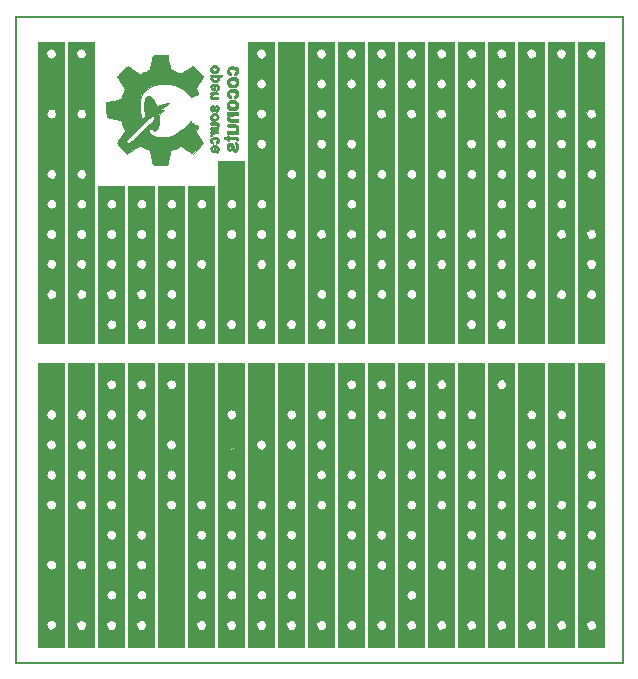
<source format=gbr>
G04 #@! TF.FileFunction,Copper,L2,Bot,Signal*
%FSLAX46Y46*%
G04 Gerber Fmt 4.6, Leading zero omitted, Abs format (unit mm)*
G04 Created by KiCad (PCBNEW 4.0.7-e0-6372~58~ubuntu16.04.1) date Sun Feb 25 02:32:40 2018*
%MOMM*%
%LPD*%
G01*
G04 APERTURE LIST*
%ADD10C,0.100000*%
%ADD11C,0.010000*%
%ADD12O,1.200000X2.500000*%
%ADD13C,1.400000*%
G04 APERTURE END LIST*
D10*
D11*
G36*
X103268667Y-76249667D02*
X51833667Y-76249667D01*
X51833667Y-21555000D01*
X51876000Y-21555000D01*
X51876000Y-76207333D01*
X103226333Y-76207333D01*
X103226333Y-21555000D01*
X51876000Y-21555000D01*
X51833667Y-21555000D01*
X51833667Y-21512667D01*
X103268667Y-21512667D01*
X103268667Y-76249667D01*
X103268667Y-76249667D01*
G37*
X103268667Y-76249667D02*
X51833667Y-76249667D01*
X51833667Y-21555000D01*
X51876000Y-21555000D01*
X51876000Y-76207333D01*
X103226333Y-76207333D01*
X103226333Y-21555000D01*
X51876000Y-21555000D01*
X51833667Y-21555000D01*
X51833667Y-21512667D01*
X103268667Y-21512667D01*
X103268667Y-76249667D01*
G36*
X55940000Y-74937333D02*
X53781000Y-74937333D01*
X53781000Y-72980393D01*
X54458821Y-72980393D01*
X54480387Y-73154678D01*
X54557001Y-73314098D01*
X54679046Y-73431577D01*
X54728763Y-73456984D01*
X54885250Y-73478407D01*
X55049134Y-73429970D01*
X55188583Y-73324951D01*
X55279225Y-73174630D01*
X55299728Y-73011400D01*
X55258363Y-72854296D01*
X55163399Y-72722356D01*
X55023106Y-72634617D01*
X54877572Y-72609000D01*
X54751466Y-72636654D01*
X54618934Y-72704980D01*
X54519372Y-72792025D01*
X54501921Y-72818322D01*
X54458821Y-72980393D01*
X53781000Y-72980393D01*
X53781000Y-70506413D01*
X54452944Y-70506413D01*
X54487903Y-70663355D01*
X54579114Y-70796005D01*
X54719006Y-70886088D01*
X54881667Y-70915667D01*
X55026009Y-70897817D01*
X55139607Y-70830830D01*
X55181256Y-70791923D01*
X55280030Y-70643429D01*
X55306623Y-70484003D01*
X55268914Y-70330251D01*
X55174784Y-70198779D01*
X55032115Y-70106193D01*
X54848787Y-70069100D01*
X54838179Y-70069000D01*
X54691610Y-70107801D01*
X54582077Y-70192743D01*
X54481811Y-70343451D01*
X54452944Y-70506413D01*
X53781000Y-70506413D01*
X53781000Y-67952333D01*
X54458333Y-67952333D01*
X54494743Y-68127184D01*
X54591526Y-68262974D01*
X54730014Y-68350606D01*
X54891539Y-68380982D01*
X55057430Y-68345005D01*
X55149550Y-68289165D01*
X55249262Y-68161664D01*
X55291212Y-67999511D01*
X55276494Y-67828918D01*
X55206202Y-67676097D01*
X55120413Y-67590814D01*
X55019293Y-67549480D01*
X54887426Y-67529372D01*
X54868991Y-67529000D01*
X54693133Y-67566888D01*
X54557217Y-67670712D01*
X54475560Y-67825712D01*
X54458333Y-67952333D01*
X53781000Y-67952333D01*
X53781000Y-65412333D01*
X54458333Y-65412333D01*
X54494040Y-65593378D01*
X54590505Y-65729494D01*
X54731747Y-65811518D01*
X54901781Y-65830288D01*
X55084627Y-65776640D01*
X55089473Y-65774163D01*
X55211200Y-65668245D01*
X55279536Y-65519912D01*
X55292333Y-65354148D01*
X55247441Y-65195937D01*
X55149550Y-65075501D01*
X54989812Y-64996233D01*
X54823457Y-64988671D01*
X54669155Y-65043717D01*
X54545573Y-65152274D01*
X54471381Y-65305245D01*
X54458333Y-65412333D01*
X53781000Y-65412333D01*
X53781000Y-62915967D01*
X54455887Y-62915967D01*
X54504346Y-63075381D01*
X54616812Y-63202250D01*
X54660481Y-63229677D01*
X54840834Y-63289098D01*
X55018565Y-63265522D01*
X55087194Y-63235341D01*
X55220007Y-63125754D01*
X55290720Y-62980523D01*
X55300725Y-62820019D01*
X55251413Y-62664610D01*
X55144175Y-62534664D01*
X55034873Y-62469544D01*
X54853255Y-62432724D01*
X54688580Y-62478376D01*
X54563702Y-62584272D01*
X54474613Y-62745200D01*
X54455887Y-62915967D01*
X53781000Y-62915967D01*
X53781000Y-60322827D01*
X54456825Y-60322827D01*
X54486550Y-60473287D01*
X54563483Y-60604605D01*
X54682814Y-60699511D01*
X54839730Y-60740736D01*
X54924000Y-60736809D01*
X55085861Y-60674575D01*
X55188583Y-60587136D01*
X55286082Y-60425532D01*
X55300872Y-60255717D01*
X55232767Y-60088307D01*
X55198022Y-60042360D01*
X55051016Y-59921526D01*
X54884876Y-59882633D01*
X54704382Y-59926766D01*
X54699016Y-59929279D01*
X54558247Y-60033553D01*
X54479120Y-60170492D01*
X54456825Y-60322827D01*
X53781000Y-60322827D01*
X53781000Y-57799652D01*
X54458194Y-57799652D01*
X54499050Y-57959363D01*
X54601029Y-58093488D01*
X54686211Y-58150343D01*
X54863007Y-58197856D01*
X55033293Y-58162850D01*
X55187092Y-58047401D01*
X55188583Y-58045770D01*
X55288852Y-57886397D01*
X55304979Y-57723552D01*
X55237158Y-57561260D01*
X55161067Y-57470600D01*
X55007994Y-57357694D01*
X54853403Y-57327636D01*
X54698967Y-57373955D01*
X54558493Y-57486252D01*
X54478122Y-57635050D01*
X54458194Y-57799652D01*
X53781000Y-57799652D01*
X53781000Y-55145073D01*
X54461739Y-55145073D01*
X54469823Y-55312449D01*
X54544808Y-55473776D01*
X54565612Y-55500330D01*
X54659328Y-55588591D01*
X54752271Y-55642105D01*
X54766695Y-55645980D01*
X54845369Y-55662547D01*
X54872443Y-55669901D01*
X54915170Y-55659106D01*
X55005137Y-55625101D01*
X55025660Y-55616638D01*
X55180906Y-55515998D01*
X55271856Y-55382880D01*
X55303459Y-55233532D01*
X55280661Y-55084199D01*
X55208410Y-54951129D01*
X55091654Y-54850568D01*
X54935338Y-54798761D01*
X54778373Y-54804564D01*
X54622066Y-54871340D01*
X54514504Y-54991440D01*
X54461739Y-55145073D01*
X53781000Y-55145073D01*
X53781000Y-52670000D01*
X54458333Y-52670000D01*
X54494743Y-52844851D01*
X54591526Y-52980641D01*
X54730014Y-53068273D01*
X54891539Y-53098649D01*
X55057430Y-53062672D01*
X55149550Y-53006832D01*
X55249262Y-52879331D01*
X55291212Y-52717177D01*
X55276494Y-52546584D01*
X55206202Y-52393764D01*
X55120413Y-52308480D01*
X55019293Y-52267147D01*
X54887426Y-52247039D01*
X54868991Y-52246667D01*
X54693133Y-52284555D01*
X54557217Y-52388379D01*
X54475560Y-52543378D01*
X54458333Y-52670000D01*
X53781000Y-52670000D01*
X53781000Y-50849667D01*
X55940000Y-50849667D01*
X55940000Y-74937333D01*
X55940000Y-74937333D01*
G37*
X55940000Y-74937333D02*
X53781000Y-74937333D01*
X53781000Y-72980393D01*
X54458821Y-72980393D01*
X54480387Y-73154678D01*
X54557001Y-73314098D01*
X54679046Y-73431577D01*
X54728763Y-73456984D01*
X54885250Y-73478407D01*
X55049134Y-73429970D01*
X55188583Y-73324951D01*
X55279225Y-73174630D01*
X55299728Y-73011400D01*
X55258363Y-72854296D01*
X55163399Y-72722356D01*
X55023106Y-72634617D01*
X54877572Y-72609000D01*
X54751466Y-72636654D01*
X54618934Y-72704980D01*
X54519372Y-72792025D01*
X54501921Y-72818322D01*
X54458821Y-72980393D01*
X53781000Y-72980393D01*
X53781000Y-70506413D01*
X54452944Y-70506413D01*
X54487903Y-70663355D01*
X54579114Y-70796005D01*
X54719006Y-70886088D01*
X54881667Y-70915667D01*
X55026009Y-70897817D01*
X55139607Y-70830830D01*
X55181256Y-70791923D01*
X55280030Y-70643429D01*
X55306623Y-70484003D01*
X55268914Y-70330251D01*
X55174784Y-70198779D01*
X55032115Y-70106193D01*
X54848787Y-70069100D01*
X54838179Y-70069000D01*
X54691610Y-70107801D01*
X54582077Y-70192743D01*
X54481811Y-70343451D01*
X54452944Y-70506413D01*
X53781000Y-70506413D01*
X53781000Y-67952333D01*
X54458333Y-67952333D01*
X54494743Y-68127184D01*
X54591526Y-68262974D01*
X54730014Y-68350606D01*
X54891539Y-68380982D01*
X55057430Y-68345005D01*
X55149550Y-68289165D01*
X55249262Y-68161664D01*
X55291212Y-67999511D01*
X55276494Y-67828918D01*
X55206202Y-67676097D01*
X55120413Y-67590814D01*
X55019293Y-67549480D01*
X54887426Y-67529372D01*
X54868991Y-67529000D01*
X54693133Y-67566888D01*
X54557217Y-67670712D01*
X54475560Y-67825712D01*
X54458333Y-67952333D01*
X53781000Y-67952333D01*
X53781000Y-65412333D01*
X54458333Y-65412333D01*
X54494040Y-65593378D01*
X54590505Y-65729494D01*
X54731747Y-65811518D01*
X54901781Y-65830288D01*
X55084627Y-65776640D01*
X55089473Y-65774163D01*
X55211200Y-65668245D01*
X55279536Y-65519912D01*
X55292333Y-65354148D01*
X55247441Y-65195937D01*
X55149550Y-65075501D01*
X54989812Y-64996233D01*
X54823457Y-64988671D01*
X54669155Y-65043717D01*
X54545573Y-65152274D01*
X54471381Y-65305245D01*
X54458333Y-65412333D01*
X53781000Y-65412333D01*
X53781000Y-62915967D01*
X54455887Y-62915967D01*
X54504346Y-63075381D01*
X54616812Y-63202250D01*
X54660481Y-63229677D01*
X54840834Y-63289098D01*
X55018565Y-63265522D01*
X55087194Y-63235341D01*
X55220007Y-63125754D01*
X55290720Y-62980523D01*
X55300725Y-62820019D01*
X55251413Y-62664610D01*
X55144175Y-62534664D01*
X55034873Y-62469544D01*
X54853255Y-62432724D01*
X54688580Y-62478376D01*
X54563702Y-62584272D01*
X54474613Y-62745200D01*
X54455887Y-62915967D01*
X53781000Y-62915967D01*
X53781000Y-60322827D01*
X54456825Y-60322827D01*
X54486550Y-60473287D01*
X54563483Y-60604605D01*
X54682814Y-60699511D01*
X54839730Y-60740736D01*
X54924000Y-60736809D01*
X55085861Y-60674575D01*
X55188583Y-60587136D01*
X55286082Y-60425532D01*
X55300872Y-60255717D01*
X55232767Y-60088307D01*
X55198022Y-60042360D01*
X55051016Y-59921526D01*
X54884876Y-59882633D01*
X54704382Y-59926766D01*
X54699016Y-59929279D01*
X54558247Y-60033553D01*
X54479120Y-60170492D01*
X54456825Y-60322827D01*
X53781000Y-60322827D01*
X53781000Y-57799652D01*
X54458194Y-57799652D01*
X54499050Y-57959363D01*
X54601029Y-58093488D01*
X54686211Y-58150343D01*
X54863007Y-58197856D01*
X55033293Y-58162850D01*
X55187092Y-58047401D01*
X55188583Y-58045770D01*
X55288852Y-57886397D01*
X55304979Y-57723552D01*
X55237158Y-57561260D01*
X55161067Y-57470600D01*
X55007994Y-57357694D01*
X54853403Y-57327636D01*
X54698967Y-57373955D01*
X54558493Y-57486252D01*
X54478122Y-57635050D01*
X54458194Y-57799652D01*
X53781000Y-57799652D01*
X53781000Y-55145073D01*
X54461739Y-55145073D01*
X54469823Y-55312449D01*
X54544808Y-55473776D01*
X54565612Y-55500330D01*
X54659328Y-55588591D01*
X54752271Y-55642105D01*
X54766695Y-55645980D01*
X54845369Y-55662547D01*
X54872443Y-55669901D01*
X54915170Y-55659106D01*
X55005137Y-55625101D01*
X55025660Y-55616638D01*
X55180906Y-55515998D01*
X55271856Y-55382880D01*
X55303459Y-55233532D01*
X55280661Y-55084199D01*
X55208410Y-54951129D01*
X55091654Y-54850568D01*
X54935338Y-54798761D01*
X54778373Y-54804564D01*
X54622066Y-54871340D01*
X54514504Y-54991440D01*
X54461739Y-55145073D01*
X53781000Y-55145073D01*
X53781000Y-52670000D01*
X54458333Y-52670000D01*
X54494743Y-52844851D01*
X54591526Y-52980641D01*
X54730014Y-53068273D01*
X54891539Y-53098649D01*
X55057430Y-53062672D01*
X55149550Y-53006832D01*
X55249262Y-52879331D01*
X55291212Y-52717177D01*
X55276494Y-52546584D01*
X55206202Y-52393764D01*
X55120413Y-52308480D01*
X55019293Y-52267147D01*
X54887426Y-52247039D01*
X54868991Y-52246667D01*
X54693133Y-52284555D01*
X54557217Y-52388379D01*
X54475560Y-52543378D01*
X54458333Y-52670000D01*
X53781000Y-52670000D01*
X53781000Y-50849667D01*
X55940000Y-50849667D01*
X55940000Y-74937333D01*
G36*
X58480000Y-74937333D02*
X56321000Y-74937333D01*
X56321000Y-73045008D01*
X56998333Y-73045008D01*
X57033377Y-73224604D01*
X57126701Y-73360076D01*
X57260595Y-73444637D01*
X57417347Y-73471496D01*
X57579247Y-73433863D01*
X57728583Y-73324951D01*
X57822562Y-73169664D01*
X57842589Y-73000535D01*
X57791783Y-72838781D01*
X57673258Y-72705617D01*
X57633777Y-72679496D01*
X57472091Y-72616492D01*
X57312635Y-72629601D01*
X57209153Y-72672938D01*
X57077404Y-72773112D01*
X57011190Y-72912020D01*
X56998333Y-73045008D01*
X56321000Y-73045008D01*
X56321000Y-70492333D01*
X56998333Y-70492333D01*
X57034743Y-70667184D01*
X57131526Y-70802974D01*
X57270014Y-70890606D01*
X57431539Y-70920982D01*
X57597430Y-70885005D01*
X57689550Y-70829165D01*
X57791168Y-70701222D01*
X57833059Y-70542018D01*
X57817372Y-70376539D01*
X57746256Y-70229768D01*
X57629473Y-70130503D01*
X57446506Y-70074823D01*
X57275929Y-70091801D01*
X57133723Y-70172276D01*
X57035873Y-70307084D01*
X56998360Y-70487063D01*
X56998333Y-70492333D01*
X56321000Y-70492333D01*
X56321000Y-67952333D01*
X56998333Y-67952333D01*
X57034743Y-68127184D01*
X57131526Y-68262974D01*
X57270014Y-68350606D01*
X57431539Y-68380982D01*
X57597430Y-68345005D01*
X57689550Y-68289165D01*
X57789262Y-68161664D01*
X57831212Y-67999511D01*
X57816494Y-67828918D01*
X57746202Y-67676097D01*
X57660413Y-67590814D01*
X57559293Y-67549480D01*
X57427426Y-67529372D01*
X57408991Y-67529000D01*
X57233133Y-67566888D01*
X57097217Y-67670712D01*
X57015560Y-67825712D01*
X56998333Y-67952333D01*
X56321000Y-67952333D01*
X56321000Y-65412333D01*
X56998333Y-65412333D01*
X57034040Y-65593378D01*
X57130505Y-65729494D01*
X57271747Y-65811518D01*
X57441781Y-65830288D01*
X57624627Y-65776640D01*
X57629473Y-65774163D01*
X57751200Y-65668245D01*
X57819536Y-65519912D01*
X57832333Y-65354148D01*
X57787441Y-65195937D01*
X57689550Y-65075501D01*
X57529812Y-64996233D01*
X57363457Y-64988671D01*
X57209155Y-65043717D01*
X57085573Y-65152274D01*
X57011381Y-65305245D01*
X56998333Y-65412333D01*
X56321000Y-65412333D01*
X56321000Y-62915967D01*
X56995887Y-62915967D01*
X57044346Y-63075381D01*
X57156812Y-63202250D01*
X57200481Y-63229677D01*
X57380834Y-63289098D01*
X57558565Y-63265522D01*
X57627194Y-63235341D01*
X57760007Y-63125754D01*
X57830720Y-62980523D01*
X57840725Y-62820019D01*
X57791413Y-62664610D01*
X57684175Y-62534664D01*
X57574873Y-62469544D01*
X57393255Y-62432724D01*
X57228580Y-62478376D01*
X57103702Y-62584272D01*
X57014613Y-62745200D01*
X56995887Y-62915967D01*
X56321000Y-62915967D01*
X56321000Y-60322827D01*
X56996825Y-60322827D01*
X57026550Y-60473287D01*
X57103483Y-60604605D01*
X57222814Y-60699511D01*
X57379730Y-60740736D01*
X57464000Y-60736809D01*
X57625861Y-60674575D01*
X57728583Y-60587136D01*
X57826082Y-60425532D01*
X57840872Y-60255717D01*
X57772767Y-60088307D01*
X57738022Y-60042360D01*
X57591016Y-59921526D01*
X57424876Y-59882633D01*
X57244382Y-59926766D01*
X57239016Y-59929279D01*
X57098247Y-60033553D01*
X57019120Y-60170492D01*
X56996825Y-60322827D01*
X56321000Y-60322827D01*
X56321000Y-57799652D01*
X56998194Y-57799652D01*
X57039050Y-57959363D01*
X57141029Y-58093488D01*
X57226211Y-58150343D01*
X57403007Y-58197856D01*
X57573293Y-58162850D01*
X57727092Y-58047401D01*
X57728583Y-58045770D01*
X57828852Y-57886397D01*
X57844979Y-57723552D01*
X57777158Y-57561260D01*
X57701067Y-57470600D01*
X57547994Y-57357694D01*
X57393403Y-57327636D01*
X57238967Y-57373955D01*
X57098493Y-57486252D01*
X57018122Y-57635050D01*
X56998194Y-57799652D01*
X56321000Y-57799652D01*
X56321000Y-55145073D01*
X57001739Y-55145073D01*
X57009823Y-55312449D01*
X57084808Y-55473776D01*
X57105612Y-55500330D01*
X57199328Y-55588591D01*
X57292271Y-55642105D01*
X57306695Y-55645980D01*
X57385369Y-55662547D01*
X57412443Y-55669901D01*
X57455170Y-55659106D01*
X57545137Y-55625101D01*
X57565660Y-55616638D01*
X57720906Y-55515998D01*
X57811856Y-55382880D01*
X57843459Y-55233532D01*
X57820661Y-55084199D01*
X57748410Y-54951129D01*
X57631654Y-54850568D01*
X57475338Y-54798761D01*
X57318373Y-54804564D01*
X57162066Y-54871340D01*
X57054504Y-54991440D01*
X57001739Y-55145073D01*
X56321000Y-55145073D01*
X56321000Y-52670000D01*
X56998333Y-52670000D01*
X57034743Y-52844851D01*
X57131526Y-52980641D01*
X57270014Y-53068273D01*
X57431539Y-53098649D01*
X57597430Y-53062672D01*
X57689550Y-53006832D01*
X57789262Y-52879331D01*
X57831212Y-52717177D01*
X57816494Y-52546584D01*
X57746202Y-52393764D01*
X57660413Y-52308480D01*
X57559293Y-52267147D01*
X57427426Y-52247039D01*
X57408991Y-52246667D01*
X57233133Y-52284555D01*
X57097217Y-52388379D01*
X57015560Y-52543378D01*
X56998333Y-52670000D01*
X56321000Y-52670000D01*
X56321000Y-50849667D01*
X58480000Y-50849667D01*
X58480000Y-74937333D01*
X58480000Y-74937333D01*
G37*
X58480000Y-74937333D02*
X56321000Y-74937333D01*
X56321000Y-73045008D01*
X56998333Y-73045008D01*
X57033377Y-73224604D01*
X57126701Y-73360076D01*
X57260595Y-73444637D01*
X57417347Y-73471496D01*
X57579247Y-73433863D01*
X57728583Y-73324951D01*
X57822562Y-73169664D01*
X57842589Y-73000535D01*
X57791783Y-72838781D01*
X57673258Y-72705617D01*
X57633777Y-72679496D01*
X57472091Y-72616492D01*
X57312635Y-72629601D01*
X57209153Y-72672938D01*
X57077404Y-72773112D01*
X57011190Y-72912020D01*
X56998333Y-73045008D01*
X56321000Y-73045008D01*
X56321000Y-70492333D01*
X56998333Y-70492333D01*
X57034743Y-70667184D01*
X57131526Y-70802974D01*
X57270014Y-70890606D01*
X57431539Y-70920982D01*
X57597430Y-70885005D01*
X57689550Y-70829165D01*
X57791168Y-70701222D01*
X57833059Y-70542018D01*
X57817372Y-70376539D01*
X57746256Y-70229768D01*
X57629473Y-70130503D01*
X57446506Y-70074823D01*
X57275929Y-70091801D01*
X57133723Y-70172276D01*
X57035873Y-70307084D01*
X56998360Y-70487063D01*
X56998333Y-70492333D01*
X56321000Y-70492333D01*
X56321000Y-67952333D01*
X56998333Y-67952333D01*
X57034743Y-68127184D01*
X57131526Y-68262974D01*
X57270014Y-68350606D01*
X57431539Y-68380982D01*
X57597430Y-68345005D01*
X57689550Y-68289165D01*
X57789262Y-68161664D01*
X57831212Y-67999511D01*
X57816494Y-67828918D01*
X57746202Y-67676097D01*
X57660413Y-67590814D01*
X57559293Y-67549480D01*
X57427426Y-67529372D01*
X57408991Y-67529000D01*
X57233133Y-67566888D01*
X57097217Y-67670712D01*
X57015560Y-67825712D01*
X56998333Y-67952333D01*
X56321000Y-67952333D01*
X56321000Y-65412333D01*
X56998333Y-65412333D01*
X57034040Y-65593378D01*
X57130505Y-65729494D01*
X57271747Y-65811518D01*
X57441781Y-65830288D01*
X57624627Y-65776640D01*
X57629473Y-65774163D01*
X57751200Y-65668245D01*
X57819536Y-65519912D01*
X57832333Y-65354148D01*
X57787441Y-65195937D01*
X57689550Y-65075501D01*
X57529812Y-64996233D01*
X57363457Y-64988671D01*
X57209155Y-65043717D01*
X57085573Y-65152274D01*
X57011381Y-65305245D01*
X56998333Y-65412333D01*
X56321000Y-65412333D01*
X56321000Y-62915967D01*
X56995887Y-62915967D01*
X57044346Y-63075381D01*
X57156812Y-63202250D01*
X57200481Y-63229677D01*
X57380834Y-63289098D01*
X57558565Y-63265522D01*
X57627194Y-63235341D01*
X57760007Y-63125754D01*
X57830720Y-62980523D01*
X57840725Y-62820019D01*
X57791413Y-62664610D01*
X57684175Y-62534664D01*
X57574873Y-62469544D01*
X57393255Y-62432724D01*
X57228580Y-62478376D01*
X57103702Y-62584272D01*
X57014613Y-62745200D01*
X56995887Y-62915967D01*
X56321000Y-62915967D01*
X56321000Y-60322827D01*
X56996825Y-60322827D01*
X57026550Y-60473287D01*
X57103483Y-60604605D01*
X57222814Y-60699511D01*
X57379730Y-60740736D01*
X57464000Y-60736809D01*
X57625861Y-60674575D01*
X57728583Y-60587136D01*
X57826082Y-60425532D01*
X57840872Y-60255717D01*
X57772767Y-60088307D01*
X57738022Y-60042360D01*
X57591016Y-59921526D01*
X57424876Y-59882633D01*
X57244382Y-59926766D01*
X57239016Y-59929279D01*
X57098247Y-60033553D01*
X57019120Y-60170492D01*
X56996825Y-60322827D01*
X56321000Y-60322827D01*
X56321000Y-57799652D01*
X56998194Y-57799652D01*
X57039050Y-57959363D01*
X57141029Y-58093488D01*
X57226211Y-58150343D01*
X57403007Y-58197856D01*
X57573293Y-58162850D01*
X57727092Y-58047401D01*
X57728583Y-58045770D01*
X57828852Y-57886397D01*
X57844979Y-57723552D01*
X57777158Y-57561260D01*
X57701067Y-57470600D01*
X57547994Y-57357694D01*
X57393403Y-57327636D01*
X57238967Y-57373955D01*
X57098493Y-57486252D01*
X57018122Y-57635050D01*
X56998194Y-57799652D01*
X56321000Y-57799652D01*
X56321000Y-55145073D01*
X57001739Y-55145073D01*
X57009823Y-55312449D01*
X57084808Y-55473776D01*
X57105612Y-55500330D01*
X57199328Y-55588591D01*
X57292271Y-55642105D01*
X57306695Y-55645980D01*
X57385369Y-55662547D01*
X57412443Y-55669901D01*
X57455170Y-55659106D01*
X57545137Y-55625101D01*
X57565660Y-55616638D01*
X57720906Y-55515998D01*
X57811856Y-55382880D01*
X57843459Y-55233532D01*
X57820661Y-55084199D01*
X57748410Y-54951129D01*
X57631654Y-54850568D01*
X57475338Y-54798761D01*
X57318373Y-54804564D01*
X57162066Y-54871340D01*
X57054504Y-54991440D01*
X57001739Y-55145073D01*
X56321000Y-55145073D01*
X56321000Y-52670000D01*
X56998333Y-52670000D01*
X57034743Y-52844851D01*
X57131526Y-52980641D01*
X57270014Y-53068273D01*
X57431539Y-53098649D01*
X57597430Y-53062672D01*
X57689550Y-53006832D01*
X57789262Y-52879331D01*
X57831212Y-52717177D01*
X57816494Y-52546584D01*
X57746202Y-52393764D01*
X57660413Y-52308480D01*
X57559293Y-52267147D01*
X57427426Y-52247039D01*
X57408991Y-52246667D01*
X57233133Y-52284555D01*
X57097217Y-52388379D01*
X57015560Y-52543378D01*
X56998333Y-52670000D01*
X56321000Y-52670000D01*
X56321000Y-50849667D01*
X58480000Y-50849667D01*
X58480000Y-74937333D01*
G36*
X61020000Y-74937333D02*
X58861000Y-74937333D01*
X58861000Y-73045008D01*
X59538333Y-73045008D01*
X59573377Y-73224604D01*
X59666701Y-73360076D01*
X59800595Y-73444637D01*
X59957347Y-73471496D01*
X60119247Y-73433863D01*
X60268583Y-73324951D01*
X60362562Y-73169664D01*
X60382589Y-73000535D01*
X60331783Y-72838781D01*
X60213258Y-72705617D01*
X60173777Y-72679496D01*
X60012091Y-72616492D01*
X59852635Y-72629601D01*
X59749153Y-72672938D01*
X59617404Y-72773112D01*
X59551190Y-72912020D01*
X59538333Y-73045008D01*
X58861000Y-73045008D01*
X58861000Y-70492333D01*
X59538333Y-70492333D01*
X59574743Y-70667184D01*
X59671526Y-70802974D01*
X59810014Y-70890606D01*
X59971539Y-70920982D01*
X60137430Y-70885005D01*
X60229550Y-70829165D01*
X60331168Y-70701222D01*
X60373059Y-70542018D01*
X60357372Y-70376539D01*
X60286256Y-70229768D01*
X60169473Y-70130503D01*
X59986506Y-70074823D01*
X59815929Y-70091801D01*
X59673723Y-70172276D01*
X59575873Y-70307084D01*
X59538360Y-70487063D01*
X59538333Y-70492333D01*
X58861000Y-70492333D01*
X58861000Y-67952333D01*
X59538333Y-67952333D01*
X59574743Y-68127184D01*
X59671526Y-68262974D01*
X59810014Y-68350606D01*
X59971539Y-68380982D01*
X60137430Y-68345005D01*
X60229550Y-68289165D01*
X60329262Y-68161664D01*
X60371212Y-67999511D01*
X60356494Y-67828918D01*
X60286202Y-67676097D01*
X60200413Y-67590814D01*
X60099293Y-67549480D01*
X59967426Y-67529372D01*
X59948991Y-67529000D01*
X59773133Y-67566888D01*
X59637217Y-67670712D01*
X59555560Y-67825712D01*
X59538333Y-67952333D01*
X58861000Y-67952333D01*
X58861000Y-65412333D01*
X59538333Y-65412333D01*
X59574040Y-65593378D01*
X59670505Y-65729494D01*
X59811747Y-65811518D01*
X59981781Y-65830288D01*
X60164627Y-65776640D01*
X60169473Y-65774163D01*
X60291200Y-65668245D01*
X60359536Y-65519912D01*
X60372333Y-65354148D01*
X60327441Y-65195937D01*
X60229550Y-65075501D01*
X60069812Y-64996233D01*
X59903457Y-64988671D01*
X59749155Y-65043717D01*
X59625573Y-65152274D01*
X59551381Y-65305245D01*
X59538333Y-65412333D01*
X58861000Y-65412333D01*
X58861000Y-62915967D01*
X59535887Y-62915967D01*
X59584346Y-63075381D01*
X59696812Y-63202250D01*
X59740481Y-63229677D01*
X59920834Y-63289098D01*
X60098565Y-63265522D01*
X60167194Y-63235341D01*
X60300007Y-63125754D01*
X60370720Y-62980523D01*
X60380725Y-62820019D01*
X60331413Y-62664610D01*
X60224175Y-62534664D01*
X60114873Y-62469544D01*
X59933255Y-62432724D01*
X59768580Y-62478376D01*
X59643702Y-62584272D01*
X59554613Y-62745200D01*
X59535887Y-62915967D01*
X58861000Y-62915967D01*
X58861000Y-60322827D01*
X59536825Y-60322827D01*
X59566550Y-60473287D01*
X59643483Y-60604605D01*
X59762814Y-60699511D01*
X59919730Y-60740736D01*
X60004000Y-60736809D01*
X60165861Y-60674575D01*
X60268583Y-60587136D01*
X60366082Y-60425532D01*
X60380872Y-60255717D01*
X60312767Y-60088307D01*
X60278022Y-60042360D01*
X60131016Y-59921526D01*
X59964876Y-59882633D01*
X59784382Y-59926766D01*
X59779016Y-59929279D01*
X59638247Y-60033553D01*
X59559120Y-60170492D01*
X59536825Y-60322827D01*
X58861000Y-60322827D01*
X58861000Y-57799652D01*
X59538194Y-57799652D01*
X59579050Y-57959363D01*
X59681029Y-58093488D01*
X59766211Y-58150343D01*
X59943007Y-58197856D01*
X60113293Y-58162850D01*
X60267092Y-58047401D01*
X60268583Y-58045770D01*
X60368852Y-57886397D01*
X60384979Y-57723552D01*
X60317158Y-57561260D01*
X60241067Y-57470600D01*
X60087994Y-57357694D01*
X59933403Y-57327636D01*
X59778967Y-57373955D01*
X59638493Y-57486252D01*
X59558122Y-57635050D01*
X59538194Y-57799652D01*
X58861000Y-57799652D01*
X58861000Y-55145073D01*
X59541739Y-55145073D01*
X59549823Y-55312449D01*
X59624808Y-55473776D01*
X59645612Y-55500330D01*
X59739328Y-55588591D01*
X59832271Y-55642105D01*
X59846695Y-55645980D01*
X59925369Y-55662547D01*
X59952443Y-55669901D01*
X59995170Y-55659106D01*
X60085137Y-55625101D01*
X60105660Y-55616638D01*
X60260906Y-55515998D01*
X60351856Y-55382880D01*
X60383459Y-55233532D01*
X60360661Y-55084199D01*
X60288410Y-54951129D01*
X60171654Y-54850568D01*
X60015338Y-54798761D01*
X59858373Y-54804564D01*
X59702066Y-54871340D01*
X59594504Y-54991440D01*
X59541739Y-55145073D01*
X58861000Y-55145073D01*
X58861000Y-52670000D01*
X59538333Y-52670000D01*
X59574743Y-52844851D01*
X59671526Y-52980641D01*
X59810014Y-53068273D01*
X59971539Y-53098649D01*
X60137430Y-53062672D01*
X60229550Y-53006832D01*
X60329262Y-52879331D01*
X60371212Y-52717177D01*
X60356494Y-52546584D01*
X60286202Y-52393764D01*
X60200413Y-52308480D01*
X60099293Y-52267147D01*
X59967426Y-52247039D01*
X59948991Y-52246667D01*
X59773133Y-52284555D01*
X59637217Y-52388379D01*
X59555560Y-52543378D01*
X59538333Y-52670000D01*
X58861000Y-52670000D01*
X58861000Y-50849667D01*
X61020000Y-50849667D01*
X61020000Y-74937333D01*
X61020000Y-74937333D01*
G37*
X61020000Y-74937333D02*
X58861000Y-74937333D01*
X58861000Y-73045008D01*
X59538333Y-73045008D01*
X59573377Y-73224604D01*
X59666701Y-73360076D01*
X59800595Y-73444637D01*
X59957347Y-73471496D01*
X60119247Y-73433863D01*
X60268583Y-73324951D01*
X60362562Y-73169664D01*
X60382589Y-73000535D01*
X60331783Y-72838781D01*
X60213258Y-72705617D01*
X60173777Y-72679496D01*
X60012091Y-72616492D01*
X59852635Y-72629601D01*
X59749153Y-72672938D01*
X59617404Y-72773112D01*
X59551190Y-72912020D01*
X59538333Y-73045008D01*
X58861000Y-73045008D01*
X58861000Y-70492333D01*
X59538333Y-70492333D01*
X59574743Y-70667184D01*
X59671526Y-70802974D01*
X59810014Y-70890606D01*
X59971539Y-70920982D01*
X60137430Y-70885005D01*
X60229550Y-70829165D01*
X60331168Y-70701222D01*
X60373059Y-70542018D01*
X60357372Y-70376539D01*
X60286256Y-70229768D01*
X60169473Y-70130503D01*
X59986506Y-70074823D01*
X59815929Y-70091801D01*
X59673723Y-70172276D01*
X59575873Y-70307084D01*
X59538360Y-70487063D01*
X59538333Y-70492333D01*
X58861000Y-70492333D01*
X58861000Y-67952333D01*
X59538333Y-67952333D01*
X59574743Y-68127184D01*
X59671526Y-68262974D01*
X59810014Y-68350606D01*
X59971539Y-68380982D01*
X60137430Y-68345005D01*
X60229550Y-68289165D01*
X60329262Y-68161664D01*
X60371212Y-67999511D01*
X60356494Y-67828918D01*
X60286202Y-67676097D01*
X60200413Y-67590814D01*
X60099293Y-67549480D01*
X59967426Y-67529372D01*
X59948991Y-67529000D01*
X59773133Y-67566888D01*
X59637217Y-67670712D01*
X59555560Y-67825712D01*
X59538333Y-67952333D01*
X58861000Y-67952333D01*
X58861000Y-65412333D01*
X59538333Y-65412333D01*
X59574040Y-65593378D01*
X59670505Y-65729494D01*
X59811747Y-65811518D01*
X59981781Y-65830288D01*
X60164627Y-65776640D01*
X60169473Y-65774163D01*
X60291200Y-65668245D01*
X60359536Y-65519912D01*
X60372333Y-65354148D01*
X60327441Y-65195937D01*
X60229550Y-65075501D01*
X60069812Y-64996233D01*
X59903457Y-64988671D01*
X59749155Y-65043717D01*
X59625573Y-65152274D01*
X59551381Y-65305245D01*
X59538333Y-65412333D01*
X58861000Y-65412333D01*
X58861000Y-62915967D01*
X59535887Y-62915967D01*
X59584346Y-63075381D01*
X59696812Y-63202250D01*
X59740481Y-63229677D01*
X59920834Y-63289098D01*
X60098565Y-63265522D01*
X60167194Y-63235341D01*
X60300007Y-63125754D01*
X60370720Y-62980523D01*
X60380725Y-62820019D01*
X60331413Y-62664610D01*
X60224175Y-62534664D01*
X60114873Y-62469544D01*
X59933255Y-62432724D01*
X59768580Y-62478376D01*
X59643702Y-62584272D01*
X59554613Y-62745200D01*
X59535887Y-62915967D01*
X58861000Y-62915967D01*
X58861000Y-60322827D01*
X59536825Y-60322827D01*
X59566550Y-60473287D01*
X59643483Y-60604605D01*
X59762814Y-60699511D01*
X59919730Y-60740736D01*
X60004000Y-60736809D01*
X60165861Y-60674575D01*
X60268583Y-60587136D01*
X60366082Y-60425532D01*
X60380872Y-60255717D01*
X60312767Y-60088307D01*
X60278022Y-60042360D01*
X60131016Y-59921526D01*
X59964876Y-59882633D01*
X59784382Y-59926766D01*
X59779016Y-59929279D01*
X59638247Y-60033553D01*
X59559120Y-60170492D01*
X59536825Y-60322827D01*
X58861000Y-60322827D01*
X58861000Y-57799652D01*
X59538194Y-57799652D01*
X59579050Y-57959363D01*
X59681029Y-58093488D01*
X59766211Y-58150343D01*
X59943007Y-58197856D01*
X60113293Y-58162850D01*
X60267092Y-58047401D01*
X60268583Y-58045770D01*
X60368852Y-57886397D01*
X60384979Y-57723552D01*
X60317158Y-57561260D01*
X60241067Y-57470600D01*
X60087994Y-57357694D01*
X59933403Y-57327636D01*
X59778967Y-57373955D01*
X59638493Y-57486252D01*
X59558122Y-57635050D01*
X59538194Y-57799652D01*
X58861000Y-57799652D01*
X58861000Y-55145073D01*
X59541739Y-55145073D01*
X59549823Y-55312449D01*
X59624808Y-55473776D01*
X59645612Y-55500330D01*
X59739328Y-55588591D01*
X59832271Y-55642105D01*
X59846695Y-55645980D01*
X59925369Y-55662547D01*
X59952443Y-55669901D01*
X59995170Y-55659106D01*
X60085137Y-55625101D01*
X60105660Y-55616638D01*
X60260906Y-55515998D01*
X60351856Y-55382880D01*
X60383459Y-55233532D01*
X60360661Y-55084199D01*
X60288410Y-54951129D01*
X60171654Y-54850568D01*
X60015338Y-54798761D01*
X59858373Y-54804564D01*
X59702066Y-54871340D01*
X59594504Y-54991440D01*
X59541739Y-55145073D01*
X58861000Y-55145073D01*
X58861000Y-52670000D01*
X59538333Y-52670000D01*
X59574743Y-52844851D01*
X59671526Y-52980641D01*
X59810014Y-53068273D01*
X59971539Y-53098649D01*
X60137430Y-53062672D01*
X60229550Y-53006832D01*
X60329262Y-52879331D01*
X60371212Y-52717177D01*
X60356494Y-52546584D01*
X60286202Y-52393764D01*
X60200413Y-52308480D01*
X60099293Y-52267147D01*
X59967426Y-52247039D01*
X59948991Y-52246667D01*
X59773133Y-52284555D01*
X59637217Y-52388379D01*
X59555560Y-52543378D01*
X59538333Y-52670000D01*
X58861000Y-52670000D01*
X58861000Y-50849667D01*
X61020000Y-50849667D01*
X61020000Y-74937333D01*
G36*
X63560000Y-74937333D02*
X61401000Y-74937333D01*
X61401000Y-73045008D01*
X62078333Y-73045008D01*
X62113377Y-73224604D01*
X62206701Y-73360076D01*
X62340595Y-73444637D01*
X62497347Y-73471496D01*
X62659247Y-73433863D01*
X62808583Y-73324951D01*
X62908856Y-73168487D01*
X62925275Y-73006889D01*
X62858071Y-72844940D01*
X62781067Y-72752933D01*
X62633680Y-72641929D01*
X62484757Y-72611494D01*
X62317562Y-72658908D01*
X62289153Y-72672938D01*
X62157404Y-72773112D01*
X62091190Y-72912020D01*
X62078333Y-73045008D01*
X61401000Y-73045008D01*
X61401000Y-70492333D01*
X62078333Y-70492333D01*
X62114743Y-70667184D01*
X62211526Y-70802974D01*
X62350014Y-70890606D01*
X62511539Y-70920982D01*
X62677430Y-70885005D01*
X62769550Y-70829165D01*
X62871168Y-70701222D01*
X62913059Y-70542018D01*
X62897372Y-70376539D01*
X62826256Y-70229768D01*
X62709473Y-70130503D01*
X62526506Y-70074823D01*
X62355929Y-70091801D01*
X62213723Y-70172276D01*
X62115873Y-70307084D01*
X62078360Y-70487063D01*
X62078333Y-70492333D01*
X61401000Y-70492333D01*
X61401000Y-67952333D01*
X62078333Y-67952333D01*
X62114743Y-68127184D01*
X62211526Y-68262974D01*
X62350014Y-68350606D01*
X62511539Y-68380982D01*
X62677430Y-68345005D01*
X62769550Y-68289165D01*
X62869262Y-68161664D01*
X62911212Y-67999511D01*
X62896494Y-67828918D01*
X62826202Y-67676097D01*
X62740413Y-67590814D01*
X62639293Y-67549480D01*
X62507426Y-67529372D01*
X62488991Y-67529000D01*
X62313133Y-67566888D01*
X62177217Y-67670712D01*
X62095560Y-67825712D01*
X62078333Y-67952333D01*
X61401000Y-67952333D01*
X61401000Y-65412333D01*
X62078333Y-65412333D01*
X62114040Y-65593378D01*
X62210505Y-65729494D01*
X62351747Y-65811518D01*
X62521781Y-65830288D01*
X62704627Y-65776640D01*
X62709473Y-65774163D01*
X62831200Y-65668245D01*
X62899536Y-65519912D01*
X62912333Y-65354148D01*
X62867441Y-65195937D01*
X62769550Y-65075501D01*
X62609812Y-64996233D01*
X62443457Y-64988671D01*
X62289155Y-65043717D01*
X62165573Y-65152274D01*
X62091381Y-65305245D01*
X62078333Y-65412333D01*
X61401000Y-65412333D01*
X61401000Y-62915967D01*
X62075887Y-62915967D01*
X62124346Y-63075381D01*
X62236812Y-63202250D01*
X62280481Y-63229677D01*
X62460834Y-63289098D01*
X62638565Y-63265522D01*
X62707194Y-63235341D01*
X62840007Y-63125754D01*
X62910720Y-62980523D01*
X62920725Y-62820019D01*
X62871413Y-62664610D01*
X62764175Y-62534664D01*
X62654873Y-62469544D01*
X62473255Y-62432724D01*
X62308580Y-62478376D01*
X62183702Y-62584272D01*
X62094613Y-62745200D01*
X62075887Y-62915967D01*
X61401000Y-62915967D01*
X61401000Y-60322827D01*
X62076825Y-60322827D01*
X62106550Y-60473287D01*
X62183483Y-60604605D01*
X62302814Y-60699511D01*
X62459730Y-60740736D01*
X62544000Y-60736809D01*
X62705861Y-60674575D01*
X62808583Y-60587136D01*
X62906082Y-60425532D01*
X62920872Y-60255717D01*
X62852767Y-60088307D01*
X62818022Y-60042360D01*
X62671016Y-59921526D01*
X62504876Y-59882633D01*
X62324382Y-59926766D01*
X62319016Y-59929279D01*
X62178247Y-60033553D01*
X62099120Y-60170492D01*
X62076825Y-60322827D01*
X61401000Y-60322827D01*
X61401000Y-57799652D01*
X62078194Y-57799652D01*
X62119050Y-57959363D01*
X62221029Y-58093488D01*
X62306211Y-58150343D01*
X62483007Y-58197856D01*
X62653293Y-58162850D01*
X62807092Y-58047401D01*
X62808583Y-58045770D01*
X62908852Y-57886397D01*
X62924979Y-57723552D01*
X62857158Y-57561260D01*
X62781067Y-57470600D01*
X62627994Y-57357694D01*
X62473403Y-57327636D01*
X62318967Y-57373955D01*
X62178493Y-57486252D01*
X62098122Y-57635050D01*
X62078194Y-57799652D01*
X61401000Y-57799652D01*
X61401000Y-55145073D01*
X62081739Y-55145073D01*
X62089823Y-55312449D01*
X62164808Y-55473776D01*
X62185612Y-55500330D01*
X62279328Y-55588591D01*
X62372271Y-55642105D01*
X62386695Y-55645980D01*
X62465369Y-55662547D01*
X62492443Y-55669901D01*
X62535170Y-55659106D01*
X62625137Y-55625101D01*
X62645660Y-55616638D01*
X62800906Y-55515998D01*
X62891856Y-55382880D01*
X62923459Y-55233532D01*
X62900661Y-55084199D01*
X62828410Y-54951129D01*
X62711654Y-54850568D01*
X62555338Y-54798761D01*
X62398373Y-54804564D01*
X62242066Y-54871340D01*
X62134504Y-54991440D01*
X62081739Y-55145073D01*
X61401000Y-55145073D01*
X61401000Y-52670000D01*
X62078333Y-52670000D01*
X62114743Y-52844851D01*
X62211526Y-52980641D01*
X62350014Y-53068273D01*
X62511539Y-53098649D01*
X62677430Y-53062672D01*
X62769550Y-53006832D01*
X62869262Y-52879331D01*
X62911212Y-52717177D01*
X62896494Y-52546584D01*
X62826202Y-52393764D01*
X62740413Y-52308480D01*
X62639293Y-52267147D01*
X62507426Y-52247039D01*
X62488991Y-52246667D01*
X62313133Y-52284555D01*
X62177217Y-52388379D01*
X62095560Y-52543378D01*
X62078333Y-52670000D01*
X61401000Y-52670000D01*
X61401000Y-50849667D01*
X63560000Y-50849667D01*
X63560000Y-74937333D01*
X63560000Y-74937333D01*
G37*
X63560000Y-74937333D02*
X61401000Y-74937333D01*
X61401000Y-73045008D01*
X62078333Y-73045008D01*
X62113377Y-73224604D01*
X62206701Y-73360076D01*
X62340595Y-73444637D01*
X62497347Y-73471496D01*
X62659247Y-73433863D01*
X62808583Y-73324951D01*
X62908856Y-73168487D01*
X62925275Y-73006889D01*
X62858071Y-72844940D01*
X62781067Y-72752933D01*
X62633680Y-72641929D01*
X62484757Y-72611494D01*
X62317562Y-72658908D01*
X62289153Y-72672938D01*
X62157404Y-72773112D01*
X62091190Y-72912020D01*
X62078333Y-73045008D01*
X61401000Y-73045008D01*
X61401000Y-70492333D01*
X62078333Y-70492333D01*
X62114743Y-70667184D01*
X62211526Y-70802974D01*
X62350014Y-70890606D01*
X62511539Y-70920982D01*
X62677430Y-70885005D01*
X62769550Y-70829165D01*
X62871168Y-70701222D01*
X62913059Y-70542018D01*
X62897372Y-70376539D01*
X62826256Y-70229768D01*
X62709473Y-70130503D01*
X62526506Y-70074823D01*
X62355929Y-70091801D01*
X62213723Y-70172276D01*
X62115873Y-70307084D01*
X62078360Y-70487063D01*
X62078333Y-70492333D01*
X61401000Y-70492333D01*
X61401000Y-67952333D01*
X62078333Y-67952333D01*
X62114743Y-68127184D01*
X62211526Y-68262974D01*
X62350014Y-68350606D01*
X62511539Y-68380982D01*
X62677430Y-68345005D01*
X62769550Y-68289165D01*
X62869262Y-68161664D01*
X62911212Y-67999511D01*
X62896494Y-67828918D01*
X62826202Y-67676097D01*
X62740413Y-67590814D01*
X62639293Y-67549480D01*
X62507426Y-67529372D01*
X62488991Y-67529000D01*
X62313133Y-67566888D01*
X62177217Y-67670712D01*
X62095560Y-67825712D01*
X62078333Y-67952333D01*
X61401000Y-67952333D01*
X61401000Y-65412333D01*
X62078333Y-65412333D01*
X62114040Y-65593378D01*
X62210505Y-65729494D01*
X62351747Y-65811518D01*
X62521781Y-65830288D01*
X62704627Y-65776640D01*
X62709473Y-65774163D01*
X62831200Y-65668245D01*
X62899536Y-65519912D01*
X62912333Y-65354148D01*
X62867441Y-65195937D01*
X62769550Y-65075501D01*
X62609812Y-64996233D01*
X62443457Y-64988671D01*
X62289155Y-65043717D01*
X62165573Y-65152274D01*
X62091381Y-65305245D01*
X62078333Y-65412333D01*
X61401000Y-65412333D01*
X61401000Y-62915967D01*
X62075887Y-62915967D01*
X62124346Y-63075381D01*
X62236812Y-63202250D01*
X62280481Y-63229677D01*
X62460834Y-63289098D01*
X62638565Y-63265522D01*
X62707194Y-63235341D01*
X62840007Y-63125754D01*
X62910720Y-62980523D01*
X62920725Y-62820019D01*
X62871413Y-62664610D01*
X62764175Y-62534664D01*
X62654873Y-62469544D01*
X62473255Y-62432724D01*
X62308580Y-62478376D01*
X62183702Y-62584272D01*
X62094613Y-62745200D01*
X62075887Y-62915967D01*
X61401000Y-62915967D01*
X61401000Y-60322827D01*
X62076825Y-60322827D01*
X62106550Y-60473287D01*
X62183483Y-60604605D01*
X62302814Y-60699511D01*
X62459730Y-60740736D01*
X62544000Y-60736809D01*
X62705861Y-60674575D01*
X62808583Y-60587136D01*
X62906082Y-60425532D01*
X62920872Y-60255717D01*
X62852767Y-60088307D01*
X62818022Y-60042360D01*
X62671016Y-59921526D01*
X62504876Y-59882633D01*
X62324382Y-59926766D01*
X62319016Y-59929279D01*
X62178247Y-60033553D01*
X62099120Y-60170492D01*
X62076825Y-60322827D01*
X61401000Y-60322827D01*
X61401000Y-57799652D01*
X62078194Y-57799652D01*
X62119050Y-57959363D01*
X62221029Y-58093488D01*
X62306211Y-58150343D01*
X62483007Y-58197856D01*
X62653293Y-58162850D01*
X62807092Y-58047401D01*
X62808583Y-58045770D01*
X62908852Y-57886397D01*
X62924979Y-57723552D01*
X62857158Y-57561260D01*
X62781067Y-57470600D01*
X62627994Y-57357694D01*
X62473403Y-57327636D01*
X62318967Y-57373955D01*
X62178493Y-57486252D01*
X62098122Y-57635050D01*
X62078194Y-57799652D01*
X61401000Y-57799652D01*
X61401000Y-55145073D01*
X62081739Y-55145073D01*
X62089823Y-55312449D01*
X62164808Y-55473776D01*
X62185612Y-55500330D01*
X62279328Y-55588591D01*
X62372271Y-55642105D01*
X62386695Y-55645980D01*
X62465369Y-55662547D01*
X62492443Y-55669901D01*
X62535170Y-55659106D01*
X62625137Y-55625101D01*
X62645660Y-55616638D01*
X62800906Y-55515998D01*
X62891856Y-55382880D01*
X62923459Y-55233532D01*
X62900661Y-55084199D01*
X62828410Y-54951129D01*
X62711654Y-54850568D01*
X62555338Y-54798761D01*
X62398373Y-54804564D01*
X62242066Y-54871340D01*
X62134504Y-54991440D01*
X62081739Y-55145073D01*
X61401000Y-55145073D01*
X61401000Y-52670000D01*
X62078333Y-52670000D01*
X62114743Y-52844851D01*
X62211526Y-52980641D01*
X62350014Y-53068273D01*
X62511539Y-53098649D01*
X62677430Y-53062672D01*
X62769550Y-53006832D01*
X62869262Y-52879331D01*
X62911212Y-52717177D01*
X62896494Y-52546584D01*
X62826202Y-52393764D01*
X62740413Y-52308480D01*
X62639293Y-52267147D01*
X62507426Y-52247039D01*
X62488991Y-52246667D01*
X62313133Y-52284555D01*
X62177217Y-52388379D01*
X62095560Y-52543378D01*
X62078333Y-52670000D01*
X61401000Y-52670000D01*
X61401000Y-50849667D01*
X63560000Y-50849667D01*
X63560000Y-74937333D01*
G36*
X66100000Y-74937333D02*
X63941000Y-74937333D01*
X63941000Y-73045008D01*
X64618333Y-73045008D01*
X64653377Y-73224604D01*
X64746701Y-73360076D01*
X64880595Y-73444637D01*
X65037347Y-73471496D01*
X65199247Y-73433863D01*
X65348583Y-73324951D01*
X65448856Y-73168487D01*
X65465275Y-73006889D01*
X65398071Y-72844940D01*
X65321067Y-72752933D01*
X65173680Y-72641929D01*
X65024757Y-72611494D01*
X64857562Y-72658908D01*
X64829153Y-72672938D01*
X64697404Y-72773112D01*
X64631190Y-72912020D01*
X64618333Y-73045008D01*
X63941000Y-73045008D01*
X63941000Y-70492333D01*
X64618333Y-70492333D01*
X64654743Y-70667184D01*
X64751526Y-70802974D01*
X64890014Y-70890606D01*
X65051539Y-70920982D01*
X65217430Y-70885005D01*
X65309550Y-70829165D01*
X65411168Y-70701222D01*
X65453059Y-70542018D01*
X65437372Y-70376539D01*
X65366256Y-70229768D01*
X65249473Y-70130503D01*
X65066506Y-70074823D01*
X64895929Y-70091801D01*
X64753723Y-70172276D01*
X64655873Y-70307084D01*
X64618360Y-70487063D01*
X64618333Y-70492333D01*
X63941000Y-70492333D01*
X63941000Y-67952333D01*
X64618333Y-67952333D01*
X64654743Y-68127184D01*
X64751526Y-68262974D01*
X64890014Y-68350606D01*
X65051539Y-68380982D01*
X65217430Y-68345005D01*
X65309550Y-68289165D01*
X65409262Y-68161664D01*
X65451212Y-67999511D01*
X65436494Y-67828918D01*
X65366202Y-67676097D01*
X65280413Y-67590814D01*
X65179293Y-67549480D01*
X65047426Y-67529372D01*
X65028991Y-67529000D01*
X64853133Y-67566888D01*
X64717217Y-67670712D01*
X64635560Y-67825712D01*
X64618333Y-67952333D01*
X63941000Y-67952333D01*
X63941000Y-65412333D01*
X64618333Y-65412333D01*
X64654040Y-65593378D01*
X64750505Y-65729494D01*
X64891747Y-65811518D01*
X65061781Y-65830288D01*
X65244627Y-65776640D01*
X65249473Y-65774163D01*
X65371200Y-65668245D01*
X65439536Y-65519912D01*
X65452333Y-65354148D01*
X65407441Y-65195937D01*
X65309550Y-65075501D01*
X65149812Y-64996233D01*
X64983457Y-64988671D01*
X64829155Y-65043717D01*
X64705573Y-65152274D01*
X64631381Y-65305245D01*
X64618333Y-65412333D01*
X63941000Y-65412333D01*
X63941000Y-62915967D01*
X64615887Y-62915967D01*
X64664346Y-63075381D01*
X64776812Y-63202250D01*
X64820481Y-63229677D01*
X65000834Y-63289098D01*
X65178565Y-63265522D01*
X65247194Y-63235341D01*
X65380007Y-63125754D01*
X65450720Y-62980523D01*
X65460725Y-62820019D01*
X65411413Y-62664610D01*
X65304175Y-62534664D01*
X65194873Y-62469544D01*
X65013255Y-62432724D01*
X64848580Y-62478376D01*
X64723702Y-62584272D01*
X64634613Y-62745200D01*
X64615887Y-62915967D01*
X63941000Y-62915967D01*
X63941000Y-60322827D01*
X64616825Y-60322827D01*
X64646550Y-60473287D01*
X64723483Y-60604605D01*
X64842814Y-60699511D01*
X64999730Y-60740736D01*
X65084000Y-60736809D01*
X65245861Y-60674575D01*
X65348583Y-60587136D01*
X65446082Y-60425532D01*
X65460872Y-60255717D01*
X65392767Y-60088307D01*
X65358022Y-60042360D01*
X65211016Y-59921526D01*
X65044876Y-59882633D01*
X64864382Y-59926766D01*
X64859016Y-59929279D01*
X64718247Y-60033553D01*
X64639120Y-60170492D01*
X64616825Y-60322827D01*
X63941000Y-60322827D01*
X63941000Y-57799652D01*
X64618194Y-57799652D01*
X64659050Y-57959363D01*
X64761029Y-58093488D01*
X64846211Y-58150343D01*
X65023007Y-58197856D01*
X65193293Y-58162850D01*
X65347092Y-58047401D01*
X65348583Y-58045770D01*
X65448852Y-57886397D01*
X65464979Y-57723552D01*
X65397158Y-57561260D01*
X65321067Y-57470600D01*
X65167994Y-57357694D01*
X65013403Y-57327636D01*
X64858967Y-57373955D01*
X64718493Y-57486252D01*
X64638122Y-57635050D01*
X64618194Y-57799652D01*
X63941000Y-57799652D01*
X63941000Y-55145073D01*
X64621739Y-55145073D01*
X64629823Y-55312449D01*
X64704808Y-55473776D01*
X64725612Y-55500330D01*
X64819328Y-55588591D01*
X64912271Y-55642105D01*
X64926695Y-55645980D01*
X65005369Y-55662547D01*
X65032443Y-55669901D01*
X65075170Y-55659106D01*
X65165137Y-55625101D01*
X65185660Y-55616638D01*
X65340906Y-55515998D01*
X65431856Y-55382880D01*
X65463459Y-55233532D01*
X65440661Y-55084199D01*
X65368410Y-54951129D01*
X65251654Y-54850568D01*
X65095338Y-54798761D01*
X64938373Y-54804564D01*
X64782066Y-54871340D01*
X64674504Y-54991440D01*
X64621739Y-55145073D01*
X63941000Y-55145073D01*
X63941000Y-52670000D01*
X64618333Y-52670000D01*
X64654743Y-52844851D01*
X64751526Y-52980641D01*
X64890014Y-53068273D01*
X65051539Y-53098649D01*
X65217430Y-53062672D01*
X65309550Y-53006832D01*
X65409262Y-52879331D01*
X65451212Y-52717177D01*
X65436494Y-52546584D01*
X65366202Y-52393764D01*
X65280413Y-52308480D01*
X65179293Y-52267147D01*
X65047426Y-52247039D01*
X65028991Y-52246667D01*
X64853133Y-52284555D01*
X64717217Y-52388379D01*
X64635560Y-52543378D01*
X64618333Y-52670000D01*
X63941000Y-52670000D01*
X63941000Y-50849667D01*
X66100000Y-50849667D01*
X66100000Y-74937333D01*
X66100000Y-74937333D01*
G37*
X66100000Y-74937333D02*
X63941000Y-74937333D01*
X63941000Y-73045008D01*
X64618333Y-73045008D01*
X64653377Y-73224604D01*
X64746701Y-73360076D01*
X64880595Y-73444637D01*
X65037347Y-73471496D01*
X65199247Y-73433863D01*
X65348583Y-73324951D01*
X65448856Y-73168487D01*
X65465275Y-73006889D01*
X65398071Y-72844940D01*
X65321067Y-72752933D01*
X65173680Y-72641929D01*
X65024757Y-72611494D01*
X64857562Y-72658908D01*
X64829153Y-72672938D01*
X64697404Y-72773112D01*
X64631190Y-72912020D01*
X64618333Y-73045008D01*
X63941000Y-73045008D01*
X63941000Y-70492333D01*
X64618333Y-70492333D01*
X64654743Y-70667184D01*
X64751526Y-70802974D01*
X64890014Y-70890606D01*
X65051539Y-70920982D01*
X65217430Y-70885005D01*
X65309550Y-70829165D01*
X65411168Y-70701222D01*
X65453059Y-70542018D01*
X65437372Y-70376539D01*
X65366256Y-70229768D01*
X65249473Y-70130503D01*
X65066506Y-70074823D01*
X64895929Y-70091801D01*
X64753723Y-70172276D01*
X64655873Y-70307084D01*
X64618360Y-70487063D01*
X64618333Y-70492333D01*
X63941000Y-70492333D01*
X63941000Y-67952333D01*
X64618333Y-67952333D01*
X64654743Y-68127184D01*
X64751526Y-68262974D01*
X64890014Y-68350606D01*
X65051539Y-68380982D01*
X65217430Y-68345005D01*
X65309550Y-68289165D01*
X65409262Y-68161664D01*
X65451212Y-67999511D01*
X65436494Y-67828918D01*
X65366202Y-67676097D01*
X65280413Y-67590814D01*
X65179293Y-67549480D01*
X65047426Y-67529372D01*
X65028991Y-67529000D01*
X64853133Y-67566888D01*
X64717217Y-67670712D01*
X64635560Y-67825712D01*
X64618333Y-67952333D01*
X63941000Y-67952333D01*
X63941000Y-65412333D01*
X64618333Y-65412333D01*
X64654040Y-65593378D01*
X64750505Y-65729494D01*
X64891747Y-65811518D01*
X65061781Y-65830288D01*
X65244627Y-65776640D01*
X65249473Y-65774163D01*
X65371200Y-65668245D01*
X65439536Y-65519912D01*
X65452333Y-65354148D01*
X65407441Y-65195937D01*
X65309550Y-65075501D01*
X65149812Y-64996233D01*
X64983457Y-64988671D01*
X64829155Y-65043717D01*
X64705573Y-65152274D01*
X64631381Y-65305245D01*
X64618333Y-65412333D01*
X63941000Y-65412333D01*
X63941000Y-62915967D01*
X64615887Y-62915967D01*
X64664346Y-63075381D01*
X64776812Y-63202250D01*
X64820481Y-63229677D01*
X65000834Y-63289098D01*
X65178565Y-63265522D01*
X65247194Y-63235341D01*
X65380007Y-63125754D01*
X65450720Y-62980523D01*
X65460725Y-62820019D01*
X65411413Y-62664610D01*
X65304175Y-62534664D01*
X65194873Y-62469544D01*
X65013255Y-62432724D01*
X64848580Y-62478376D01*
X64723702Y-62584272D01*
X64634613Y-62745200D01*
X64615887Y-62915967D01*
X63941000Y-62915967D01*
X63941000Y-60322827D01*
X64616825Y-60322827D01*
X64646550Y-60473287D01*
X64723483Y-60604605D01*
X64842814Y-60699511D01*
X64999730Y-60740736D01*
X65084000Y-60736809D01*
X65245861Y-60674575D01*
X65348583Y-60587136D01*
X65446082Y-60425532D01*
X65460872Y-60255717D01*
X65392767Y-60088307D01*
X65358022Y-60042360D01*
X65211016Y-59921526D01*
X65044876Y-59882633D01*
X64864382Y-59926766D01*
X64859016Y-59929279D01*
X64718247Y-60033553D01*
X64639120Y-60170492D01*
X64616825Y-60322827D01*
X63941000Y-60322827D01*
X63941000Y-57799652D01*
X64618194Y-57799652D01*
X64659050Y-57959363D01*
X64761029Y-58093488D01*
X64846211Y-58150343D01*
X65023007Y-58197856D01*
X65193293Y-58162850D01*
X65347092Y-58047401D01*
X65348583Y-58045770D01*
X65448852Y-57886397D01*
X65464979Y-57723552D01*
X65397158Y-57561260D01*
X65321067Y-57470600D01*
X65167994Y-57357694D01*
X65013403Y-57327636D01*
X64858967Y-57373955D01*
X64718493Y-57486252D01*
X64638122Y-57635050D01*
X64618194Y-57799652D01*
X63941000Y-57799652D01*
X63941000Y-55145073D01*
X64621739Y-55145073D01*
X64629823Y-55312449D01*
X64704808Y-55473776D01*
X64725612Y-55500330D01*
X64819328Y-55588591D01*
X64912271Y-55642105D01*
X64926695Y-55645980D01*
X65005369Y-55662547D01*
X65032443Y-55669901D01*
X65075170Y-55659106D01*
X65165137Y-55625101D01*
X65185660Y-55616638D01*
X65340906Y-55515998D01*
X65431856Y-55382880D01*
X65463459Y-55233532D01*
X65440661Y-55084199D01*
X65368410Y-54951129D01*
X65251654Y-54850568D01*
X65095338Y-54798761D01*
X64938373Y-54804564D01*
X64782066Y-54871340D01*
X64674504Y-54991440D01*
X64621739Y-55145073D01*
X63941000Y-55145073D01*
X63941000Y-52670000D01*
X64618333Y-52670000D01*
X64654743Y-52844851D01*
X64751526Y-52980641D01*
X64890014Y-53068273D01*
X65051539Y-53098649D01*
X65217430Y-53062672D01*
X65309550Y-53006832D01*
X65409262Y-52879331D01*
X65451212Y-52717177D01*
X65436494Y-52546584D01*
X65366202Y-52393764D01*
X65280413Y-52308480D01*
X65179293Y-52267147D01*
X65047426Y-52247039D01*
X65028991Y-52246667D01*
X64853133Y-52284555D01*
X64717217Y-52388379D01*
X64635560Y-52543378D01*
X64618333Y-52670000D01*
X63941000Y-52670000D01*
X63941000Y-50849667D01*
X66100000Y-50849667D01*
X66100000Y-74937333D01*
G36*
X68640000Y-74937333D02*
X66481000Y-74937333D01*
X66481000Y-73045008D01*
X67158333Y-73045008D01*
X67193377Y-73224604D01*
X67286701Y-73360076D01*
X67420595Y-73444637D01*
X67577347Y-73471496D01*
X67739247Y-73433863D01*
X67888583Y-73324951D01*
X67988856Y-73168487D01*
X68005275Y-73006889D01*
X67938071Y-72844940D01*
X67861067Y-72752933D01*
X67713680Y-72641929D01*
X67564757Y-72611494D01*
X67397562Y-72658908D01*
X67369153Y-72672938D01*
X67237404Y-72773112D01*
X67171190Y-72912020D01*
X67158333Y-73045008D01*
X66481000Y-73045008D01*
X66481000Y-70492333D01*
X67158333Y-70492333D01*
X67194743Y-70667184D01*
X67291526Y-70802974D01*
X67430014Y-70890606D01*
X67591539Y-70920982D01*
X67757430Y-70885005D01*
X67849550Y-70829165D01*
X67951168Y-70701222D01*
X67993059Y-70542018D01*
X67977372Y-70376539D01*
X67906256Y-70229768D01*
X67789473Y-70130503D01*
X67606506Y-70074823D01*
X67435929Y-70091801D01*
X67293723Y-70172276D01*
X67195873Y-70307084D01*
X67158360Y-70487063D01*
X67158333Y-70492333D01*
X66481000Y-70492333D01*
X66481000Y-67952333D01*
X67158333Y-67952333D01*
X67194743Y-68127184D01*
X67291526Y-68262974D01*
X67430014Y-68350606D01*
X67591539Y-68380982D01*
X67757430Y-68345005D01*
X67849550Y-68289165D01*
X67949262Y-68161664D01*
X67991212Y-67999511D01*
X67976494Y-67828918D01*
X67906202Y-67676097D01*
X67820413Y-67590814D01*
X67719293Y-67549480D01*
X67587426Y-67529372D01*
X67568991Y-67529000D01*
X67393133Y-67566888D01*
X67257217Y-67670712D01*
X67175560Y-67825712D01*
X67158333Y-67952333D01*
X66481000Y-67952333D01*
X66481000Y-65412333D01*
X67158333Y-65412333D01*
X67194040Y-65593378D01*
X67290505Y-65729494D01*
X67431747Y-65811518D01*
X67601781Y-65830288D01*
X67784627Y-65776640D01*
X67789473Y-65774163D01*
X67911200Y-65668245D01*
X67979536Y-65519912D01*
X67992333Y-65354148D01*
X67947441Y-65195937D01*
X67849550Y-65075501D01*
X67689812Y-64996233D01*
X67523457Y-64988671D01*
X67369155Y-65043717D01*
X67245573Y-65152274D01*
X67171381Y-65305245D01*
X67158333Y-65412333D01*
X66481000Y-65412333D01*
X66481000Y-62915967D01*
X67155887Y-62915967D01*
X67204346Y-63075381D01*
X67316812Y-63202250D01*
X67360481Y-63229677D01*
X67540834Y-63289098D01*
X67718565Y-63265522D01*
X67787194Y-63235341D01*
X67920007Y-63125754D01*
X67990720Y-62980523D01*
X68000725Y-62820019D01*
X67951413Y-62664610D01*
X67844175Y-62534664D01*
X67734873Y-62469544D01*
X67553255Y-62432724D01*
X67388580Y-62478376D01*
X67263702Y-62584272D01*
X67174613Y-62745200D01*
X67155887Y-62915967D01*
X66481000Y-62915967D01*
X66481000Y-60322827D01*
X67156825Y-60322827D01*
X67186550Y-60473287D01*
X67263483Y-60604605D01*
X67382814Y-60699511D01*
X67539730Y-60740736D01*
X67624000Y-60736809D01*
X67785861Y-60674575D01*
X67888583Y-60587136D01*
X67986082Y-60425532D01*
X68000872Y-60255717D01*
X67932767Y-60088307D01*
X67898022Y-60042360D01*
X67751016Y-59921526D01*
X67584876Y-59882633D01*
X67404382Y-59926766D01*
X67399016Y-59929279D01*
X67258247Y-60033553D01*
X67179120Y-60170492D01*
X67156825Y-60322827D01*
X66481000Y-60322827D01*
X66481000Y-57799652D01*
X67158194Y-57799652D01*
X67199050Y-57959363D01*
X67301029Y-58093488D01*
X67386211Y-58150343D01*
X67563007Y-58197856D01*
X67733293Y-58162850D01*
X67887092Y-58047401D01*
X67888583Y-58045770D01*
X67988852Y-57886397D01*
X68004979Y-57723552D01*
X67937158Y-57561260D01*
X67861067Y-57470600D01*
X67707994Y-57357694D01*
X67553403Y-57327636D01*
X67398967Y-57373955D01*
X67258493Y-57486252D01*
X67178122Y-57635050D01*
X67158194Y-57799652D01*
X66481000Y-57799652D01*
X66481000Y-55190918D01*
X67155381Y-55190918D01*
X67180086Y-55354551D01*
X67265612Y-55500330D01*
X67409083Y-55619057D01*
X67568705Y-55654910D01*
X67742442Y-55607706D01*
X67835667Y-55551704D01*
X67942889Y-55429827D01*
X67990020Y-55275007D01*
X67979710Y-55111118D01*
X67914611Y-54962032D01*
X67797373Y-54851623D01*
X67755611Y-54830910D01*
X67574762Y-54793056D01*
X67413605Y-54824760D01*
X67282850Y-54911392D01*
X67193206Y-55038321D01*
X67155381Y-55190918D01*
X66481000Y-55190918D01*
X66481000Y-52670000D01*
X67158333Y-52670000D01*
X67194743Y-52844851D01*
X67291526Y-52980641D01*
X67430014Y-53068273D01*
X67591539Y-53098649D01*
X67757430Y-53062672D01*
X67849550Y-53006832D01*
X67949262Y-52879331D01*
X67991212Y-52717177D01*
X67976494Y-52546584D01*
X67906202Y-52393764D01*
X67820413Y-52308480D01*
X67719293Y-52267147D01*
X67587426Y-52247039D01*
X67568991Y-52246667D01*
X67393133Y-52284555D01*
X67257217Y-52388379D01*
X67175560Y-52543378D01*
X67158333Y-52670000D01*
X66481000Y-52670000D01*
X66481000Y-50849667D01*
X68640000Y-50849667D01*
X68640000Y-74937333D01*
X68640000Y-74937333D01*
G37*
X68640000Y-74937333D02*
X66481000Y-74937333D01*
X66481000Y-73045008D01*
X67158333Y-73045008D01*
X67193377Y-73224604D01*
X67286701Y-73360076D01*
X67420595Y-73444637D01*
X67577347Y-73471496D01*
X67739247Y-73433863D01*
X67888583Y-73324951D01*
X67988856Y-73168487D01*
X68005275Y-73006889D01*
X67938071Y-72844940D01*
X67861067Y-72752933D01*
X67713680Y-72641929D01*
X67564757Y-72611494D01*
X67397562Y-72658908D01*
X67369153Y-72672938D01*
X67237404Y-72773112D01*
X67171190Y-72912020D01*
X67158333Y-73045008D01*
X66481000Y-73045008D01*
X66481000Y-70492333D01*
X67158333Y-70492333D01*
X67194743Y-70667184D01*
X67291526Y-70802974D01*
X67430014Y-70890606D01*
X67591539Y-70920982D01*
X67757430Y-70885005D01*
X67849550Y-70829165D01*
X67951168Y-70701222D01*
X67993059Y-70542018D01*
X67977372Y-70376539D01*
X67906256Y-70229768D01*
X67789473Y-70130503D01*
X67606506Y-70074823D01*
X67435929Y-70091801D01*
X67293723Y-70172276D01*
X67195873Y-70307084D01*
X67158360Y-70487063D01*
X67158333Y-70492333D01*
X66481000Y-70492333D01*
X66481000Y-67952333D01*
X67158333Y-67952333D01*
X67194743Y-68127184D01*
X67291526Y-68262974D01*
X67430014Y-68350606D01*
X67591539Y-68380982D01*
X67757430Y-68345005D01*
X67849550Y-68289165D01*
X67949262Y-68161664D01*
X67991212Y-67999511D01*
X67976494Y-67828918D01*
X67906202Y-67676097D01*
X67820413Y-67590814D01*
X67719293Y-67549480D01*
X67587426Y-67529372D01*
X67568991Y-67529000D01*
X67393133Y-67566888D01*
X67257217Y-67670712D01*
X67175560Y-67825712D01*
X67158333Y-67952333D01*
X66481000Y-67952333D01*
X66481000Y-65412333D01*
X67158333Y-65412333D01*
X67194040Y-65593378D01*
X67290505Y-65729494D01*
X67431747Y-65811518D01*
X67601781Y-65830288D01*
X67784627Y-65776640D01*
X67789473Y-65774163D01*
X67911200Y-65668245D01*
X67979536Y-65519912D01*
X67992333Y-65354148D01*
X67947441Y-65195937D01*
X67849550Y-65075501D01*
X67689812Y-64996233D01*
X67523457Y-64988671D01*
X67369155Y-65043717D01*
X67245573Y-65152274D01*
X67171381Y-65305245D01*
X67158333Y-65412333D01*
X66481000Y-65412333D01*
X66481000Y-62915967D01*
X67155887Y-62915967D01*
X67204346Y-63075381D01*
X67316812Y-63202250D01*
X67360481Y-63229677D01*
X67540834Y-63289098D01*
X67718565Y-63265522D01*
X67787194Y-63235341D01*
X67920007Y-63125754D01*
X67990720Y-62980523D01*
X68000725Y-62820019D01*
X67951413Y-62664610D01*
X67844175Y-62534664D01*
X67734873Y-62469544D01*
X67553255Y-62432724D01*
X67388580Y-62478376D01*
X67263702Y-62584272D01*
X67174613Y-62745200D01*
X67155887Y-62915967D01*
X66481000Y-62915967D01*
X66481000Y-60322827D01*
X67156825Y-60322827D01*
X67186550Y-60473287D01*
X67263483Y-60604605D01*
X67382814Y-60699511D01*
X67539730Y-60740736D01*
X67624000Y-60736809D01*
X67785861Y-60674575D01*
X67888583Y-60587136D01*
X67986082Y-60425532D01*
X68000872Y-60255717D01*
X67932767Y-60088307D01*
X67898022Y-60042360D01*
X67751016Y-59921526D01*
X67584876Y-59882633D01*
X67404382Y-59926766D01*
X67399016Y-59929279D01*
X67258247Y-60033553D01*
X67179120Y-60170492D01*
X67156825Y-60322827D01*
X66481000Y-60322827D01*
X66481000Y-57799652D01*
X67158194Y-57799652D01*
X67199050Y-57959363D01*
X67301029Y-58093488D01*
X67386211Y-58150343D01*
X67563007Y-58197856D01*
X67733293Y-58162850D01*
X67887092Y-58047401D01*
X67888583Y-58045770D01*
X67988852Y-57886397D01*
X68004979Y-57723552D01*
X67937158Y-57561260D01*
X67861067Y-57470600D01*
X67707994Y-57357694D01*
X67553403Y-57327636D01*
X67398967Y-57373955D01*
X67258493Y-57486252D01*
X67178122Y-57635050D01*
X67158194Y-57799652D01*
X66481000Y-57799652D01*
X66481000Y-55190918D01*
X67155381Y-55190918D01*
X67180086Y-55354551D01*
X67265612Y-55500330D01*
X67409083Y-55619057D01*
X67568705Y-55654910D01*
X67742442Y-55607706D01*
X67835667Y-55551704D01*
X67942889Y-55429827D01*
X67990020Y-55275007D01*
X67979710Y-55111118D01*
X67914611Y-54962032D01*
X67797373Y-54851623D01*
X67755611Y-54830910D01*
X67574762Y-54793056D01*
X67413605Y-54824760D01*
X67282850Y-54911392D01*
X67193206Y-55038321D01*
X67155381Y-55190918D01*
X66481000Y-55190918D01*
X66481000Y-52670000D01*
X67158333Y-52670000D01*
X67194743Y-52844851D01*
X67291526Y-52980641D01*
X67430014Y-53068273D01*
X67591539Y-53098649D01*
X67757430Y-53062672D01*
X67849550Y-53006832D01*
X67949262Y-52879331D01*
X67991212Y-52717177D01*
X67976494Y-52546584D01*
X67906202Y-52393764D01*
X67820413Y-52308480D01*
X67719293Y-52267147D01*
X67587426Y-52247039D01*
X67568991Y-52246667D01*
X67393133Y-52284555D01*
X67257217Y-52388379D01*
X67175560Y-52543378D01*
X67158333Y-52670000D01*
X66481000Y-52670000D01*
X66481000Y-50849667D01*
X68640000Y-50849667D01*
X68640000Y-74937333D01*
G36*
X71180000Y-74937333D02*
X69021000Y-74937333D01*
X69021000Y-73045008D01*
X69698333Y-73045008D01*
X69733377Y-73224604D01*
X69826701Y-73360076D01*
X69960595Y-73444637D01*
X70117347Y-73471496D01*
X70279247Y-73433863D01*
X70428583Y-73324951D01*
X70528856Y-73168487D01*
X70545275Y-73006889D01*
X70478071Y-72844940D01*
X70401067Y-72752933D01*
X70253680Y-72641929D01*
X70104757Y-72611494D01*
X69937562Y-72658908D01*
X69909153Y-72672938D01*
X69777404Y-72773112D01*
X69711190Y-72912020D01*
X69698333Y-73045008D01*
X69021000Y-73045008D01*
X69021000Y-70492333D01*
X69698333Y-70492333D01*
X69734743Y-70667184D01*
X69831526Y-70802974D01*
X69970014Y-70890606D01*
X70131539Y-70920982D01*
X70297430Y-70885005D01*
X70389550Y-70829165D01*
X70491168Y-70701222D01*
X70533059Y-70542018D01*
X70517372Y-70376539D01*
X70446256Y-70229768D01*
X70329473Y-70130503D01*
X70146506Y-70074823D01*
X69975929Y-70091801D01*
X69833723Y-70172276D01*
X69735873Y-70307084D01*
X69698360Y-70487063D01*
X69698333Y-70492333D01*
X69021000Y-70492333D01*
X69021000Y-67966115D01*
X69693139Y-67966115D01*
X69727903Y-68123084D01*
X69818747Y-68255821D01*
X69958114Y-68346010D01*
X70120334Y-68375667D01*
X70273773Y-68354419D01*
X70388846Y-68281482D01*
X70397036Y-68273479D01*
X70502252Y-68119852D01*
X70538345Y-67954603D01*
X70511849Y-67795313D01*
X70429297Y-67659562D01*
X70297224Y-67564932D01*
X70122165Y-67529003D01*
X70120334Y-67529000D01*
X69975949Y-67547300D01*
X69861563Y-67615719D01*
X69822077Y-67652743D01*
X69722011Y-67803229D01*
X69693139Y-67966115D01*
X69021000Y-67966115D01*
X69021000Y-65412333D01*
X69698333Y-65412333D01*
X69734040Y-65593378D01*
X69830505Y-65729494D01*
X69971747Y-65811518D01*
X70141781Y-65830288D01*
X70324627Y-65776640D01*
X70329473Y-65774163D01*
X70451200Y-65668245D01*
X70519536Y-65519912D01*
X70532333Y-65354148D01*
X70487441Y-65195937D01*
X70389550Y-65075501D01*
X70229812Y-64996233D01*
X70063457Y-64988671D01*
X69909155Y-65043717D01*
X69785573Y-65152274D01*
X69711381Y-65305245D01*
X69698333Y-65412333D01*
X69021000Y-65412333D01*
X69021000Y-62915967D01*
X69695887Y-62915967D01*
X69744346Y-63075381D01*
X69856812Y-63202250D01*
X69900481Y-63229677D01*
X70080834Y-63289098D01*
X70258565Y-63265522D01*
X70327194Y-63235341D01*
X70460007Y-63125754D01*
X70530720Y-62980523D01*
X70540725Y-62820019D01*
X70491413Y-62664610D01*
X70384175Y-62534664D01*
X70274873Y-62469544D01*
X70093255Y-62432724D01*
X69928580Y-62478376D01*
X69803702Y-62584272D01*
X69714613Y-62745200D01*
X69695887Y-62915967D01*
X69021000Y-62915967D01*
X69021000Y-60322827D01*
X69696825Y-60322827D01*
X69726550Y-60473287D01*
X69803483Y-60604605D01*
X69922814Y-60699511D01*
X70079730Y-60740736D01*
X70164000Y-60736809D01*
X70325861Y-60674575D01*
X70428583Y-60587136D01*
X70526082Y-60425532D01*
X70540872Y-60255717D01*
X70472767Y-60088307D01*
X70438022Y-60042360D01*
X70291016Y-59921526D01*
X70124876Y-59882633D01*
X69944382Y-59926766D01*
X69939016Y-59929279D01*
X69798247Y-60033553D01*
X69719120Y-60170492D01*
X69696825Y-60322827D01*
X69021000Y-60322827D01*
X69021000Y-57799652D01*
X69698194Y-57799652D01*
X69739050Y-57959363D01*
X69841029Y-58093488D01*
X69926211Y-58150343D01*
X70103007Y-58197856D01*
X70273293Y-58162850D01*
X70427092Y-58047401D01*
X70428583Y-58045770D01*
X70528852Y-57886397D01*
X70544979Y-57723552D01*
X70477158Y-57561260D01*
X70401067Y-57470600D01*
X70247994Y-57357694D01*
X70093403Y-57327636D01*
X69938967Y-57373955D01*
X69798493Y-57486252D01*
X69718122Y-57635050D01*
X69698194Y-57799652D01*
X69021000Y-57799652D01*
X69021000Y-55190918D01*
X69695381Y-55190918D01*
X69720086Y-55354551D01*
X69805612Y-55500330D01*
X69949083Y-55619057D01*
X70108705Y-55654910D01*
X70282442Y-55607706D01*
X70375667Y-55551704D01*
X70482889Y-55429827D01*
X70530020Y-55275007D01*
X70519710Y-55111118D01*
X70454611Y-54962032D01*
X70337373Y-54851623D01*
X70295611Y-54830910D01*
X70114762Y-54793056D01*
X69953605Y-54824760D01*
X69822850Y-54911392D01*
X69733206Y-55038321D01*
X69695381Y-55190918D01*
X69021000Y-55190918D01*
X69021000Y-52670000D01*
X69698333Y-52670000D01*
X69734743Y-52844851D01*
X69831526Y-52980641D01*
X69970014Y-53068273D01*
X70131539Y-53098649D01*
X70297430Y-53062672D01*
X70389550Y-53006832D01*
X70489262Y-52879331D01*
X70531212Y-52717177D01*
X70516494Y-52546584D01*
X70446202Y-52393764D01*
X70360413Y-52308480D01*
X70259293Y-52267147D01*
X70127426Y-52247039D01*
X70108991Y-52246667D01*
X69933133Y-52284555D01*
X69797217Y-52388379D01*
X69715560Y-52543378D01*
X69698333Y-52670000D01*
X69021000Y-52670000D01*
X69021000Y-50849667D01*
X71180000Y-50849667D01*
X71180000Y-74937333D01*
X71180000Y-74937333D01*
G37*
X71180000Y-74937333D02*
X69021000Y-74937333D01*
X69021000Y-73045008D01*
X69698333Y-73045008D01*
X69733377Y-73224604D01*
X69826701Y-73360076D01*
X69960595Y-73444637D01*
X70117347Y-73471496D01*
X70279247Y-73433863D01*
X70428583Y-73324951D01*
X70528856Y-73168487D01*
X70545275Y-73006889D01*
X70478071Y-72844940D01*
X70401067Y-72752933D01*
X70253680Y-72641929D01*
X70104757Y-72611494D01*
X69937562Y-72658908D01*
X69909153Y-72672938D01*
X69777404Y-72773112D01*
X69711190Y-72912020D01*
X69698333Y-73045008D01*
X69021000Y-73045008D01*
X69021000Y-70492333D01*
X69698333Y-70492333D01*
X69734743Y-70667184D01*
X69831526Y-70802974D01*
X69970014Y-70890606D01*
X70131539Y-70920982D01*
X70297430Y-70885005D01*
X70389550Y-70829165D01*
X70491168Y-70701222D01*
X70533059Y-70542018D01*
X70517372Y-70376539D01*
X70446256Y-70229768D01*
X70329473Y-70130503D01*
X70146506Y-70074823D01*
X69975929Y-70091801D01*
X69833723Y-70172276D01*
X69735873Y-70307084D01*
X69698360Y-70487063D01*
X69698333Y-70492333D01*
X69021000Y-70492333D01*
X69021000Y-67966115D01*
X69693139Y-67966115D01*
X69727903Y-68123084D01*
X69818747Y-68255821D01*
X69958114Y-68346010D01*
X70120334Y-68375667D01*
X70273773Y-68354419D01*
X70388846Y-68281482D01*
X70397036Y-68273479D01*
X70502252Y-68119852D01*
X70538345Y-67954603D01*
X70511849Y-67795313D01*
X70429297Y-67659562D01*
X70297224Y-67564932D01*
X70122165Y-67529003D01*
X70120334Y-67529000D01*
X69975949Y-67547300D01*
X69861563Y-67615719D01*
X69822077Y-67652743D01*
X69722011Y-67803229D01*
X69693139Y-67966115D01*
X69021000Y-67966115D01*
X69021000Y-65412333D01*
X69698333Y-65412333D01*
X69734040Y-65593378D01*
X69830505Y-65729494D01*
X69971747Y-65811518D01*
X70141781Y-65830288D01*
X70324627Y-65776640D01*
X70329473Y-65774163D01*
X70451200Y-65668245D01*
X70519536Y-65519912D01*
X70532333Y-65354148D01*
X70487441Y-65195937D01*
X70389550Y-65075501D01*
X70229812Y-64996233D01*
X70063457Y-64988671D01*
X69909155Y-65043717D01*
X69785573Y-65152274D01*
X69711381Y-65305245D01*
X69698333Y-65412333D01*
X69021000Y-65412333D01*
X69021000Y-62915967D01*
X69695887Y-62915967D01*
X69744346Y-63075381D01*
X69856812Y-63202250D01*
X69900481Y-63229677D01*
X70080834Y-63289098D01*
X70258565Y-63265522D01*
X70327194Y-63235341D01*
X70460007Y-63125754D01*
X70530720Y-62980523D01*
X70540725Y-62820019D01*
X70491413Y-62664610D01*
X70384175Y-62534664D01*
X70274873Y-62469544D01*
X70093255Y-62432724D01*
X69928580Y-62478376D01*
X69803702Y-62584272D01*
X69714613Y-62745200D01*
X69695887Y-62915967D01*
X69021000Y-62915967D01*
X69021000Y-60322827D01*
X69696825Y-60322827D01*
X69726550Y-60473287D01*
X69803483Y-60604605D01*
X69922814Y-60699511D01*
X70079730Y-60740736D01*
X70164000Y-60736809D01*
X70325861Y-60674575D01*
X70428583Y-60587136D01*
X70526082Y-60425532D01*
X70540872Y-60255717D01*
X70472767Y-60088307D01*
X70438022Y-60042360D01*
X70291016Y-59921526D01*
X70124876Y-59882633D01*
X69944382Y-59926766D01*
X69939016Y-59929279D01*
X69798247Y-60033553D01*
X69719120Y-60170492D01*
X69696825Y-60322827D01*
X69021000Y-60322827D01*
X69021000Y-57799652D01*
X69698194Y-57799652D01*
X69739050Y-57959363D01*
X69841029Y-58093488D01*
X69926211Y-58150343D01*
X70103007Y-58197856D01*
X70273293Y-58162850D01*
X70427092Y-58047401D01*
X70428583Y-58045770D01*
X70528852Y-57886397D01*
X70544979Y-57723552D01*
X70477158Y-57561260D01*
X70401067Y-57470600D01*
X70247994Y-57357694D01*
X70093403Y-57327636D01*
X69938967Y-57373955D01*
X69798493Y-57486252D01*
X69718122Y-57635050D01*
X69698194Y-57799652D01*
X69021000Y-57799652D01*
X69021000Y-55190918D01*
X69695381Y-55190918D01*
X69720086Y-55354551D01*
X69805612Y-55500330D01*
X69949083Y-55619057D01*
X70108705Y-55654910D01*
X70282442Y-55607706D01*
X70375667Y-55551704D01*
X70482889Y-55429827D01*
X70530020Y-55275007D01*
X70519710Y-55111118D01*
X70454611Y-54962032D01*
X70337373Y-54851623D01*
X70295611Y-54830910D01*
X70114762Y-54793056D01*
X69953605Y-54824760D01*
X69822850Y-54911392D01*
X69733206Y-55038321D01*
X69695381Y-55190918D01*
X69021000Y-55190918D01*
X69021000Y-52670000D01*
X69698333Y-52670000D01*
X69734743Y-52844851D01*
X69831526Y-52980641D01*
X69970014Y-53068273D01*
X70131539Y-53098649D01*
X70297430Y-53062672D01*
X70389550Y-53006832D01*
X70489262Y-52879331D01*
X70531212Y-52717177D01*
X70516494Y-52546584D01*
X70446202Y-52393764D01*
X70360413Y-52308480D01*
X70259293Y-52267147D01*
X70127426Y-52247039D01*
X70108991Y-52246667D01*
X69933133Y-52284555D01*
X69797217Y-52388379D01*
X69715560Y-52543378D01*
X69698333Y-52670000D01*
X69021000Y-52670000D01*
X69021000Y-50849667D01*
X71180000Y-50849667D01*
X71180000Y-74937333D01*
G36*
X73720000Y-74937333D02*
X71561000Y-74937333D01*
X71561000Y-73045008D01*
X72238333Y-73045008D01*
X72273377Y-73224604D01*
X72366701Y-73360076D01*
X72500595Y-73444637D01*
X72657347Y-73471496D01*
X72819247Y-73433863D01*
X72968583Y-73324951D01*
X73068856Y-73168487D01*
X73085275Y-73006889D01*
X73018071Y-72844940D01*
X72941067Y-72752933D01*
X72793680Y-72641929D01*
X72644757Y-72611494D01*
X72477562Y-72658908D01*
X72449153Y-72672938D01*
X72317404Y-72773112D01*
X72251190Y-72912020D01*
X72238333Y-73045008D01*
X71561000Y-73045008D01*
X71561000Y-70492333D01*
X72238333Y-70492333D01*
X72274743Y-70667184D01*
X72371526Y-70802974D01*
X72510014Y-70890606D01*
X72671539Y-70920982D01*
X72837430Y-70885005D01*
X72929550Y-70829165D01*
X73031168Y-70701222D01*
X73073059Y-70542018D01*
X73057372Y-70376539D01*
X72986256Y-70229768D01*
X72869473Y-70130503D01*
X72686506Y-70074823D01*
X72515929Y-70091801D01*
X72373723Y-70172276D01*
X72275873Y-70307084D01*
X72238360Y-70487063D01*
X72238333Y-70492333D01*
X71561000Y-70492333D01*
X71561000Y-67966115D01*
X72233139Y-67966115D01*
X72267903Y-68123084D01*
X72358747Y-68255821D01*
X72498114Y-68346010D01*
X72660334Y-68375667D01*
X72813773Y-68354419D01*
X72928846Y-68281482D01*
X72937036Y-68273479D01*
X73042252Y-68119852D01*
X73078345Y-67954603D01*
X73051849Y-67795313D01*
X72969297Y-67659562D01*
X72837224Y-67564932D01*
X72662165Y-67529003D01*
X72660334Y-67529000D01*
X72515949Y-67547300D01*
X72401563Y-67615719D01*
X72362077Y-67652743D01*
X72262011Y-67803229D01*
X72233139Y-67966115D01*
X71561000Y-67966115D01*
X71561000Y-65412333D01*
X72238333Y-65412333D01*
X72274040Y-65593378D01*
X72370505Y-65729494D01*
X72511747Y-65811518D01*
X72681781Y-65830288D01*
X72864627Y-65776640D01*
X72869473Y-65774163D01*
X72991200Y-65668245D01*
X73059536Y-65519912D01*
X73072333Y-65354148D01*
X73027441Y-65195937D01*
X72929550Y-65075501D01*
X72769812Y-64996233D01*
X72603457Y-64988671D01*
X72449155Y-65043717D01*
X72325573Y-65152274D01*
X72251381Y-65305245D01*
X72238333Y-65412333D01*
X71561000Y-65412333D01*
X71561000Y-62866357D01*
X72237021Y-62866357D01*
X72261309Y-63021171D01*
X72343976Y-63156329D01*
X72440481Y-63229677D01*
X72620269Y-63289037D01*
X72797884Y-63265584D01*
X72869473Y-63234163D01*
X72998892Y-63127976D01*
X73065363Y-62989525D01*
X73074213Y-62836617D01*
X73030767Y-62687057D01*
X72940352Y-62558650D01*
X72808295Y-62469204D01*
X72639922Y-62436524D01*
X72630916Y-62436692D01*
X72468059Y-62477053D01*
X72345033Y-62574989D01*
X72266474Y-62711193D01*
X72237021Y-62866357D01*
X71561000Y-62866357D01*
X71561000Y-60322827D01*
X72236825Y-60322827D01*
X72266550Y-60473287D01*
X72343483Y-60604605D01*
X72462814Y-60699511D01*
X72619730Y-60740736D01*
X72704000Y-60736809D01*
X72865861Y-60674575D01*
X72968583Y-60587136D01*
X73066082Y-60425532D01*
X73080872Y-60255717D01*
X73012767Y-60088307D01*
X72978022Y-60042360D01*
X72831016Y-59921526D01*
X72664876Y-59882633D01*
X72484382Y-59926766D01*
X72479016Y-59929279D01*
X72338247Y-60033553D01*
X72259120Y-60170492D01*
X72236825Y-60322827D01*
X71561000Y-60322827D01*
X71561000Y-57790064D01*
X72237069Y-57790064D01*
X72276412Y-57940622D01*
X72360854Y-58070959D01*
X72484442Y-58163722D01*
X72641224Y-58201555D01*
X72725167Y-58195343D01*
X72837206Y-58149511D01*
X72950365Y-58064524D01*
X72968583Y-58045770D01*
X73068852Y-57886397D01*
X73084979Y-57723552D01*
X73017158Y-57561260D01*
X72941067Y-57470600D01*
X72793680Y-57359595D01*
X72644757Y-57329161D01*
X72477562Y-57376575D01*
X72449153Y-57390605D01*
X72317487Y-57497701D01*
X72248776Y-57636639D01*
X72237069Y-57790064D01*
X71561000Y-57790064D01*
X71561000Y-55190918D01*
X72235381Y-55190918D01*
X72260086Y-55354551D01*
X72345612Y-55500330D01*
X72489083Y-55619057D01*
X72648705Y-55654910D01*
X72822442Y-55607706D01*
X72915667Y-55551704D01*
X73022889Y-55429827D01*
X73070020Y-55275007D01*
X73059710Y-55111118D01*
X72994611Y-54962032D01*
X72877373Y-54851623D01*
X72835611Y-54830910D01*
X72654762Y-54793056D01*
X72493605Y-54824760D01*
X72362850Y-54911392D01*
X72273206Y-55038321D01*
X72235381Y-55190918D01*
X71561000Y-55190918D01*
X71561000Y-52670000D01*
X72238333Y-52670000D01*
X72274743Y-52844851D01*
X72371526Y-52980641D01*
X72510014Y-53068273D01*
X72671539Y-53098649D01*
X72837430Y-53062672D01*
X72929550Y-53006832D01*
X73029262Y-52879331D01*
X73071212Y-52717177D01*
X73056494Y-52546584D01*
X72986202Y-52393764D01*
X72900413Y-52308480D01*
X72799293Y-52267147D01*
X72667426Y-52247039D01*
X72648991Y-52246667D01*
X72473133Y-52284555D01*
X72337217Y-52388379D01*
X72255560Y-52543378D01*
X72238333Y-52670000D01*
X71561000Y-52670000D01*
X71561000Y-50849667D01*
X73720000Y-50849667D01*
X73720000Y-74937333D01*
X73720000Y-74937333D01*
G37*
X73720000Y-74937333D02*
X71561000Y-74937333D01*
X71561000Y-73045008D01*
X72238333Y-73045008D01*
X72273377Y-73224604D01*
X72366701Y-73360076D01*
X72500595Y-73444637D01*
X72657347Y-73471496D01*
X72819247Y-73433863D01*
X72968583Y-73324951D01*
X73068856Y-73168487D01*
X73085275Y-73006889D01*
X73018071Y-72844940D01*
X72941067Y-72752933D01*
X72793680Y-72641929D01*
X72644757Y-72611494D01*
X72477562Y-72658908D01*
X72449153Y-72672938D01*
X72317404Y-72773112D01*
X72251190Y-72912020D01*
X72238333Y-73045008D01*
X71561000Y-73045008D01*
X71561000Y-70492333D01*
X72238333Y-70492333D01*
X72274743Y-70667184D01*
X72371526Y-70802974D01*
X72510014Y-70890606D01*
X72671539Y-70920982D01*
X72837430Y-70885005D01*
X72929550Y-70829165D01*
X73031168Y-70701222D01*
X73073059Y-70542018D01*
X73057372Y-70376539D01*
X72986256Y-70229768D01*
X72869473Y-70130503D01*
X72686506Y-70074823D01*
X72515929Y-70091801D01*
X72373723Y-70172276D01*
X72275873Y-70307084D01*
X72238360Y-70487063D01*
X72238333Y-70492333D01*
X71561000Y-70492333D01*
X71561000Y-67966115D01*
X72233139Y-67966115D01*
X72267903Y-68123084D01*
X72358747Y-68255821D01*
X72498114Y-68346010D01*
X72660334Y-68375667D01*
X72813773Y-68354419D01*
X72928846Y-68281482D01*
X72937036Y-68273479D01*
X73042252Y-68119852D01*
X73078345Y-67954603D01*
X73051849Y-67795313D01*
X72969297Y-67659562D01*
X72837224Y-67564932D01*
X72662165Y-67529003D01*
X72660334Y-67529000D01*
X72515949Y-67547300D01*
X72401563Y-67615719D01*
X72362077Y-67652743D01*
X72262011Y-67803229D01*
X72233139Y-67966115D01*
X71561000Y-67966115D01*
X71561000Y-65412333D01*
X72238333Y-65412333D01*
X72274040Y-65593378D01*
X72370505Y-65729494D01*
X72511747Y-65811518D01*
X72681781Y-65830288D01*
X72864627Y-65776640D01*
X72869473Y-65774163D01*
X72991200Y-65668245D01*
X73059536Y-65519912D01*
X73072333Y-65354148D01*
X73027441Y-65195937D01*
X72929550Y-65075501D01*
X72769812Y-64996233D01*
X72603457Y-64988671D01*
X72449155Y-65043717D01*
X72325573Y-65152274D01*
X72251381Y-65305245D01*
X72238333Y-65412333D01*
X71561000Y-65412333D01*
X71561000Y-62866357D01*
X72237021Y-62866357D01*
X72261309Y-63021171D01*
X72343976Y-63156329D01*
X72440481Y-63229677D01*
X72620269Y-63289037D01*
X72797884Y-63265584D01*
X72869473Y-63234163D01*
X72998892Y-63127976D01*
X73065363Y-62989525D01*
X73074213Y-62836617D01*
X73030767Y-62687057D01*
X72940352Y-62558650D01*
X72808295Y-62469204D01*
X72639922Y-62436524D01*
X72630916Y-62436692D01*
X72468059Y-62477053D01*
X72345033Y-62574989D01*
X72266474Y-62711193D01*
X72237021Y-62866357D01*
X71561000Y-62866357D01*
X71561000Y-60322827D01*
X72236825Y-60322827D01*
X72266550Y-60473287D01*
X72343483Y-60604605D01*
X72462814Y-60699511D01*
X72619730Y-60740736D01*
X72704000Y-60736809D01*
X72865861Y-60674575D01*
X72968583Y-60587136D01*
X73066082Y-60425532D01*
X73080872Y-60255717D01*
X73012767Y-60088307D01*
X72978022Y-60042360D01*
X72831016Y-59921526D01*
X72664876Y-59882633D01*
X72484382Y-59926766D01*
X72479016Y-59929279D01*
X72338247Y-60033553D01*
X72259120Y-60170492D01*
X72236825Y-60322827D01*
X71561000Y-60322827D01*
X71561000Y-57790064D01*
X72237069Y-57790064D01*
X72276412Y-57940622D01*
X72360854Y-58070959D01*
X72484442Y-58163722D01*
X72641224Y-58201555D01*
X72725167Y-58195343D01*
X72837206Y-58149511D01*
X72950365Y-58064524D01*
X72968583Y-58045770D01*
X73068852Y-57886397D01*
X73084979Y-57723552D01*
X73017158Y-57561260D01*
X72941067Y-57470600D01*
X72793680Y-57359595D01*
X72644757Y-57329161D01*
X72477562Y-57376575D01*
X72449153Y-57390605D01*
X72317487Y-57497701D01*
X72248776Y-57636639D01*
X72237069Y-57790064D01*
X71561000Y-57790064D01*
X71561000Y-55190918D01*
X72235381Y-55190918D01*
X72260086Y-55354551D01*
X72345612Y-55500330D01*
X72489083Y-55619057D01*
X72648705Y-55654910D01*
X72822442Y-55607706D01*
X72915667Y-55551704D01*
X73022889Y-55429827D01*
X73070020Y-55275007D01*
X73059710Y-55111118D01*
X72994611Y-54962032D01*
X72877373Y-54851623D01*
X72835611Y-54830910D01*
X72654762Y-54793056D01*
X72493605Y-54824760D01*
X72362850Y-54911392D01*
X72273206Y-55038321D01*
X72235381Y-55190918D01*
X71561000Y-55190918D01*
X71561000Y-52670000D01*
X72238333Y-52670000D01*
X72274743Y-52844851D01*
X72371526Y-52980641D01*
X72510014Y-53068273D01*
X72671539Y-53098649D01*
X72837430Y-53062672D01*
X72929550Y-53006832D01*
X73029262Y-52879331D01*
X73071212Y-52717177D01*
X73056494Y-52546584D01*
X72986202Y-52393764D01*
X72900413Y-52308480D01*
X72799293Y-52267147D01*
X72667426Y-52247039D01*
X72648991Y-52246667D01*
X72473133Y-52284555D01*
X72337217Y-52388379D01*
X72255560Y-52543378D01*
X72238333Y-52670000D01*
X71561000Y-52670000D01*
X71561000Y-50849667D01*
X73720000Y-50849667D01*
X73720000Y-74937333D01*
G36*
X76302333Y-74937333D02*
X74101000Y-74937333D01*
X74101000Y-73045008D01*
X74778333Y-73045008D01*
X74813377Y-73224604D01*
X74906701Y-73360076D01*
X75040595Y-73444637D01*
X75197347Y-73471496D01*
X75359247Y-73433863D01*
X75508583Y-73324951D01*
X75608856Y-73168487D01*
X75625275Y-73006889D01*
X75558071Y-72844940D01*
X75481067Y-72752933D01*
X75333680Y-72641929D01*
X75184757Y-72611494D01*
X75017562Y-72658908D01*
X74989153Y-72672938D01*
X74857404Y-72773112D01*
X74791190Y-72912020D01*
X74778333Y-73045008D01*
X74101000Y-73045008D01*
X74101000Y-70492333D01*
X74778333Y-70492333D01*
X74814743Y-70667184D01*
X74911526Y-70802974D01*
X75050014Y-70890606D01*
X75211539Y-70920982D01*
X75377430Y-70885005D01*
X75469550Y-70829165D01*
X75571168Y-70701222D01*
X75613059Y-70542018D01*
X75597372Y-70376539D01*
X75526256Y-70229768D01*
X75409473Y-70130503D01*
X75226506Y-70074823D01*
X75055929Y-70091801D01*
X74913723Y-70172276D01*
X74815873Y-70307084D01*
X74778360Y-70487063D01*
X74778333Y-70492333D01*
X74101000Y-70492333D01*
X74101000Y-67966115D01*
X74773139Y-67966115D01*
X74807903Y-68123084D01*
X74898747Y-68255821D01*
X75038114Y-68346010D01*
X75200334Y-68375667D01*
X75353773Y-68354419D01*
X75468846Y-68281482D01*
X75477036Y-68273479D01*
X75582252Y-68119852D01*
X75618345Y-67954603D01*
X75591849Y-67795313D01*
X75509297Y-67659562D01*
X75377224Y-67564932D01*
X75202165Y-67529003D01*
X75200334Y-67529000D01*
X75055949Y-67547300D01*
X74941563Y-67615719D01*
X74902077Y-67652743D01*
X74802011Y-67803229D01*
X74773139Y-67966115D01*
X74101000Y-67966115D01*
X74101000Y-65412333D01*
X74778333Y-65412333D01*
X74814040Y-65593378D01*
X74910505Y-65729494D01*
X75051747Y-65811518D01*
X75221781Y-65830288D01*
X75404627Y-65776640D01*
X75409473Y-65774163D01*
X75531200Y-65668245D01*
X75599536Y-65519912D01*
X75612333Y-65354148D01*
X75567441Y-65195937D01*
X75469550Y-65075501D01*
X75309812Y-64996233D01*
X75143457Y-64988671D01*
X74989155Y-65043717D01*
X74865573Y-65152274D01*
X74791381Y-65305245D01*
X74778333Y-65412333D01*
X74101000Y-65412333D01*
X74101000Y-62866357D01*
X74777021Y-62866357D01*
X74801309Y-63021171D01*
X74883976Y-63156329D01*
X74980481Y-63229677D01*
X75160269Y-63289037D01*
X75337884Y-63265584D01*
X75409473Y-63234163D01*
X75538892Y-63127976D01*
X75605363Y-62989525D01*
X75614213Y-62836617D01*
X75570767Y-62687057D01*
X75480352Y-62558650D01*
X75348295Y-62469204D01*
X75179922Y-62436524D01*
X75170916Y-62436692D01*
X75008059Y-62477053D01*
X74885033Y-62574989D01*
X74806474Y-62711193D01*
X74777021Y-62866357D01*
X74101000Y-62866357D01*
X74101000Y-60322827D01*
X74776825Y-60322827D01*
X74806550Y-60473287D01*
X74883483Y-60604605D01*
X75002814Y-60699511D01*
X75159730Y-60740736D01*
X75244000Y-60736809D01*
X75405861Y-60674575D01*
X75508583Y-60587136D01*
X75606082Y-60425532D01*
X75620872Y-60255717D01*
X75552767Y-60088307D01*
X75518022Y-60042360D01*
X75371016Y-59921526D01*
X75204876Y-59882633D01*
X75024382Y-59926766D01*
X75019016Y-59929279D01*
X74878247Y-60033553D01*
X74799120Y-60170492D01*
X74776825Y-60322827D01*
X74101000Y-60322827D01*
X74101000Y-57790064D01*
X74777069Y-57790064D01*
X74816412Y-57940622D01*
X74900854Y-58070959D01*
X75024442Y-58163722D01*
X75181224Y-58201555D01*
X75265167Y-58195343D01*
X75377206Y-58149511D01*
X75490365Y-58064524D01*
X75508583Y-58045770D01*
X75608852Y-57886397D01*
X75624979Y-57723552D01*
X75557158Y-57561260D01*
X75481067Y-57470600D01*
X75333680Y-57359595D01*
X75184757Y-57329161D01*
X75017562Y-57376575D01*
X74989153Y-57390605D01*
X74857487Y-57497701D01*
X74788776Y-57636639D01*
X74777069Y-57790064D01*
X74101000Y-57790064D01*
X74101000Y-55190918D01*
X74775381Y-55190918D01*
X74800086Y-55354551D01*
X74885612Y-55500330D01*
X75029083Y-55619057D01*
X75188705Y-55654910D01*
X75362442Y-55607706D01*
X75455667Y-55551704D01*
X75562889Y-55429827D01*
X75610020Y-55275007D01*
X75599710Y-55111118D01*
X75534611Y-54962032D01*
X75417373Y-54851623D01*
X75375611Y-54830910D01*
X75194762Y-54793056D01*
X75033605Y-54824760D01*
X74902850Y-54911392D01*
X74813206Y-55038321D01*
X74775381Y-55190918D01*
X74101000Y-55190918D01*
X74101000Y-52670000D01*
X74778333Y-52670000D01*
X74814743Y-52844851D01*
X74911526Y-52980641D01*
X75050014Y-53068273D01*
X75211539Y-53098649D01*
X75377430Y-53062672D01*
X75469550Y-53006832D01*
X75569262Y-52879331D01*
X75611212Y-52717177D01*
X75596494Y-52546584D01*
X75526202Y-52393764D01*
X75440413Y-52308480D01*
X75339293Y-52267147D01*
X75207426Y-52247039D01*
X75188991Y-52246667D01*
X75013133Y-52284555D01*
X74877217Y-52388379D01*
X74795560Y-52543378D01*
X74778333Y-52670000D01*
X74101000Y-52670000D01*
X74101000Y-50849667D01*
X76302333Y-50849667D01*
X76302333Y-74937333D01*
X76302333Y-74937333D01*
G37*
X76302333Y-74937333D02*
X74101000Y-74937333D01*
X74101000Y-73045008D01*
X74778333Y-73045008D01*
X74813377Y-73224604D01*
X74906701Y-73360076D01*
X75040595Y-73444637D01*
X75197347Y-73471496D01*
X75359247Y-73433863D01*
X75508583Y-73324951D01*
X75608856Y-73168487D01*
X75625275Y-73006889D01*
X75558071Y-72844940D01*
X75481067Y-72752933D01*
X75333680Y-72641929D01*
X75184757Y-72611494D01*
X75017562Y-72658908D01*
X74989153Y-72672938D01*
X74857404Y-72773112D01*
X74791190Y-72912020D01*
X74778333Y-73045008D01*
X74101000Y-73045008D01*
X74101000Y-70492333D01*
X74778333Y-70492333D01*
X74814743Y-70667184D01*
X74911526Y-70802974D01*
X75050014Y-70890606D01*
X75211539Y-70920982D01*
X75377430Y-70885005D01*
X75469550Y-70829165D01*
X75571168Y-70701222D01*
X75613059Y-70542018D01*
X75597372Y-70376539D01*
X75526256Y-70229768D01*
X75409473Y-70130503D01*
X75226506Y-70074823D01*
X75055929Y-70091801D01*
X74913723Y-70172276D01*
X74815873Y-70307084D01*
X74778360Y-70487063D01*
X74778333Y-70492333D01*
X74101000Y-70492333D01*
X74101000Y-67966115D01*
X74773139Y-67966115D01*
X74807903Y-68123084D01*
X74898747Y-68255821D01*
X75038114Y-68346010D01*
X75200334Y-68375667D01*
X75353773Y-68354419D01*
X75468846Y-68281482D01*
X75477036Y-68273479D01*
X75582252Y-68119852D01*
X75618345Y-67954603D01*
X75591849Y-67795313D01*
X75509297Y-67659562D01*
X75377224Y-67564932D01*
X75202165Y-67529003D01*
X75200334Y-67529000D01*
X75055949Y-67547300D01*
X74941563Y-67615719D01*
X74902077Y-67652743D01*
X74802011Y-67803229D01*
X74773139Y-67966115D01*
X74101000Y-67966115D01*
X74101000Y-65412333D01*
X74778333Y-65412333D01*
X74814040Y-65593378D01*
X74910505Y-65729494D01*
X75051747Y-65811518D01*
X75221781Y-65830288D01*
X75404627Y-65776640D01*
X75409473Y-65774163D01*
X75531200Y-65668245D01*
X75599536Y-65519912D01*
X75612333Y-65354148D01*
X75567441Y-65195937D01*
X75469550Y-65075501D01*
X75309812Y-64996233D01*
X75143457Y-64988671D01*
X74989155Y-65043717D01*
X74865573Y-65152274D01*
X74791381Y-65305245D01*
X74778333Y-65412333D01*
X74101000Y-65412333D01*
X74101000Y-62866357D01*
X74777021Y-62866357D01*
X74801309Y-63021171D01*
X74883976Y-63156329D01*
X74980481Y-63229677D01*
X75160269Y-63289037D01*
X75337884Y-63265584D01*
X75409473Y-63234163D01*
X75538892Y-63127976D01*
X75605363Y-62989525D01*
X75614213Y-62836617D01*
X75570767Y-62687057D01*
X75480352Y-62558650D01*
X75348295Y-62469204D01*
X75179922Y-62436524D01*
X75170916Y-62436692D01*
X75008059Y-62477053D01*
X74885033Y-62574989D01*
X74806474Y-62711193D01*
X74777021Y-62866357D01*
X74101000Y-62866357D01*
X74101000Y-60322827D01*
X74776825Y-60322827D01*
X74806550Y-60473287D01*
X74883483Y-60604605D01*
X75002814Y-60699511D01*
X75159730Y-60740736D01*
X75244000Y-60736809D01*
X75405861Y-60674575D01*
X75508583Y-60587136D01*
X75606082Y-60425532D01*
X75620872Y-60255717D01*
X75552767Y-60088307D01*
X75518022Y-60042360D01*
X75371016Y-59921526D01*
X75204876Y-59882633D01*
X75024382Y-59926766D01*
X75019016Y-59929279D01*
X74878247Y-60033553D01*
X74799120Y-60170492D01*
X74776825Y-60322827D01*
X74101000Y-60322827D01*
X74101000Y-57790064D01*
X74777069Y-57790064D01*
X74816412Y-57940622D01*
X74900854Y-58070959D01*
X75024442Y-58163722D01*
X75181224Y-58201555D01*
X75265167Y-58195343D01*
X75377206Y-58149511D01*
X75490365Y-58064524D01*
X75508583Y-58045770D01*
X75608852Y-57886397D01*
X75624979Y-57723552D01*
X75557158Y-57561260D01*
X75481067Y-57470600D01*
X75333680Y-57359595D01*
X75184757Y-57329161D01*
X75017562Y-57376575D01*
X74989153Y-57390605D01*
X74857487Y-57497701D01*
X74788776Y-57636639D01*
X74777069Y-57790064D01*
X74101000Y-57790064D01*
X74101000Y-55190918D01*
X74775381Y-55190918D01*
X74800086Y-55354551D01*
X74885612Y-55500330D01*
X75029083Y-55619057D01*
X75188705Y-55654910D01*
X75362442Y-55607706D01*
X75455667Y-55551704D01*
X75562889Y-55429827D01*
X75610020Y-55275007D01*
X75599710Y-55111118D01*
X75534611Y-54962032D01*
X75417373Y-54851623D01*
X75375611Y-54830910D01*
X75194762Y-54793056D01*
X75033605Y-54824760D01*
X74902850Y-54911392D01*
X74813206Y-55038321D01*
X74775381Y-55190918D01*
X74101000Y-55190918D01*
X74101000Y-52670000D01*
X74778333Y-52670000D01*
X74814743Y-52844851D01*
X74911526Y-52980641D01*
X75050014Y-53068273D01*
X75211539Y-53098649D01*
X75377430Y-53062672D01*
X75469550Y-53006832D01*
X75569262Y-52879331D01*
X75611212Y-52717177D01*
X75596494Y-52546584D01*
X75526202Y-52393764D01*
X75440413Y-52308480D01*
X75339293Y-52267147D01*
X75207426Y-52247039D01*
X75188991Y-52246667D01*
X75013133Y-52284555D01*
X74877217Y-52388379D01*
X74795560Y-52543378D01*
X74778333Y-52670000D01*
X74101000Y-52670000D01*
X74101000Y-50849667D01*
X76302333Y-50849667D01*
X76302333Y-74937333D01*
G36*
X78842333Y-74937333D02*
X76641000Y-74937333D01*
X76641000Y-73045008D01*
X77318333Y-73045008D01*
X77353979Y-73203583D01*
X77446108Y-73349622D01*
X77572513Y-73449331D01*
X77588763Y-73456510D01*
X77676433Y-73487192D01*
X77746053Y-73488707D01*
X77837771Y-73458681D01*
X77885660Y-73438972D01*
X78050261Y-73332979D01*
X78144144Y-73191500D01*
X78164276Y-73029903D01*
X78107624Y-72863559D01*
X78021067Y-72752933D01*
X77873680Y-72641929D01*
X77724757Y-72611494D01*
X77557562Y-72658908D01*
X77529153Y-72672938D01*
X77397404Y-72773112D01*
X77331190Y-72912020D01*
X77318333Y-73045008D01*
X76641000Y-73045008D01*
X76641000Y-70492333D01*
X77318333Y-70492333D01*
X77354743Y-70667184D01*
X77451526Y-70802974D01*
X77590014Y-70890606D01*
X77751539Y-70920982D01*
X77917430Y-70885005D01*
X78009550Y-70829165D01*
X78111168Y-70701222D01*
X78153059Y-70542018D01*
X78137372Y-70376539D01*
X78066256Y-70229768D01*
X77949473Y-70130503D01*
X77766506Y-70074823D01*
X77595929Y-70091801D01*
X77453723Y-70172276D01*
X77355873Y-70307084D01*
X77318360Y-70487063D01*
X77318333Y-70492333D01*
X76641000Y-70492333D01*
X76641000Y-67966115D01*
X77313139Y-67966115D01*
X77347903Y-68123084D01*
X77438747Y-68255821D01*
X77578114Y-68346010D01*
X77740334Y-68375667D01*
X77893773Y-68354419D01*
X78008846Y-68281482D01*
X78017036Y-68273479D01*
X78122252Y-68119852D01*
X78158345Y-67954603D01*
X78131849Y-67795313D01*
X78049297Y-67659562D01*
X77917224Y-67564932D01*
X77742165Y-67529003D01*
X77740334Y-67529000D01*
X77595949Y-67547300D01*
X77481563Y-67615719D01*
X77442077Y-67652743D01*
X77342011Y-67803229D01*
X77313139Y-67966115D01*
X76641000Y-67966115D01*
X76641000Y-65412333D01*
X77318333Y-65412333D01*
X77354040Y-65593378D01*
X77450505Y-65729494D01*
X77591747Y-65811518D01*
X77761781Y-65830288D01*
X77944627Y-65776640D01*
X77949473Y-65774163D01*
X78071200Y-65668245D01*
X78139536Y-65519912D01*
X78152333Y-65354148D01*
X78107441Y-65195937D01*
X78009550Y-65075501D01*
X77849812Y-64996233D01*
X77683457Y-64988671D01*
X77529155Y-65043717D01*
X77405573Y-65152274D01*
X77331381Y-65305245D01*
X77318333Y-65412333D01*
X76641000Y-65412333D01*
X76641000Y-62866357D01*
X77317021Y-62866357D01*
X77341309Y-63021171D01*
X77423976Y-63156329D01*
X77520481Y-63229677D01*
X77700269Y-63289037D01*
X77877884Y-63265584D01*
X77949473Y-63234163D01*
X78078892Y-63127976D01*
X78145363Y-62989525D01*
X78154213Y-62836617D01*
X78110767Y-62687057D01*
X78020352Y-62558650D01*
X77888295Y-62469204D01*
X77719922Y-62436524D01*
X77710916Y-62436692D01*
X77548059Y-62477053D01*
X77425033Y-62574989D01*
X77346474Y-62711193D01*
X77317021Y-62866357D01*
X76641000Y-62866357D01*
X76641000Y-60340814D01*
X77319274Y-60340814D01*
X77355556Y-60511341D01*
X77449789Y-60638501D01*
X77583898Y-60716188D01*
X77739806Y-60738298D01*
X77899441Y-60698726D01*
X78044726Y-60591367D01*
X78048583Y-60587136D01*
X78145945Y-60425626D01*
X78160932Y-60255797D01*
X78093325Y-60088879D01*
X78059291Y-60043868D01*
X77915416Y-59925984D01*
X77757886Y-59880603D01*
X77603191Y-59901108D01*
X77467819Y-59980882D01*
X77368260Y-60113310D01*
X77321001Y-60291775D01*
X77319274Y-60340814D01*
X76641000Y-60340814D01*
X76641000Y-57790064D01*
X77317069Y-57790064D01*
X77356412Y-57940622D01*
X77440854Y-58070959D01*
X77564442Y-58163722D01*
X77721224Y-58201555D01*
X77805167Y-58195343D01*
X77917206Y-58149511D01*
X78030365Y-58064524D01*
X78048583Y-58045770D01*
X78148852Y-57886397D01*
X78164979Y-57723552D01*
X78097158Y-57561260D01*
X78021067Y-57470600D01*
X77873680Y-57359595D01*
X77724757Y-57329161D01*
X77557562Y-57376575D01*
X77529153Y-57390605D01*
X77397487Y-57497701D01*
X77328776Y-57636639D01*
X77317069Y-57790064D01*
X76641000Y-57790064D01*
X76641000Y-55190918D01*
X77315381Y-55190918D01*
X77340086Y-55354551D01*
X77425612Y-55500330D01*
X77569083Y-55619057D01*
X77728705Y-55654910D01*
X77902442Y-55607706D01*
X77995667Y-55551704D01*
X78102889Y-55429827D01*
X78150020Y-55275007D01*
X78139710Y-55111118D01*
X78074611Y-54962032D01*
X77957373Y-54851623D01*
X77915611Y-54830910D01*
X77734762Y-54793056D01*
X77573605Y-54824760D01*
X77442850Y-54911392D01*
X77353206Y-55038321D01*
X77315381Y-55190918D01*
X76641000Y-55190918D01*
X76641000Y-52670000D01*
X77318333Y-52670000D01*
X77354743Y-52844851D01*
X77451526Y-52980641D01*
X77590014Y-53068273D01*
X77751539Y-53098649D01*
X77917430Y-53062672D01*
X78009550Y-53006832D01*
X78109262Y-52879331D01*
X78151212Y-52717177D01*
X78136494Y-52546584D01*
X78066202Y-52393764D01*
X77980413Y-52308480D01*
X77879293Y-52267147D01*
X77747426Y-52247039D01*
X77728991Y-52246667D01*
X77553133Y-52284555D01*
X77417217Y-52388379D01*
X77335560Y-52543378D01*
X77318333Y-52670000D01*
X76641000Y-52670000D01*
X76641000Y-50849667D01*
X78842333Y-50849667D01*
X78842333Y-74937333D01*
X78842333Y-74937333D01*
G37*
X78842333Y-74937333D02*
X76641000Y-74937333D01*
X76641000Y-73045008D01*
X77318333Y-73045008D01*
X77353979Y-73203583D01*
X77446108Y-73349622D01*
X77572513Y-73449331D01*
X77588763Y-73456510D01*
X77676433Y-73487192D01*
X77746053Y-73488707D01*
X77837771Y-73458681D01*
X77885660Y-73438972D01*
X78050261Y-73332979D01*
X78144144Y-73191500D01*
X78164276Y-73029903D01*
X78107624Y-72863559D01*
X78021067Y-72752933D01*
X77873680Y-72641929D01*
X77724757Y-72611494D01*
X77557562Y-72658908D01*
X77529153Y-72672938D01*
X77397404Y-72773112D01*
X77331190Y-72912020D01*
X77318333Y-73045008D01*
X76641000Y-73045008D01*
X76641000Y-70492333D01*
X77318333Y-70492333D01*
X77354743Y-70667184D01*
X77451526Y-70802974D01*
X77590014Y-70890606D01*
X77751539Y-70920982D01*
X77917430Y-70885005D01*
X78009550Y-70829165D01*
X78111168Y-70701222D01*
X78153059Y-70542018D01*
X78137372Y-70376539D01*
X78066256Y-70229768D01*
X77949473Y-70130503D01*
X77766506Y-70074823D01*
X77595929Y-70091801D01*
X77453723Y-70172276D01*
X77355873Y-70307084D01*
X77318360Y-70487063D01*
X77318333Y-70492333D01*
X76641000Y-70492333D01*
X76641000Y-67966115D01*
X77313139Y-67966115D01*
X77347903Y-68123084D01*
X77438747Y-68255821D01*
X77578114Y-68346010D01*
X77740334Y-68375667D01*
X77893773Y-68354419D01*
X78008846Y-68281482D01*
X78017036Y-68273479D01*
X78122252Y-68119852D01*
X78158345Y-67954603D01*
X78131849Y-67795313D01*
X78049297Y-67659562D01*
X77917224Y-67564932D01*
X77742165Y-67529003D01*
X77740334Y-67529000D01*
X77595949Y-67547300D01*
X77481563Y-67615719D01*
X77442077Y-67652743D01*
X77342011Y-67803229D01*
X77313139Y-67966115D01*
X76641000Y-67966115D01*
X76641000Y-65412333D01*
X77318333Y-65412333D01*
X77354040Y-65593378D01*
X77450505Y-65729494D01*
X77591747Y-65811518D01*
X77761781Y-65830288D01*
X77944627Y-65776640D01*
X77949473Y-65774163D01*
X78071200Y-65668245D01*
X78139536Y-65519912D01*
X78152333Y-65354148D01*
X78107441Y-65195937D01*
X78009550Y-65075501D01*
X77849812Y-64996233D01*
X77683457Y-64988671D01*
X77529155Y-65043717D01*
X77405573Y-65152274D01*
X77331381Y-65305245D01*
X77318333Y-65412333D01*
X76641000Y-65412333D01*
X76641000Y-62866357D01*
X77317021Y-62866357D01*
X77341309Y-63021171D01*
X77423976Y-63156329D01*
X77520481Y-63229677D01*
X77700269Y-63289037D01*
X77877884Y-63265584D01*
X77949473Y-63234163D01*
X78078892Y-63127976D01*
X78145363Y-62989525D01*
X78154213Y-62836617D01*
X78110767Y-62687057D01*
X78020352Y-62558650D01*
X77888295Y-62469204D01*
X77719922Y-62436524D01*
X77710916Y-62436692D01*
X77548059Y-62477053D01*
X77425033Y-62574989D01*
X77346474Y-62711193D01*
X77317021Y-62866357D01*
X76641000Y-62866357D01*
X76641000Y-60340814D01*
X77319274Y-60340814D01*
X77355556Y-60511341D01*
X77449789Y-60638501D01*
X77583898Y-60716188D01*
X77739806Y-60738298D01*
X77899441Y-60698726D01*
X78044726Y-60591367D01*
X78048583Y-60587136D01*
X78145945Y-60425626D01*
X78160932Y-60255797D01*
X78093325Y-60088879D01*
X78059291Y-60043868D01*
X77915416Y-59925984D01*
X77757886Y-59880603D01*
X77603191Y-59901108D01*
X77467819Y-59980882D01*
X77368260Y-60113310D01*
X77321001Y-60291775D01*
X77319274Y-60340814D01*
X76641000Y-60340814D01*
X76641000Y-57790064D01*
X77317069Y-57790064D01*
X77356412Y-57940622D01*
X77440854Y-58070959D01*
X77564442Y-58163722D01*
X77721224Y-58201555D01*
X77805167Y-58195343D01*
X77917206Y-58149511D01*
X78030365Y-58064524D01*
X78048583Y-58045770D01*
X78148852Y-57886397D01*
X78164979Y-57723552D01*
X78097158Y-57561260D01*
X78021067Y-57470600D01*
X77873680Y-57359595D01*
X77724757Y-57329161D01*
X77557562Y-57376575D01*
X77529153Y-57390605D01*
X77397487Y-57497701D01*
X77328776Y-57636639D01*
X77317069Y-57790064D01*
X76641000Y-57790064D01*
X76641000Y-55190918D01*
X77315381Y-55190918D01*
X77340086Y-55354551D01*
X77425612Y-55500330D01*
X77569083Y-55619057D01*
X77728705Y-55654910D01*
X77902442Y-55607706D01*
X77995667Y-55551704D01*
X78102889Y-55429827D01*
X78150020Y-55275007D01*
X78139710Y-55111118D01*
X78074611Y-54962032D01*
X77957373Y-54851623D01*
X77915611Y-54830910D01*
X77734762Y-54793056D01*
X77573605Y-54824760D01*
X77442850Y-54911392D01*
X77353206Y-55038321D01*
X77315381Y-55190918D01*
X76641000Y-55190918D01*
X76641000Y-52670000D01*
X77318333Y-52670000D01*
X77354743Y-52844851D01*
X77451526Y-52980641D01*
X77590014Y-53068273D01*
X77751539Y-53098649D01*
X77917430Y-53062672D01*
X78009550Y-53006832D01*
X78109262Y-52879331D01*
X78151212Y-52717177D01*
X78136494Y-52546584D01*
X78066202Y-52393764D01*
X77980413Y-52308480D01*
X77879293Y-52267147D01*
X77747426Y-52247039D01*
X77728991Y-52246667D01*
X77553133Y-52284555D01*
X77417217Y-52388379D01*
X77335560Y-52543378D01*
X77318333Y-52670000D01*
X76641000Y-52670000D01*
X76641000Y-50849667D01*
X78842333Y-50849667D01*
X78842333Y-74937333D01*
G36*
X81382333Y-74937333D02*
X79181000Y-74937333D01*
X79181000Y-73027558D01*
X79858333Y-73027558D01*
X79892627Y-73222522D01*
X79993130Y-73368400D01*
X80086211Y-73430974D01*
X80191592Y-73479349D01*
X80265587Y-73491953D01*
X80349903Y-73469768D01*
X80425660Y-73438972D01*
X80590261Y-73332979D01*
X80684144Y-73191500D01*
X80704276Y-73029903D01*
X80647624Y-72863559D01*
X80561067Y-72752933D01*
X80413680Y-72641929D01*
X80264757Y-72611494D01*
X80097562Y-72658908D01*
X80069153Y-72672938D01*
X79932945Y-72778714D01*
X79867305Y-72925000D01*
X79858333Y-73027558D01*
X79181000Y-73027558D01*
X79181000Y-70485829D01*
X79858333Y-70485829D01*
X79892761Y-70674662D01*
X79988989Y-70816108D01*
X80136429Y-70898797D01*
X80258554Y-70915667D01*
X80449729Y-70884168D01*
X80549550Y-70829165D01*
X80651168Y-70701222D01*
X80693059Y-70542018D01*
X80677372Y-70376539D01*
X80606256Y-70229768D01*
X80489473Y-70130503D01*
X80307935Y-70075440D01*
X80137673Y-70092038D01*
X79995071Y-70171075D01*
X79896510Y-70303327D01*
X79858373Y-70479571D01*
X79858333Y-70485829D01*
X79181000Y-70485829D01*
X79181000Y-67966115D01*
X79853139Y-67966115D01*
X79887903Y-68123084D01*
X79978747Y-68255821D01*
X80118114Y-68346010D01*
X80280334Y-68375667D01*
X80433773Y-68354419D01*
X80548846Y-68281482D01*
X80557036Y-68273479D01*
X80662252Y-68119852D01*
X80698345Y-67954603D01*
X80671849Y-67795313D01*
X80589297Y-67659562D01*
X80457224Y-67564932D01*
X80282165Y-67529003D01*
X80280334Y-67529000D01*
X80135949Y-67547300D01*
X80021563Y-67615719D01*
X79982077Y-67652743D01*
X79882011Y-67803229D01*
X79853139Y-67966115D01*
X79181000Y-67966115D01*
X79181000Y-65412333D01*
X79858333Y-65412333D01*
X79894040Y-65593378D01*
X79990505Y-65729494D01*
X80131747Y-65811518D01*
X80301781Y-65830288D01*
X80484627Y-65776640D01*
X80489473Y-65774163D01*
X80611200Y-65668245D01*
X80679536Y-65519912D01*
X80692333Y-65354148D01*
X80647441Y-65195937D01*
X80549550Y-65075501D01*
X80389812Y-64996233D01*
X80223457Y-64988671D01*
X80069155Y-65043717D01*
X79945573Y-65152274D01*
X79871381Y-65305245D01*
X79858333Y-65412333D01*
X79181000Y-65412333D01*
X79181000Y-62866357D01*
X79857021Y-62866357D01*
X79881309Y-63021171D01*
X79963976Y-63156329D01*
X80060481Y-63229677D01*
X80240269Y-63289037D01*
X80417884Y-63265584D01*
X80489473Y-63234163D01*
X80618892Y-63127976D01*
X80685363Y-62989525D01*
X80694213Y-62836617D01*
X80650767Y-62687057D01*
X80560352Y-62558650D01*
X80428295Y-62469204D01*
X80259922Y-62436524D01*
X80250916Y-62436692D01*
X80088059Y-62477053D01*
X79965033Y-62574989D01*
X79886474Y-62711193D01*
X79857021Y-62866357D01*
X79181000Y-62866357D01*
X79181000Y-60320260D01*
X79859274Y-60320260D01*
X79895110Y-60499958D01*
X79988547Y-60634279D01*
X80122007Y-60716790D01*
X80277914Y-60741060D01*
X80438690Y-60700657D01*
X80586759Y-60589149D01*
X80588583Y-60587136D01*
X80685945Y-60425626D01*
X80700932Y-60255797D01*
X80633325Y-60088879D01*
X80599291Y-60043868D01*
X80452903Y-59922125D01*
X80285729Y-59882254D01*
X80132705Y-59909262D01*
X79978733Y-59999959D01*
X79886161Y-60146434D01*
X79859274Y-60320260D01*
X79181000Y-60320260D01*
X79181000Y-57790064D01*
X79857069Y-57790064D01*
X79896412Y-57940622D01*
X79980854Y-58070959D01*
X80104442Y-58163722D01*
X80261224Y-58201555D01*
X80345167Y-58195343D01*
X80457206Y-58149511D01*
X80570365Y-58064524D01*
X80588583Y-58045770D01*
X80688852Y-57886397D01*
X80704979Y-57723552D01*
X80637158Y-57561260D01*
X80561067Y-57470600D01*
X80413680Y-57359595D01*
X80264757Y-57329161D01*
X80097562Y-57376575D01*
X80069153Y-57390605D01*
X79937487Y-57497701D01*
X79868776Y-57636639D01*
X79857069Y-57790064D01*
X79181000Y-57790064D01*
X79181000Y-55212461D01*
X79858333Y-55212461D01*
X79889133Y-55364310D01*
X79968759Y-55504830D01*
X80078052Y-55607280D01*
X80166695Y-55642848D01*
X80327262Y-55636954D01*
X80491111Y-55583092D01*
X80583005Y-55522970D01*
X80669014Y-55393446D01*
X80695165Y-55234403D01*
X80666117Y-55071146D01*
X80586527Y-54928985D01*
X80461056Y-54833226D01*
X80455611Y-54830910D01*
X80271822Y-54793208D01*
X80103829Y-54827286D01*
X79968179Y-54922572D01*
X79881422Y-55068494D01*
X79858333Y-55212461D01*
X79181000Y-55212461D01*
X79181000Y-52670000D01*
X79858333Y-52670000D01*
X79894743Y-52844851D01*
X79991526Y-52980641D01*
X80130014Y-53068273D01*
X80291539Y-53098649D01*
X80457430Y-53062672D01*
X80549550Y-53006832D01*
X80649262Y-52879331D01*
X80691212Y-52717177D01*
X80676494Y-52546584D01*
X80606202Y-52393764D01*
X80520413Y-52308480D01*
X80419293Y-52267147D01*
X80287426Y-52247039D01*
X80268991Y-52246667D01*
X80093133Y-52284555D01*
X79957217Y-52388379D01*
X79875560Y-52543378D01*
X79858333Y-52670000D01*
X79181000Y-52670000D01*
X79181000Y-50849667D01*
X81382333Y-50849667D01*
X81382333Y-74937333D01*
X81382333Y-74937333D01*
G37*
X81382333Y-74937333D02*
X79181000Y-74937333D01*
X79181000Y-73027558D01*
X79858333Y-73027558D01*
X79892627Y-73222522D01*
X79993130Y-73368400D01*
X80086211Y-73430974D01*
X80191592Y-73479349D01*
X80265587Y-73491953D01*
X80349903Y-73469768D01*
X80425660Y-73438972D01*
X80590261Y-73332979D01*
X80684144Y-73191500D01*
X80704276Y-73029903D01*
X80647624Y-72863559D01*
X80561067Y-72752933D01*
X80413680Y-72641929D01*
X80264757Y-72611494D01*
X80097562Y-72658908D01*
X80069153Y-72672938D01*
X79932945Y-72778714D01*
X79867305Y-72925000D01*
X79858333Y-73027558D01*
X79181000Y-73027558D01*
X79181000Y-70485829D01*
X79858333Y-70485829D01*
X79892761Y-70674662D01*
X79988989Y-70816108D01*
X80136429Y-70898797D01*
X80258554Y-70915667D01*
X80449729Y-70884168D01*
X80549550Y-70829165D01*
X80651168Y-70701222D01*
X80693059Y-70542018D01*
X80677372Y-70376539D01*
X80606256Y-70229768D01*
X80489473Y-70130503D01*
X80307935Y-70075440D01*
X80137673Y-70092038D01*
X79995071Y-70171075D01*
X79896510Y-70303327D01*
X79858373Y-70479571D01*
X79858333Y-70485829D01*
X79181000Y-70485829D01*
X79181000Y-67966115D01*
X79853139Y-67966115D01*
X79887903Y-68123084D01*
X79978747Y-68255821D01*
X80118114Y-68346010D01*
X80280334Y-68375667D01*
X80433773Y-68354419D01*
X80548846Y-68281482D01*
X80557036Y-68273479D01*
X80662252Y-68119852D01*
X80698345Y-67954603D01*
X80671849Y-67795313D01*
X80589297Y-67659562D01*
X80457224Y-67564932D01*
X80282165Y-67529003D01*
X80280334Y-67529000D01*
X80135949Y-67547300D01*
X80021563Y-67615719D01*
X79982077Y-67652743D01*
X79882011Y-67803229D01*
X79853139Y-67966115D01*
X79181000Y-67966115D01*
X79181000Y-65412333D01*
X79858333Y-65412333D01*
X79894040Y-65593378D01*
X79990505Y-65729494D01*
X80131747Y-65811518D01*
X80301781Y-65830288D01*
X80484627Y-65776640D01*
X80489473Y-65774163D01*
X80611200Y-65668245D01*
X80679536Y-65519912D01*
X80692333Y-65354148D01*
X80647441Y-65195937D01*
X80549550Y-65075501D01*
X80389812Y-64996233D01*
X80223457Y-64988671D01*
X80069155Y-65043717D01*
X79945573Y-65152274D01*
X79871381Y-65305245D01*
X79858333Y-65412333D01*
X79181000Y-65412333D01*
X79181000Y-62866357D01*
X79857021Y-62866357D01*
X79881309Y-63021171D01*
X79963976Y-63156329D01*
X80060481Y-63229677D01*
X80240269Y-63289037D01*
X80417884Y-63265584D01*
X80489473Y-63234163D01*
X80618892Y-63127976D01*
X80685363Y-62989525D01*
X80694213Y-62836617D01*
X80650767Y-62687057D01*
X80560352Y-62558650D01*
X80428295Y-62469204D01*
X80259922Y-62436524D01*
X80250916Y-62436692D01*
X80088059Y-62477053D01*
X79965033Y-62574989D01*
X79886474Y-62711193D01*
X79857021Y-62866357D01*
X79181000Y-62866357D01*
X79181000Y-60320260D01*
X79859274Y-60320260D01*
X79895110Y-60499958D01*
X79988547Y-60634279D01*
X80122007Y-60716790D01*
X80277914Y-60741060D01*
X80438690Y-60700657D01*
X80586759Y-60589149D01*
X80588583Y-60587136D01*
X80685945Y-60425626D01*
X80700932Y-60255797D01*
X80633325Y-60088879D01*
X80599291Y-60043868D01*
X80452903Y-59922125D01*
X80285729Y-59882254D01*
X80132705Y-59909262D01*
X79978733Y-59999959D01*
X79886161Y-60146434D01*
X79859274Y-60320260D01*
X79181000Y-60320260D01*
X79181000Y-57790064D01*
X79857069Y-57790064D01*
X79896412Y-57940622D01*
X79980854Y-58070959D01*
X80104442Y-58163722D01*
X80261224Y-58201555D01*
X80345167Y-58195343D01*
X80457206Y-58149511D01*
X80570365Y-58064524D01*
X80588583Y-58045770D01*
X80688852Y-57886397D01*
X80704979Y-57723552D01*
X80637158Y-57561260D01*
X80561067Y-57470600D01*
X80413680Y-57359595D01*
X80264757Y-57329161D01*
X80097562Y-57376575D01*
X80069153Y-57390605D01*
X79937487Y-57497701D01*
X79868776Y-57636639D01*
X79857069Y-57790064D01*
X79181000Y-57790064D01*
X79181000Y-55212461D01*
X79858333Y-55212461D01*
X79889133Y-55364310D01*
X79968759Y-55504830D01*
X80078052Y-55607280D01*
X80166695Y-55642848D01*
X80327262Y-55636954D01*
X80491111Y-55583092D01*
X80583005Y-55522970D01*
X80669014Y-55393446D01*
X80695165Y-55234403D01*
X80666117Y-55071146D01*
X80586527Y-54928985D01*
X80461056Y-54833226D01*
X80455611Y-54830910D01*
X80271822Y-54793208D01*
X80103829Y-54827286D01*
X79968179Y-54922572D01*
X79881422Y-55068494D01*
X79858333Y-55212461D01*
X79181000Y-55212461D01*
X79181000Y-52670000D01*
X79858333Y-52670000D01*
X79894743Y-52844851D01*
X79991526Y-52980641D01*
X80130014Y-53068273D01*
X80291539Y-53098649D01*
X80457430Y-53062672D01*
X80549550Y-53006832D01*
X80649262Y-52879331D01*
X80691212Y-52717177D01*
X80676494Y-52546584D01*
X80606202Y-52393764D01*
X80520413Y-52308480D01*
X80419293Y-52267147D01*
X80287426Y-52247039D01*
X80268991Y-52246667D01*
X80093133Y-52284555D01*
X79957217Y-52388379D01*
X79875560Y-52543378D01*
X79858333Y-52670000D01*
X79181000Y-52670000D01*
X79181000Y-50849667D01*
X81382333Y-50849667D01*
X81382333Y-74937333D01*
G36*
X83922333Y-74937333D02*
X81721000Y-74937333D01*
X81721000Y-73027558D01*
X82398333Y-73027558D01*
X82432627Y-73222522D01*
X82533130Y-73368400D01*
X82626211Y-73430974D01*
X82731592Y-73479349D01*
X82805587Y-73491953D01*
X82889903Y-73469768D01*
X82965660Y-73438972D01*
X83130261Y-73332979D01*
X83224144Y-73191500D01*
X83244276Y-73029903D01*
X83187624Y-72863559D01*
X83101067Y-72752933D01*
X82953680Y-72641929D01*
X82804757Y-72611494D01*
X82637562Y-72658908D01*
X82609153Y-72672938D01*
X82472945Y-72778714D01*
X82407305Y-72925000D01*
X82398333Y-73027558D01*
X81721000Y-73027558D01*
X81721000Y-70485829D01*
X82398333Y-70485829D01*
X82432761Y-70674662D01*
X82528989Y-70816108D01*
X82676429Y-70898797D01*
X82798554Y-70915667D01*
X82989729Y-70884168D01*
X83089550Y-70829165D01*
X83191168Y-70701222D01*
X83233059Y-70542018D01*
X83217372Y-70376539D01*
X83146256Y-70229768D01*
X83029473Y-70130503D01*
X82847935Y-70075440D01*
X82677673Y-70092038D01*
X82535071Y-70171075D01*
X82436510Y-70303327D01*
X82398373Y-70479571D01*
X82398333Y-70485829D01*
X81721000Y-70485829D01*
X81721000Y-67966115D01*
X82393139Y-67966115D01*
X82427903Y-68123084D01*
X82518747Y-68255821D01*
X82658114Y-68346010D01*
X82820334Y-68375667D01*
X82973773Y-68354419D01*
X83088846Y-68281482D01*
X83097036Y-68273479D01*
X83202252Y-68119852D01*
X83238345Y-67954603D01*
X83211849Y-67795313D01*
X83129297Y-67659562D01*
X82997224Y-67564932D01*
X82822165Y-67529003D01*
X82820334Y-67529000D01*
X82675949Y-67547300D01*
X82561563Y-67615719D01*
X82522077Y-67652743D01*
X82422011Y-67803229D01*
X82393139Y-67966115D01*
X81721000Y-67966115D01*
X81721000Y-65412333D01*
X82398333Y-65412333D01*
X82434040Y-65593378D01*
X82530505Y-65729494D01*
X82671747Y-65811518D01*
X82841781Y-65830288D01*
X83024627Y-65776640D01*
X83029473Y-65774163D01*
X83151200Y-65668245D01*
X83219536Y-65519912D01*
X83232333Y-65354148D01*
X83187441Y-65195937D01*
X83089550Y-65075501D01*
X82929812Y-64996233D01*
X82763457Y-64988671D01*
X82609155Y-65043717D01*
X82485573Y-65152274D01*
X82411381Y-65305245D01*
X82398333Y-65412333D01*
X81721000Y-65412333D01*
X81721000Y-62866357D01*
X82397021Y-62866357D01*
X82421309Y-63021171D01*
X82503976Y-63156329D01*
X82600481Y-63229677D01*
X82780269Y-63289037D01*
X82957884Y-63265584D01*
X83029473Y-63234163D01*
X83158892Y-63127976D01*
X83225363Y-62989525D01*
X83234213Y-62836617D01*
X83190767Y-62687057D01*
X83100352Y-62558650D01*
X82968295Y-62469204D01*
X82799922Y-62436524D01*
X82790916Y-62436692D01*
X82628059Y-62477053D01*
X82505033Y-62574989D01*
X82426474Y-62711193D01*
X82397021Y-62866357D01*
X81721000Y-62866357D01*
X81721000Y-60320260D01*
X82399274Y-60320260D01*
X82435110Y-60499958D01*
X82528547Y-60634279D01*
X82662007Y-60716790D01*
X82817914Y-60741060D01*
X82978690Y-60700657D01*
X83126759Y-60589149D01*
X83128583Y-60587136D01*
X83225945Y-60425626D01*
X83240932Y-60255797D01*
X83173325Y-60088879D01*
X83139291Y-60043868D01*
X82992903Y-59922125D01*
X82825729Y-59882254D01*
X82672705Y-59909262D01*
X82518733Y-59999959D01*
X82426161Y-60146434D01*
X82399274Y-60320260D01*
X81721000Y-60320260D01*
X81721000Y-57790064D01*
X82397069Y-57790064D01*
X82436412Y-57940622D01*
X82520854Y-58070959D01*
X82644442Y-58163722D01*
X82801224Y-58201555D01*
X82885167Y-58195343D01*
X82997206Y-58149511D01*
X83110365Y-58064524D01*
X83128583Y-58045770D01*
X83228852Y-57886397D01*
X83244979Y-57723552D01*
X83177158Y-57561260D01*
X83101067Y-57470600D01*
X82953680Y-57359595D01*
X82804757Y-57329161D01*
X82637562Y-57376575D01*
X82609153Y-57390605D01*
X82477487Y-57497701D01*
X82408776Y-57636639D01*
X82397069Y-57790064D01*
X81721000Y-57790064D01*
X81721000Y-55212461D01*
X82398333Y-55212461D01*
X82429133Y-55364310D01*
X82508759Y-55504830D01*
X82618052Y-55607280D01*
X82706695Y-55642848D01*
X82867262Y-55636954D01*
X83031111Y-55583092D01*
X83123005Y-55522970D01*
X83209014Y-55393446D01*
X83235165Y-55234403D01*
X83206117Y-55071146D01*
X83126527Y-54928985D01*
X83001056Y-54833226D01*
X82995611Y-54830910D01*
X82811822Y-54793208D01*
X82643829Y-54827286D01*
X82508179Y-54922572D01*
X82421422Y-55068494D01*
X82398333Y-55212461D01*
X81721000Y-55212461D01*
X81721000Y-52670000D01*
X82398333Y-52670000D01*
X82434743Y-52844851D01*
X82531526Y-52980641D01*
X82670014Y-53068273D01*
X82831539Y-53098649D01*
X82997430Y-53062672D01*
X83089550Y-53006832D01*
X83189262Y-52879331D01*
X83231212Y-52717177D01*
X83216494Y-52546584D01*
X83146202Y-52393764D01*
X83060413Y-52308480D01*
X82959293Y-52267147D01*
X82827426Y-52247039D01*
X82808991Y-52246667D01*
X82633133Y-52284555D01*
X82497217Y-52388379D01*
X82415560Y-52543378D01*
X82398333Y-52670000D01*
X81721000Y-52670000D01*
X81721000Y-50849667D01*
X83922333Y-50849667D01*
X83922333Y-74937333D01*
X83922333Y-74937333D01*
G37*
X83922333Y-74937333D02*
X81721000Y-74937333D01*
X81721000Y-73027558D01*
X82398333Y-73027558D01*
X82432627Y-73222522D01*
X82533130Y-73368400D01*
X82626211Y-73430974D01*
X82731592Y-73479349D01*
X82805587Y-73491953D01*
X82889903Y-73469768D01*
X82965660Y-73438972D01*
X83130261Y-73332979D01*
X83224144Y-73191500D01*
X83244276Y-73029903D01*
X83187624Y-72863559D01*
X83101067Y-72752933D01*
X82953680Y-72641929D01*
X82804757Y-72611494D01*
X82637562Y-72658908D01*
X82609153Y-72672938D01*
X82472945Y-72778714D01*
X82407305Y-72925000D01*
X82398333Y-73027558D01*
X81721000Y-73027558D01*
X81721000Y-70485829D01*
X82398333Y-70485829D01*
X82432761Y-70674662D01*
X82528989Y-70816108D01*
X82676429Y-70898797D01*
X82798554Y-70915667D01*
X82989729Y-70884168D01*
X83089550Y-70829165D01*
X83191168Y-70701222D01*
X83233059Y-70542018D01*
X83217372Y-70376539D01*
X83146256Y-70229768D01*
X83029473Y-70130503D01*
X82847935Y-70075440D01*
X82677673Y-70092038D01*
X82535071Y-70171075D01*
X82436510Y-70303327D01*
X82398373Y-70479571D01*
X82398333Y-70485829D01*
X81721000Y-70485829D01*
X81721000Y-67966115D01*
X82393139Y-67966115D01*
X82427903Y-68123084D01*
X82518747Y-68255821D01*
X82658114Y-68346010D01*
X82820334Y-68375667D01*
X82973773Y-68354419D01*
X83088846Y-68281482D01*
X83097036Y-68273479D01*
X83202252Y-68119852D01*
X83238345Y-67954603D01*
X83211849Y-67795313D01*
X83129297Y-67659562D01*
X82997224Y-67564932D01*
X82822165Y-67529003D01*
X82820334Y-67529000D01*
X82675949Y-67547300D01*
X82561563Y-67615719D01*
X82522077Y-67652743D01*
X82422011Y-67803229D01*
X82393139Y-67966115D01*
X81721000Y-67966115D01*
X81721000Y-65412333D01*
X82398333Y-65412333D01*
X82434040Y-65593378D01*
X82530505Y-65729494D01*
X82671747Y-65811518D01*
X82841781Y-65830288D01*
X83024627Y-65776640D01*
X83029473Y-65774163D01*
X83151200Y-65668245D01*
X83219536Y-65519912D01*
X83232333Y-65354148D01*
X83187441Y-65195937D01*
X83089550Y-65075501D01*
X82929812Y-64996233D01*
X82763457Y-64988671D01*
X82609155Y-65043717D01*
X82485573Y-65152274D01*
X82411381Y-65305245D01*
X82398333Y-65412333D01*
X81721000Y-65412333D01*
X81721000Y-62866357D01*
X82397021Y-62866357D01*
X82421309Y-63021171D01*
X82503976Y-63156329D01*
X82600481Y-63229677D01*
X82780269Y-63289037D01*
X82957884Y-63265584D01*
X83029473Y-63234163D01*
X83158892Y-63127976D01*
X83225363Y-62989525D01*
X83234213Y-62836617D01*
X83190767Y-62687057D01*
X83100352Y-62558650D01*
X82968295Y-62469204D01*
X82799922Y-62436524D01*
X82790916Y-62436692D01*
X82628059Y-62477053D01*
X82505033Y-62574989D01*
X82426474Y-62711193D01*
X82397021Y-62866357D01*
X81721000Y-62866357D01*
X81721000Y-60320260D01*
X82399274Y-60320260D01*
X82435110Y-60499958D01*
X82528547Y-60634279D01*
X82662007Y-60716790D01*
X82817914Y-60741060D01*
X82978690Y-60700657D01*
X83126759Y-60589149D01*
X83128583Y-60587136D01*
X83225945Y-60425626D01*
X83240932Y-60255797D01*
X83173325Y-60088879D01*
X83139291Y-60043868D01*
X82992903Y-59922125D01*
X82825729Y-59882254D01*
X82672705Y-59909262D01*
X82518733Y-59999959D01*
X82426161Y-60146434D01*
X82399274Y-60320260D01*
X81721000Y-60320260D01*
X81721000Y-57790064D01*
X82397069Y-57790064D01*
X82436412Y-57940622D01*
X82520854Y-58070959D01*
X82644442Y-58163722D01*
X82801224Y-58201555D01*
X82885167Y-58195343D01*
X82997206Y-58149511D01*
X83110365Y-58064524D01*
X83128583Y-58045770D01*
X83228852Y-57886397D01*
X83244979Y-57723552D01*
X83177158Y-57561260D01*
X83101067Y-57470600D01*
X82953680Y-57359595D01*
X82804757Y-57329161D01*
X82637562Y-57376575D01*
X82609153Y-57390605D01*
X82477487Y-57497701D01*
X82408776Y-57636639D01*
X82397069Y-57790064D01*
X81721000Y-57790064D01*
X81721000Y-55212461D01*
X82398333Y-55212461D01*
X82429133Y-55364310D01*
X82508759Y-55504830D01*
X82618052Y-55607280D01*
X82706695Y-55642848D01*
X82867262Y-55636954D01*
X83031111Y-55583092D01*
X83123005Y-55522970D01*
X83209014Y-55393446D01*
X83235165Y-55234403D01*
X83206117Y-55071146D01*
X83126527Y-54928985D01*
X83001056Y-54833226D01*
X82995611Y-54830910D01*
X82811822Y-54793208D01*
X82643829Y-54827286D01*
X82508179Y-54922572D01*
X82421422Y-55068494D01*
X82398333Y-55212461D01*
X81721000Y-55212461D01*
X81721000Y-52670000D01*
X82398333Y-52670000D01*
X82434743Y-52844851D01*
X82531526Y-52980641D01*
X82670014Y-53068273D01*
X82831539Y-53098649D01*
X82997430Y-53062672D01*
X83089550Y-53006832D01*
X83189262Y-52879331D01*
X83231212Y-52717177D01*
X83216494Y-52546584D01*
X83146202Y-52393764D01*
X83060413Y-52308480D01*
X82959293Y-52267147D01*
X82827426Y-52247039D01*
X82808991Y-52246667D01*
X82633133Y-52284555D01*
X82497217Y-52388379D01*
X82415560Y-52543378D01*
X82398333Y-52670000D01*
X81721000Y-52670000D01*
X81721000Y-50849667D01*
X83922333Y-50849667D01*
X83922333Y-74937333D01*
G36*
X86462333Y-74937333D02*
X84261000Y-74937333D01*
X84261000Y-73027558D01*
X84938333Y-73027558D01*
X84972737Y-73221059D01*
X85066031Y-73365003D01*
X85203343Y-73451393D01*
X85369798Y-73472230D01*
X85550521Y-73419518D01*
X85606973Y-73387086D01*
X85727702Y-73264813D01*
X85779520Y-73111190D01*
X85761392Y-72945476D01*
X85672282Y-72786931D01*
X85641067Y-72752933D01*
X85493680Y-72641929D01*
X85344757Y-72611494D01*
X85177562Y-72658908D01*
X85149153Y-72672938D01*
X85012945Y-72778714D01*
X84947305Y-72925000D01*
X84938333Y-73027558D01*
X84261000Y-73027558D01*
X84261000Y-70485829D01*
X84938333Y-70485829D01*
X84972761Y-70674662D01*
X85068989Y-70816108D01*
X85216429Y-70898797D01*
X85338554Y-70915667D01*
X85529729Y-70884168D01*
X85629550Y-70829165D01*
X85731168Y-70701222D01*
X85773059Y-70542018D01*
X85757372Y-70376539D01*
X85686256Y-70229768D01*
X85569473Y-70130503D01*
X85387935Y-70075440D01*
X85217673Y-70092038D01*
X85075071Y-70171075D01*
X84976510Y-70303327D01*
X84938373Y-70479571D01*
X84938333Y-70485829D01*
X84261000Y-70485829D01*
X84261000Y-67966115D01*
X84933139Y-67966115D01*
X84967903Y-68123084D01*
X85058747Y-68255821D01*
X85198114Y-68346010D01*
X85360334Y-68375667D01*
X85513773Y-68354419D01*
X85628846Y-68281482D01*
X85637036Y-68273479D01*
X85742252Y-68119852D01*
X85778345Y-67954603D01*
X85751849Y-67795313D01*
X85669297Y-67659562D01*
X85537224Y-67564932D01*
X85362165Y-67529003D01*
X85360334Y-67529000D01*
X85215949Y-67547300D01*
X85101563Y-67615719D01*
X85062077Y-67652743D01*
X84962011Y-67803229D01*
X84933139Y-67966115D01*
X84261000Y-67966115D01*
X84261000Y-65412333D01*
X84938333Y-65412333D01*
X84974040Y-65593378D01*
X85070505Y-65729494D01*
X85211747Y-65811518D01*
X85381781Y-65830288D01*
X85564627Y-65776640D01*
X85569473Y-65774163D01*
X85691200Y-65668245D01*
X85759536Y-65519912D01*
X85772333Y-65354148D01*
X85727441Y-65195937D01*
X85629550Y-65075501D01*
X85469812Y-64996233D01*
X85303457Y-64988671D01*
X85149155Y-65043717D01*
X85025573Y-65152274D01*
X84951381Y-65305245D01*
X84938333Y-65412333D01*
X84261000Y-65412333D01*
X84261000Y-62866357D01*
X84937021Y-62866357D01*
X84961309Y-63021171D01*
X85043976Y-63156329D01*
X85140481Y-63229677D01*
X85320269Y-63289037D01*
X85497884Y-63265584D01*
X85569473Y-63234163D01*
X85698892Y-63127976D01*
X85765363Y-62989525D01*
X85774213Y-62836617D01*
X85730767Y-62687057D01*
X85640352Y-62558650D01*
X85508295Y-62469204D01*
X85339922Y-62436524D01*
X85330916Y-62436692D01*
X85168059Y-62477053D01*
X85045033Y-62574989D01*
X84966474Y-62711193D01*
X84937021Y-62866357D01*
X84261000Y-62866357D01*
X84261000Y-60320260D01*
X84939274Y-60320260D01*
X84975110Y-60499958D01*
X85068547Y-60634279D01*
X85202007Y-60716790D01*
X85357914Y-60741060D01*
X85518690Y-60700657D01*
X85666759Y-60589149D01*
X85668583Y-60587136D01*
X85765945Y-60425626D01*
X85780932Y-60255797D01*
X85713325Y-60088879D01*
X85679291Y-60043868D01*
X85532903Y-59922125D01*
X85365729Y-59882254D01*
X85212705Y-59909262D01*
X85058733Y-59999959D01*
X84966161Y-60146434D01*
X84939274Y-60320260D01*
X84261000Y-60320260D01*
X84261000Y-57778967D01*
X84939680Y-57778967D01*
X84965332Y-57944866D01*
X85048742Y-58066800D01*
X85175175Y-58152744D01*
X85343199Y-58199303D01*
X85510038Y-58164788D01*
X85662841Y-58051985D01*
X85668583Y-58045770D01*
X85768852Y-57886397D01*
X85784979Y-57723552D01*
X85717158Y-57561260D01*
X85641067Y-57470600D01*
X85493680Y-57359595D01*
X85344757Y-57329161D01*
X85177562Y-57376575D01*
X85149153Y-57390605D01*
X85021417Y-57485885D01*
X84955366Y-57617354D01*
X84939680Y-57778967D01*
X84261000Y-57778967D01*
X84261000Y-55212461D01*
X84938333Y-55212461D01*
X84969133Y-55364310D01*
X85048759Y-55504830D01*
X85158052Y-55607280D01*
X85246695Y-55642848D01*
X85407262Y-55636954D01*
X85571111Y-55583092D01*
X85663005Y-55522970D01*
X85749014Y-55393446D01*
X85775165Y-55234403D01*
X85746117Y-55071146D01*
X85666527Y-54928985D01*
X85541056Y-54833226D01*
X85535611Y-54830910D01*
X85351822Y-54793208D01*
X85183829Y-54827286D01*
X85048179Y-54922572D01*
X84961422Y-55068494D01*
X84938333Y-55212461D01*
X84261000Y-55212461D01*
X84261000Y-52670000D01*
X84938333Y-52670000D01*
X84974743Y-52844851D01*
X85071526Y-52980641D01*
X85210014Y-53068273D01*
X85371539Y-53098649D01*
X85537430Y-53062672D01*
X85629550Y-53006832D01*
X85729262Y-52879331D01*
X85771212Y-52717177D01*
X85756494Y-52546584D01*
X85686202Y-52393764D01*
X85600413Y-52308480D01*
X85499293Y-52267147D01*
X85367426Y-52247039D01*
X85348991Y-52246667D01*
X85173133Y-52284555D01*
X85037217Y-52388379D01*
X84955560Y-52543378D01*
X84938333Y-52670000D01*
X84261000Y-52670000D01*
X84261000Y-50849667D01*
X86462333Y-50849667D01*
X86462333Y-74937333D01*
X86462333Y-74937333D01*
G37*
X86462333Y-74937333D02*
X84261000Y-74937333D01*
X84261000Y-73027558D01*
X84938333Y-73027558D01*
X84972737Y-73221059D01*
X85066031Y-73365003D01*
X85203343Y-73451393D01*
X85369798Y-73472230D01*
X85550521Y-73419518D01*
X85606973Y-73387086D01*
X85727702Y-73264813D01*
X85779520Y-73111190D01*
X85761392Y-72945476D01*
X85672282Y-72786931D01*
X85641067Y-72752933D01*
X85493680Y-72641929D01*
X85344757Y-72611494D01*
X85177562Y-72658908D01*
X85149153Y-72672938D01*
X85012945Y-72778714D01*
X84947305Y-72925000D01*
X84938333Y-73027558D01*
X84261000Y-73027558D01*
X84261000Y-70485829D01*
X84938333Y-70485829D01*
X84972761Y-70674662D01*
X85068989Y-70816108D01*
X85216429Y-70898797D01*
X85338554Y-70915667D01*
X85529729Y-70884168D01*
X85629550Y-70829165D01*
X85731168Y-70701222D01*
X85773059Y-70542018D01*
X85757372Y-70376539D01*
X85686256Y-70229768D01*
X85569473Y-70130503D01*
X85387935Y-70075440D01*
X85217673Y-70092038D01*
X85075071Y-70171075D01*
X84976510Y-70303327D01*
X84938373Y-70479571D01*
X84938333Y-70485829D01*
X84261000Y-70485829D01*
X84261000Y-67966115D01*
X84933139Y-67966115D01*
X84967903Y-68123084D01*
X85058747Y-68255821D01*
X85198114Y-68346010D01*
X85360334Y-68375667D01*
X85513773Y-68354419D01*
X85628846Y-68281482D01*
X85637036Y-68273479D01*
X85742252Y-68119852D01*
X85778345Y-67954603D01*
X85751849Y-67795313D01*
X85669297Y-67659562D01*
X85537224Y-67564932D01*
X85362165Y-67529003D01*
X85360334Y-67529000D01*
X85215949Y-67547300D01*
X85101563Y-67615719D01*
X85062077Y-67652743D01*
X84962011Y-67803229D01*
X84933139Y-67966115D01*
X84261000Y-67966115D01*
X84261000Y-65412333D01*
X84938333Y-65412333D01*
X84974040Y-65593378D01*
X85070505Y-65729494D01*
X85211747Y-65811518D01*
X85381781Y-65830288D01*
X85564627Y-65776640D01*
X85569473Y-65774163D01*
X85691200Y-65668245D01*
X85759536Y-65519912D01*
X85772333Y-65354148D01*
X85727441Y-65195937D01*
X85629550Y-65075501D01*
X85469812Y-64996233D01*
X85303457Y-64988671D01*
X85149155Y-65043717D01*
X85025573Y-65152274D01*
X84951381Y-65305245D01*
X84938333Y-65412333D01*
X84261000Y-65412333D01*
X84261000Y-62866357D01*
X84937021Y-62866357D01*
X84961309Y-63021171D01*
X85043976Y-63156329D01*
X85140481Y-63229677D01*
X85320269Y-63289037D01*
X85497884Y-63265584D01*
X85569473Y-63234163D01*
X85698892Y-63127976D01*
X85765363Y-62989525D01*
X85774213Y-62836617D01*
X85730767Y-62687057D01*
X85640352Y-62558650D01*
X85508295Y-62469204D01*
X85339922Y-62436524D01*
X85330916Y-62436692D01*
X85168059Y-62477053D01*
X85045033Y-62574989D01*
X84966474Y-62711193D01*
X84937021Y-62866357D01*
X84261000Y-62866357D01*
X84261000Y-60320260D01*
X84939274Y-60320260D01*
X84975110Y-60499958D01*
X85068547Y-60634279D01*
X85202007Y-60716790D01*
X85357914Y-60741060D01*
X85518690Y-60700657D01*
X85666759Y-60589149D01*
X85668583Y-60587136D01*
X85765945Y-60425626D01*
X85780932Y-60255797D01*
X85713325Y-60088879D01*
X85679291Y-60043868D01*
X85532903Y-59922125D01*
X85365729Y-59882254D01*
X85212705Y-59909262D01*
X85058733Y-59999959D01*
X84966161Y-60146434D01*
X84939274Y-60320260D01*
X84261000Y-60320260D01*
X84261000Y-57778967D01*
X84939680Y-57778967D01*
X84965332Y-57944866D01*
X85048742Y-58066800D01*
X85175175Y-58152744D01*
X85343199Y-58199303D01*
X85510038Y-58164788D01*
X85662841Y-58051985D01*
X85668583Y-58045770D01*
X85768852Y-57886397D01*
X85784979Y-57723552D01*
X85717158Y-57561260D01*
X85641067Y-57470600D01*
X85493680Y-57359595D01*
X85344757Y-57329161D01*
X85177562Y-57376575D01*
X85149153Y-57390605D01*
X85021417Y-57485885D01*
X84955366Y-57617354D01*
X84939680Y-57778967D01*
X84261000Y-57778967D01*
X84261000Y-55212461D01*
X84938333Y-55212461D01*
X84969133Y-55364310D01*
X85048759Y-55504830D01*
X85158052Y-55607280D01*
X85246695Y-55642848D01*
X85407262Y-55636954D01*
X85571111Y-55583092D01*
X85663005Y-55522970D01*
X85749014Y-55393446D01*
X85775165Y-55234403D01*
X85746117Y-55071146D01*
X85666527Y-54928985D01*
X85541056Y-54833226D01*
X85535611Y-54830910D01*
X85351822Y-54793208D01*
X85183829Y-54827286D01*
X85048179Y-54922572D01*
X84961422Y-55068494D01*
X84938333Y-55212461D01*
X84261000Y-55212461D01*
X84261000Y-52670000D01*
X84938333Y-52670000D01*
X84974743Y-52844851D01*
X85071526Y-52980641D01*
X85210014Y-53068273D01*
X85371539Y-53098649D01*
X85537430Y-53062672D01*
X85629550Y-53006832D01*
X85729262Y-52879331D01*
X85771212Y-52717177D01*
X85756494Y-52546584D01*
X85686202Y-52393764D01*
X85600413Y-52308480D01*
X85499293Y-52267147D01*
X85367426Y-52247039D01*
X85348991Y-52246667D01*
X85173133Y-52284555D01*
X85037217Y-52388379D01*
X84955560Y-52543378D01*
X84938333Y-52670000D01*
X84261000Y-52670000D01*
X84261000Y-50849667D01*
X86462333Y-50849667D01*
X86462333Y-74937333D01*
G36*
X89002333Y-74937333D02*
X86801000Y-74937333D01*
X86801000Y-73027558D01*
X87478333Y-73027558D01*
X87512737Y-73221059D01*
X87606031Y-73365003D01*
X87743343Y-73451393D01*
X87909798Y-73472230D01*
X88090521Y-73419518D01*
X88146973Y-73387086D01*
X88267702Y-73264813D01*
X88319520Y-73111190D01*
X88301392Y-72945476D01*
X88212282Y-72786931D01*
X88181067Y-72752933D01*
X88033680Y-72641929D01*
X87884757Y-72611494D01*
X87717562Y-72658908D01*
X87689153Y-72672938D01*
X87552945Y-72778714D01*
X87487305Y-72925000D01*
X87478333Y-73027558D01*
X86801000Y-73027558D01*
X86801000Y-70485829D01*
X87478333Y-70485829D01*
X87512761Y-70674662D01*
X87608989Y-70816108D01*
X87756429Y-70898797D01*
X87878554Y-70915667D01*
X88069729Y-70884168D01*
X88169550Y-70829165D01*
X88271168Y-70701222D01*
X88313059Y-70542018D01*
X88297372Y-70376539D01*
X88226256Y-70229768D01*
X88109473Y-70130503D01*
X87927935Y-70075440D01*
X87757673Y-70092038D01*
X87615071Y-70171075D01*
X87516510Y-70303327D01*
X87478373Y-70479571D01*
X87478333Y-70485829D01*
X86801000Y-70485829D01*
X86801000Y-67966115D01*
X87473139Y-67966115D01*
X87507903Y-68123084D01*
X87598747Y-68255821D01*
X87738114Y-68346010D01*
X87900334Y-68375667D01*
X88053773Y-68354419D01*
X88168846Y-68281482D01*
X88177036Y-68273479D01*
X88282252Y-68119852D01*
X88318345Y-67954603D01*
X88291849Y-67795313D01*
X88209297Y-67659562D01*
X88077224Y-67564932D01*
X87902165Y-67529003D01*
X87900334Y-67529000D01*
X87755949Y-67547300D01*
X87641563Y-67615719D01*
X87602077Y-67652743D01*
X87502011Y-67803229D01*
X87473139Y-67966115D01*
X86801000Y-67966115D01*
X86801000Y-65412333D01*
X87478333Y-65412333D01*
X87514040Y-65593378D01*
X87610505Y-65729494D01*
X87751747Y-65811518D01*
X87921781Y-65830288D01*
X88104627Y-65776640D01*
X88109473Y-65774163D01*
X88231200Y-65668245D01*
X88299536Y-65519912D01*
X88312333Y-65354148D01*
X88267441Y-65195937D01*
X88169550Y-65075501D01*
X88009812Y-64996233D01*
X87843457Y-64988671D01*
X87689155Y-65043717D01*
X87565573Y-65152274D01*
X87491381Y-65305245D01*
X87478333Y-65412333D01*
X86801000Y-65412333D01*
X86801000Y-62866357D01*
X87477021Y-62866357D01*
X87501309Y-63021171D01*
X87583976Y-63156329D01*
X87680481Y-63229677D01*
X87860269Y-63289037D01*
X88037884Y-63265584D01*
X88109473Y-63234163D01*
X88238892Y-63127976D01*
X88305363Y-62989525D01*
X88314213Y-62836617D01*
X88270767Y-62687057D01*
X88180352Y-62558650D01*
X88048295Y-62469204D01*
X87879922Y-62436524D01*
X87870916Y-62436692D01*
X87708059Y-62477053D01*
X87585033Y-62574989D01*
X87506474Y-62711193D01*
X87477021Y-62866357D01*
X86801000Y-62866357D01*
X86801000Y-60312460D01*
X87478333Y-60312460D01*
X87502817Y-60492755D01*
X87583188Y-60621126D01*
X87680481Y-60691769D01*
X87847984Y-60740714D01*
X88021478Y-60714679D01*
X88177943Y-60618226D01*
X88208583Y-60587136D01*
X88305945Y-60425626D01*
X88320932Y-60255797D01*
X88253325Y-60088879D01*
X88219291Y-60043868D01*
X88072903Y-59922125D01*
X87905729Y-59882254D01*
X87752705Y-59909262D01*
X87598533Y-60000338D01*
X87505167Y-60146921D01*
X87478333Y-60312460D01*
X86801000Y-60312460D01*
X86801000Y-57778967D01*
X87479680Y-57778967D01*
X87505332Y-57944866D01*
X87588742Y-58066800D01*
X87715175Y-58152744D01*
X87883199Y-58199303D01*
X88050038Y-58164788D01*
X88202841Y-58051985D01*
X88208583Y-58045770D01*
X88308852Y-57886397D01*
X88324979Y-57723552D01*
X88257158Y-57561260D01*
X88181067Y-57470600D01*
X88033680Y-57359595D01*
X87884757Y-57329161D01*
X87717562Y-57376575D01*
X87689153Y-57390605D01*
X87561417Y-57485885D01*
X87495366Y-57617354D01*
X87479680Y-57778967D01*
X86801000Y-57778967D01*
X86801000Y-55212461D01*
X87478333Y-55212461D01*
X87509133Y-55364310D01*
X87588759Y-55504830D01*
X87698052Y-55607280D01*
X87786695Y-55642848D01*
X87947262Y-55636954D01*
X88111111Y-55583092D01*
X88203005Y-55522970D01*
X88289014Y-55393446D01*
X88315165Y-55234403D01*
X88286117Y-55071146D01*
X88206527Y-54928985D01*
X88081056Y-54833226D01*
X88075611Y-54830910D01*
X87891822Y-54793208D01*
X87723829Y-54827286D01*
X87588179Y-54922572D01*
X87501422Y-55068494D01*
X87478333Y-55212461D01*
X86801000Y-55212461D01*
X86801000Y-52683782D01*
X87473139Y-52683782D01*
X87507903Y-52840751D01*
X87598747Y-52973488D01*
X87738114Y-53063677D01*
X87900334Y-53093333D01*
X88053773Y-53072086D01*
X88168846Y-52999149D01*
X88177036Y-52991146D01*
X88257778Y-52885998D01*
X88306701Y-52779479D01*
X88315539Y-52601613D01*
X88258673Y-52449968D01*
X88152445Y-52334032D01*
X88013198Y-52263293D01*
X87857275Y-52247239D01*
X87701019Y-52295358D01*
X87602077Y-52370410D01*
X87502011Y-52520896D01*
X87473139Y-52683782D01*
X86801000Y-52683782D01*
X86801000Y-50849667D01*
X89002333Y-50849667D01*
X89002333Y-74937333D01*
X89002333Y-74937333D01*
G37*
X89002333Y-74937333D02*
X86801000Y-74937333D01*
X86801000Y-73027558D01*
X87478333Y-73027558D01*
X87512737Y-73221059D01*
X87606031Y-73365003D01*
X87743343Y-73451393D01*
X87909798Y-73472230D01*
X88090521Y-73419518D01*
X88146973Y-73387086D01*
X88267702Y-73264813D01*
X88319520Y-73111190D01*
X88301392Y-72945476D01*
X88212282Y-72786931D01*
X88181067Y-72752933D01*
X88033680Y-72641929D01*
X87884757Y-72611494D01*
X87717562Y-72658908D01*
X87689153Y-72672938D01*
X87552945Y-72778714D01*
X87487305Y-72925000D01*
X87478333Y-73027558D01*
X86801000Y-73027558D01*
X86801000Y-70485829D01*
X87478333Y-70485829D01*
X87512761Y-70674662D01*
X87608989Y-70816108D01*
X87756429Y-70898797D01*
X87878554Y-70915667D01*
X88069729Y-70884168D01*
X88169550Y-70829165D01*
X88271168Y-70701222D01*
X88313059Y-70542018D01*
X88297372Y-70376539D01*
X88226256Y-70229768D01*
X88109473Y-70130503D01*
X87927935Y-70075440D01*
X87757673Y-70092038D01*
X87615071Y-70171075D01*
X87516510Y-70303327D01*
X87478373Y-70479571D01*
X87478333Y-70485829D01*
X86801000Y-70485829D01*
X86801000Y-67966115D01*
X87473139Y-67966115D01*
X87507903Y-68123084D01*
X87598747Y-68255821D01*
X87738114Y-68346010D01*
X87900334Y-68375667D01*
X88053773Y-68354419D01*
X88168846Y-68281482D01*
X88177036Y-68273479D01*
X88282252Y-68119852D01*
X88318345Y-67954603D01*
X88291849Y-67795313D01*
X88209297Y-67659562D01*
X88077224Y-67564932D01*
X87902165Y-67529003D01*
X87900334Y-67529000D01*
X87755949Y-67547300D01*
X87641563Y-67615719D01*
X87602077Y-67652743D01*
X87502011Y-67803229D01*
X87473139Y-67966115D01*
X86801000Y-67966115D01*
X86801000Y-65412333D01*
X87478333Y-65412333D01*
X87514040Y-65593378D01*
X87610505Y-65729494D01*
X87751747Y-65811518D01*
X87921781Y-65830288D01*
X88104627Y-65776640D01*
X88109473Y-65774163D01*
X88231200Y-65668245D01*
X88299536Y-65519912D01*
X88312333Y-65354148D01*
X88267441Y-65195937D01*
X88169550Y-65075501D01*
X88009812Y-64996233D01*
X87843457Y-64988671D01*
X87689155Y-65043717D01*
X87565573Y-65152274D01*
X87491381Y-65305245D01*
X87478333Y-65412333D01*
X86801000Y-65412333D01*
X86801000Y-62866357D01*
X87477021Y-62866357D01*
X87501309Y-63021171D01*
X87583976Y-63156329D01*
X87680481Y-63229677D01*
X87860269Y-63289037D01*
X88037884Y-63265584D01*
X88109473Y-63234163D01*
X88238892Y-63127976D01*
X88305363Y-62989525D01*
X88314213Y-62836617D01*
X88270767Y-62687057D01*
X88180352Y-62558650D01*
X88048295Y-62469204D01*
X87879922Y-62436524D01*
X87870916Y-62436692D01*
X87708059Y-62477053D01*
X87585033Y-62574989D01*
X87506474Y-62711193D01*
X87477021Y-62866357D01*
X86801000Y-62866357D01*
X86801000Y-60312460D01*
X87478333Y-60312460D01*
X87502817Y-60492755D01*
X87583188Y-60621126D01*
X87680481Y-60691769D01*
X87847984Y-60740714D01*
X88021478Y-60714679D01*
X88177943Y-60618226D01*
X88208583Y-60587136D01*
X88305945Y-60425626D01*
X88320932Y-60255797D01*
X88253325Y-60088879D01*
X88219291Y-60043868D01*
X88072903Y-59922125D01*
X87905729Y-59882254D01*
X87752705Y-59909262D01*
X87598533Y-60000338D01*
X87505167Y-60146921D01*
X87478333Y-60312460D01*
X86801000Y-60312460D01*
X86801000Y-57778967D01*
X87479680Y-57778967D01*
X87505332Y-57944866D01*
X87588742Y-58066800D01*
X87715175Y-58152744D01*
X87883199Y-58199303D01*
X88050038Y-58164788D01*
X88202841Y-58051985D01*
X88208583Y-58045770D01*
X88308852Y-57886397D01*
X88324979Y-57723552D01*
X88257158Y-57561260D01*
X88181067Y-57470600D01*
X88033680Y-57359595D01*
X87884757Y-57329161D01*
X87717562Y-57376575D01*
X87689153Y-57390605D01*
X87561417Y-57485885D01*
X87495366Y-57617354D01*
X87479680Y-57778967D01*
X86801000Y-57778967D01*
X86801000Y-55212461D01*
X87478333Y-55212461D01*
X87509133Y-55364310D01*
X87588759Y-55504830D01*
X87698052Y-55607280D01*
X87786695Y-55642848D01*
X87947262Y-55636954D01*
X88111111Y-55583092D01*
X88203005Y-55522970D01*
X88289014Y-55393446D01*
X88315165Y-55234403D01*
X88286117Y-55071146D01*
X88206527Y-54928985D01*
X88081056Y-54833226D01*
X88075611Y-54830910D01*
X87891822Y-54793208D01*
X87723829Y-54827286D01*
X87588179Y-54922572D01*
X87501422Y-55068494D01*
X87478333Y-55212461D01*
X86801000Y-55212461D01*
X86801000Y-52683782D01*
X87473139Y-52683782D01*
X87507903Y-52840751D01*
X87598747Y-52973488D01*
X87738114Y-53063677D01*
X87900334Y-53093333D01*
X88053773Y-53072086D01*
X88168846Y-52999149D01*
X88177036Y-52991146D01*
X88257778Y-52885998D01*
X88306701Y-52779479D01*
X88315539Y-52601613D01*
X88258673Y-52449968D01*
X88152445Y-52334032D01*
X88013198Y-52263293D01*
X87857275Y-52247239D01*
X87701019Y-52295358D01*
X87602077Y-52370410D01*
X87502011Y-52520896D01*
X87473139Y-52683782D01*
X86801000Y-52683782D01*
X86801000Y-50849667D01*
X89002333Y-50849667D01*
X89002333Y-74937333D01*
G36*
X91542333Y-74937333D02*
X89341000Y-74937333D01*
X89341000Y-73027558D01*
X90018333Y-73027558D01*
X90052737Y-73221059D01*
X90146031Y-73365003D01*
X90283343Y-73451393D01*
X90449798Y-73472230D01*
X90630521Y-73419518D01*
X90686973Y-73387086D01*
X90807702Y-73264813D01*
X90859520Y-73111190D01*
X90841392Y-72945476D01*
X90752282Y-72786931D01*
X90721067Y-72752933D01*
X90573680Y-72641929D01*
X90424757Y-72611494D01*
X90257562Y-72658908D01*
X90229153Y-72672938D01*
X90092945Y-72778714D01*
X90027305Y-72925000D01*
X90018333Y-73027558D01*
X89341000Y-73027558D01*
X89341000Y-70485829D01*
X90018333Y-70485829D01*
X90052761Y-70674662D01*
X90148989Y-70816108D01*
X90296429Y-70898797D01*
X90418554Y-70915667D01*
X90609729Y-70884168D01*
X90709550Y-70829165D01*
X90811168Y-70701222D01*
X90853059Y-70542018D01*
X90837372Y-70376539D01*
X90766256Y-70229768D01*
X90649473Y-70130503D01*
X90467935Y-70075440D01*
X90297673Y-70092038D01*
X90155071Y-70171075D01*
X90056510Y-70303327D01*
X90018373Y-70479571D01*
X90018333Y-70485829D01*
X89341000Y-70485829D01*
X89341000Y-67966115D01*
X90013139Y-67966115D01*
X90047903Y-68123084D01*
X90138747Y-68255821D01*
X90278114Y-68346010D01*
X90440334Y-68375667D01*
X90593773Y-68354419D01*
X90708846Y-68281482D01*
X90717036Y-68273479D01*
X90822252Y-68119852D01*
X90858345Y-67954603D01*
X90831849Y-67795313D01*
X90749297Y-67659562D01*
X90617224Y-67564932D01*
X90442165Y-67529003D01*
X90440334Y-67529000D01*
X90295949Y-67547300D01*
X90181563Y-67615719D01*
X90142077Y-67652743D01*
X90042011Y-67803229D01*
X90013139Y-67966115D01*
X89341000Y-67966115D01*
X89341000Y-65412333D01*
X90018333Y-65412333D01*
X90054040Y-65593378D01*
X90150505Y-65729494D01*
X90291747Y-65811518D01*
X90461781Y-65830288D01*
X90644627Y-65776640D01*
X90649473Y-65774163D01*
X90771200Y-65668245D01*
X90839536Y-65519912D01*
X90852333Y-65354148D01*
X90807441Y-65195937D01*
X90709550Y-65075501D01*
X90549812Y-64996233D01*
X90383457Y-64988671D01*
X90229155Y-65043717D01*
X90105573Y-65152274D01*
X90031381Y-65305245D01*
X90018333Y-65412333D01*
X89341000Y-65412333D01*
X89341000Y-62866357D01*
X90017021Y-62866357D01*
X90041309Y-63021171D01*
X90123976Y-63156329D01*
X90220481Y-63229677D01*
X90400269Y-63289037D01*
X90577884Y-63265584D01*
X90649473Y-63234163D01*
X90778892Y-63127976D01*
X90845363Y-62989525D01*
X90854213Y-62836617D01*
X90810767Y-62687057D01*
X90720352Y-62558650D01*
X90588295Y-62469204D01*
X90419922Y-62436524D01*
X90410916Y-62436692D01*
X90248059Y-62477053D01*
X90125033Y-62574989D01*
X90046474Y-62711193D01*
X90017021Y-62866357D01*
X89341000Y-62866357D01*
X89341000Y-60312460D01*
X90018333Y-60312460D01*
X90042817Y-60492755D01*
X90123188Y-60621126D01*
X90220481Y-60691769D01*
X90387984Y-60740714D01*
X90561478Y-60714679D01*
X90717943Y-60618226D01*
X90748583Y-60587136D01*
X90845945Y-60425626D01*
X90860932Y-60255797D01*
X90793325Y-60088879D01*
X90759291Y-60043868D01*
X90612903Y-59922125D01*
X90445729Y-59882254D01*
X90292705Y-59909262D01*
X90138533Y-60000338D01*
X90045167Y-60146921D01*
X90018333Y-60312460D01*
X89341000Y-60312460D01*
X89341000Y-57778967D01*
X90019680Y-57778967D01*
X90045332Y-57944866D01*
X90128742Y-58066800D01*
X90255175Y-58152744D01*
X90423199Y-58199303D01*
X90590038Y-58164788D01*
X90742841Y-58051985D01*
X90748583Y-58045770D01*
X90848852Y-57886397D01*
X90864979Y-57723552D01*
X90797158Y-57561260D01*
X90721067Y-57470600D01*
X90573680Y-57359595D01*
X90424757Y-57329161D01*
X90257562Y-57376575D01*
X90229153Y-57390605D01*
X90101417Y-57485885D01*
X90035366Y-57617354D01*
X90019680Y-57778967D01*
X89341000Y-57778967D01*
X89341000Y-55212461D01*
X90018333Y-55212461D01*
X90049133Y-55364310D01*
X90128759Y-55504830D01*
X90238052Y-55607280D01*
X90326695Y-55642848D01*
X90487262Y-55636954D01*
X90651111Y-55583092D01*
X90743005Y-55522970D01*
X90829014Y-55393446D01*
X90855165Y-55234403D01*
X90826117Y-55071146D01*
X90746527Y-54928985D01*
X90621056Y-54833226D01*
X90615611Y-54830910D01*
X90431822Y-54793208D01*
X90263829Y-54827286D01*
X90128179Y-54922572D01*
X90041422Y-55068494D01*
X90018333Y-55212461D01*
X89341000Y-55212461D01*
X89341000Y-52683782D01*
X90013139Y-52683782D01*
X90047903Y-52840751D01*
X90138747Y-52973488D01*
X90278114Y-53063677D01*
X90440334Y-53093333D01*
X90593773Y-53072086D01*
X90708846Y-52999149D01*
X90717036Y-52991146D01*
X90797778Y-52885998D01*
X90846701Y-52779479D01*
X90855539Y-52601613D01*
X90798673Y-52449968D01*
X90692445Y-52334032D01*
X90553198Y-52263293D01*
X90397275Y-52247239D01*
X90241019Y-52295358D01*
X90142077Y-52370410D01*
X90042011Y-52520896D01*
X90013139Y-52683782D01*
X89341000Y-52683782D01*
X89341000Y-50849667D01*
X91542333Y-50849667D01*
X91542333Y-74937333D01*
X91542333Y-74937333D01*
G37*
X91542333Y-74937333D02*
X89341000Y-74937333D01*
X89341000Y-73027558D01*
X90018333Y-73027558D01*
X90052737Y-73221059D01*
X90146031Y-73365003D01*
X90283343Y-73451393D01*
X90449798Y-73472230D01*
X90630521Y-73419518D01*
X90686973Y-73387086D01*
X90807702Y-73264813D01*
X90859520Y-73111190D01*
X90841392Y-72945476D01*
X90752282Y-72786931D01*
X90721067Y-72752933D01*
X90573680Y-72641929D01*
X90424757Y-72611494D01*
X90257562Y-72658908D01*
X90229153Y-72672938D01*
X90092945Y-72778714D01*
X90027305Y-72925000D01*
X90018333Y-73027558D01*
X89341000Y-73027558D01*
X89341000Y-70485829D01*
X90018333Y-70485829D01*
X90052761Y-70674662D01*
X90148989Y-70816108D01*
X90296429Y-70898797D01*
X90418554Y-70915667D01*
X90609729Y-70884168D01*
X90709550Y-70829165D01*
X90811168Y-70701222D01*
X90853059Y-70542018D01*
X90837372Y-70376539D01*
X90766256Y-70229768D01*
X90649473Y-70130503D01*
X90467935Y-70075440D01*
X90297673Y-70092038D01*
X90155071Y-70171075D01*
X90056510Y-70303327D01*
X90018373Y-70479571D01*
X90018333Y-70485829D01*
X89341000Y-70485829D01*
X89341000Y-67966115D01*
X90013139Y-67966115D01*
X90047903Y-68123084D01*
X90138747Y-68255821D01*
X90278114Y-68346010D01*
X90440334Y-68375667D01*
X90593773Y-68354419D01*
X90708846Y-68281482D01*
X90717036Y-68273479D01*
X90822252Y-68119852D01*
X90858345Y-67954603D01*
X90831849Y-67795313D01*
X90749297Y-67659562D01*
X90617224Y-67564932D01*
X90442165Y-67529003D01*
X90440334Y-67529000D01*
X90295949Y-67547300D01*
X90181563Y-67615719D01*
X90142077Y-67652743D01*
X90042011Y-67803229D01*
X90013139Y-67966115D01*
X89341000Y-67966115D01*
X89341000Y-65412333D01*
X90018333Y-65412333D01*
X90054040Y-65593378D01*
X90150505Y-65729494D01*
X90291747Y-65811518D01*
X90461781Y-65830288D01*
X90644627Y-65776640D01*
X90649473Y-65774163D01*
X90771200Y-65668245D01*
X90839536Y-65519912D01*
X90852333Y-65354148D01*
X90807441Y-65195937D01*
X90709550Y-65075501D01*
X90549812Y-64996233D01*
X90383457Y-64988671D01*
X90229155Y-65043717D01*
X90105573Y-65152274D01*
X90031381Y-65305245D01*
X90018333Y-65412333D01*
X89341000Y-65412333D01*
X89341000Y-62866357D01*
X90017021Y-62866357D01*
X90041309Y-63021171D01*
X90123976Y-63156329D01*
X90220481Y-63229677D01*
X90400269Y-63289037D01*
X90577884Y-63265584D01*
X90649473Y-63234163D01*
X90778892Y-63127976D01*
X90845363Y-62989525D01*
X90854213Y-62836617D01*
X90810767Y-62687057D01*
X90720352Y-62558650D01*
X90588295Y-62469204D01*
X90419922Y-62436524D01*
X90410916Y-62436692D01*
X90248059Y-62477053D01*
X90125033Y-62574989D01*
X90046474Y-62711193D01*
X90017021Y-62866357D01*
X89341000Y-62866357D01*
X89341000Y-60312460D01*
X90018333Y-60312460D01*
X90042817Y-60492755D01*
X90123188Y-60621126D01*
X90220481Y-60691769D01*
X90387984Y-60740714D01*
X90561478Y-60714679D01*
X90717943Y-60618226D01*
X90748583Y-60587136D01*
X90845945Y-60425626D01*
X90860932Y-60255797D01*
X90793325Y-60088879D01*
X90759291Y-60043868D01*
X90612903Y-59922125D01*
X90445729Y-59882254D01*
X90292705Y-59909262D01*
X90138533Y-60000338D01*
X90045167Y-60146921D01*
X90018333Y-60312460D01*
X89341000Y-60312460D01*
X89341000Y-57778967D01*
X90019680Y-57778967D01*
X90045332Y-57944866D01*
X90128742Y-58066800D01*
X90255175Y-58152744D01*
X90423199Y-58199303D01*
X90590038Y-58164788D01*
X90742841Y-58051985D01*
X90748583Y-58045770D01*
X90848852Y-57886397D01*
X90864979Y-57723552D01*
X90797158Y-57561260D01*
X90721067Y-57470600D01*
X90573680Y-57359595D01*
X90424757Y-57329161D01*
X90257562Y-57376575D01*
X90229153Y-57390605D01*
X90101417Y-57485885D01*
X90035366Y-57617354D01*
X90019680Y-57778967D01*
X89341000Y-57778967D01*
X89341000Y-55212461D01*
X90018333Y-55212461D01*
X90049133Y-55364310D01*
X90128759Y-55504830D01*
X90238052Y-55607280D01*
X90326695Y-55642848D01*
X90487262Y-55636954D01*
X90651111Y-55583092D01*
X90743005Y-55522970D01*
X90829014Y-55393446D01*
X90855165Y-55234403D01*
X90826117Y-55071146D01*
X90746527Y-54928985D01*
X90621056Y-54833226D01*
X90615611Y-54830910D01*
X90431822Y-54793208D01*
X90263829Y-54827286D01*
X90128179Y-54922572D01*
X90041422Y-55068494D01*
X90018333Y-55212461D01*
X89341000Y-55212461D01*
X89341000Y-52683782D01*
X90013139Y-52683782D01*
X90047903Y-52840751D01*
X90138747Y-52973488D01*
X90278114Y-53063677D01*
X90440334Y-53093333D01*
X90593773Y-53072086D01*
X90708846Y-52999149D01*
X90717036Y-52991146D01*
X90797778Y-52885998D01*
X90846701Y-52779479D01*
X90855539Y-52601613D01*
X90798673Y-52449968D01*
X90692445Y-52334032D01*
X90553198Y-52263293D01*
X90397275Y-52247239D01*
X90241019Y-52295358D01*
X90142077Y-52370410D01*
X90042011Y-52520896D01*
X90013139Y-52683782D01*
X89341000Y-52683782D01*
X89341000Y-50849667D01*
X91542333Y-50849667D01*
X91542333Y-74937333D01*
G36*
X94082333Y-74937333D02*
X91881000Y-74937333D01*
X91881000Y-73027558D01*
X92558333Y-73027558D01*
X92592737Y-73221059D01*
X92686031Y-73365003D01*
X92823343Y-73451393D01*
X92989798Y-73472230D01*
X93170521Y-73419518D01*
X93226973Y-73387086D01*
X93347702Y-73264813D01*
X93399520Y-73111190D01*
X93381392Y-72945476D01*
X93292282Y-72786931D01*
X93261067Y-72752933D01*
X93113680Y-72641929D01*
X92964757Y-72611494D01*
X92797562Y-72658908D01*
X92769153Y-72672938D01*
X92632945Y-72778714D01*
X92567305Y-72925000D01*
X92558333Y-73027558D01*
X91881000Y-73027558D01*
X91881000Y-70485829D01*
X92558333Y-70485829D01*
X92592761Y-70674662D01*
X92688989Y-70816108D01*
X92836429Y-70898797D01*
X92958554Y-70915667D01*
X93149729Y-70884168D01*
X93249550Y-70829165D01*
X93351168Y-70701222D01*
X93393059Y-70542018D01*
X93377372Y-70376539D01*
X93306256Y-70229768D01*
X93189473Y-70130503D01*
X93007935Y-70075440D01*
X92837673Y-70092038D01*
X92695071Y-70171075D01*
X92596510Y-70303327D01*
X92558373Y-70479571D01*
X92558333Y-70485829D01*
X91881000Y-70485829D01*
X91881000Y-67966115D01*
X92553139Y-67966115D01*
X92587903Y-68123084D01*
X92678747Y-68255821D01*
X92818114Y-68346010D01*
X92980334Y-68375667D01*
X93133773Y-68354419D01*
X93248846Y-68281482D01*
X93257036Y-68273479D01*
X93362252Y-68119852D01*
X93398345Y-67954603D01*
X93371849Y-67795313D01*
X93289297Y-67659562D01*
X93157224Y-67564932D01*
X92982165Y-67529003D01*
X92980334Y-67529000D01*
X92835949Y-67547300D01*
X92721563Y-67615719D01*
X92682077Y-67652743D01*
X92582011Y-67803229D01*
X92553139Y-67966115D01*
X91881000Y-67966115D01*
X91881000Y-65412333D01*
X92558333Y-65412333D01*
X92594040Y-65593378D01*
X92690505Y-65729494D01*
X92831747Y-65811518D01*
X93001781Y-65830288D01*
X93184627Y-65776640D01*
X93189473Y-65774163D01*
X93311200Y-65668245D01*
X93379536Y-65519912D01*
X93392333Y-65354148D01*
X93347441Y-65195937D01*
X93249550Y-65075501D01*
X93089812Y-64996233D01*
X92923457Y-64988671D01*
X92769155Y-65043717D01*
X92645573Y-65152274D01*
X92571381Y-65305245D01*
X92558333Y-65412333D01*
X91881000Y-65412333D01*
X91881000Y-62903098D01*
X92553982Y-62903098D01*
X92596561Y-63063307D01*
X92704719Y-63193397D01*
X92760481Y-63229677D01*
X92942054Y-63289501D01*
X93121278Y-63266522D01*
X93166190Y-63248354D01*
X93256464Y-63179136D01*
X93338595Y-63073161D01*
X93345656Y-63060614D01*
X93397518Y-62893747D01*
X93380475Y-62738342D01*
X93308819Y-62604809D01*
X93196845Y-62503562D01*
X93058846Y-62445012D01*
X92909116Y-62439571D01*
X92761949Y-62497652D01*
X92675910Y-62572745D01*
X92579568Y-62732876D01*
X92553982Y-62903098D01*
X91881000Y-62903098D01*
X91881000Y-60312460D01*
X92558333Y-60312460D01*
X92582817Y-60492755D01*
X92663188Y-60621126D01*
X92760481Y-60691769D01*
X92927984Y-60740714D01*
X93101478Y-60714679D01*
X93257943Y-60618226D01*
X93288583Y-60587136D01*
X93385945Y-60425626D01*
X93400932Y-60255797D01*
X93333325Y-60088879D01*
X93299291Y-60043868D01*
X93152903Y-59922125D01*
X92985729Y-59882254D01*
X92832705Y-59909262D01*
X92678533Y-60000338D01*
X92585167Y-60146921D01*
X92558333Y-60312460D01*
X91881000Y-60312460D01*
X91881000Y-57778967D01*
X92559680Y-57778967D01*
X92585332Y-57944866D01*
X92668742Y-58066800D01*
X92795175Y-58152744D01*
X92963199Y-58199303D01*
X93130038Y-58164788D01*
X93282841Y-58051985D01*
X93288583Y-58045770D01*
X93388852Y-57886397D01*
X93404979Y-57723552D01*
X93337158Y-57561260D01*
X93261067Y-57470600D01*
X93113680Y-57359595D01*
X92964757Y-57329161D01*
X92797562Y-57376575D01*
X92769153Y-57390605D01*
X92641417Y-57485885D01*
X92575366Y-57617354D01*
X92559680Y-57778967D01*
X91881000Y-57778967D01*
X91881000Y-55212461D01*
X92558333Y-55212461D01*
X92589133Y-55364310D01*
X92668759Y-55504830D01*
X92778052Y-55607280D01*
X92866695Y-55642848D01*
X93027262Y-55636954D01*
X93191111Y-55583092D01*
X93283005Y-55522970D01*
X93369014Y-55393446D01*
X93395165Y-55234403D01*
X93366117Y-55071146D01*
X93286527Y-54928985D01*
X93161056Y-54833226D01*
X93155611Y-54830910D01*
X92971822Y-54793208D01*
X92803829Y-54827286D01*
X92668179Y-54922572D01*
X92581422Y-55068494D01*
X92558333Y-55212461D01*
X91881000Y-55212461D01*
X91881000Y-52683782D01*
X92553139Y-52683782D01*
X92587903Y-52840751D01*
X92678747Y-52973488D01*
X92818114Y-53063677D01*
X92980334Y-53093333D01*
X93133773Y-53072086D01*
X93248846Y-52999149D01*
X93257036Y-52991146D01*
X93337778Y-52885998D01*
X93386701Y-52779479D01*
X93395539Y-52601613D01*
X93338673Y-52449968D01*
X93232445Y-52334032D01*
X93093198Y-52263293D01*
X92937275Y-52247239D01*
X92781019Y-52295358D01*
X92682077Y-52370410D01*
X92582011Y-52520896D01*
X92553139Y-52683782D01*
X91881000Y-52683782D01*
X91881000Y-50849667D01*
X94082333Y-50849667D01*
X94082333Y-74937333D01*
X94082333Y-74937333D01*
G37*
X94082333Y-74937333D02*
X91881000Y-74937333D01*
X91881000Y-73027558D01*
X92558333Y-73027558D01*
X92592737Y-73221059D01*
X92686031Y-73365003D01*
X92823343Y-73451393D01*
X92989798Y-73472230D01*
X93170521Y-73419518D01*
X93226973Y-73387086D01*
X93347702Y-73264813D01*
X93399520Y-73111190D01*
X93381392Y-72945476D01*
X93292282Y-72786931D01*
X93261067Y-72752933D01*
X93113680Y-72641929D01*
X92964757Y-72611494D01*
X92797562Y-72658908D01*
X92769153Y-72672938D01*
X92632945Y-72778714D01*
X92567305Y-72925000D01*
X92558333Y-73027558D01*
X91881000Y-73027558D01*
X91881000Y-70485829D01*
X92558333Y-70485829D01*
X92592761Y-70674662D01*
X92688989Y-70816108D01*
X92836429Y-70898797D01*
X92958554Y-70915667D01*
X93149729Y-70884168D01*
X93249550Y-70829165D01*
X93351168Y-70701222D01*
X93393059Y-70542018D01*
X93377372Y-70376539D01*
X93306256Y-70229768D01*
X93189473Y-70130503D01*
X93007935Y-70075440D01*
X92837673Y-70092038D01*
X92695071Y-70171075D01*
X92596510Y-70303327D01*
X92558373Y-70479571D01*
X92558333Y-70485829D01*
X91881000Y-70485829D01*
X91881000Y-67966115D01*
X92553139Y-67966115D01*
X92587903Y-68123084D01*
X92678747Y-68255821D01*
X92818114Y-68346010D01*
X92980334Y-68375667D01*
X93133773Y-68354419D01*
X93248846Y-68281482D01*
X93257036Y-68273479D01*
X93362252Y-68119852D01*
X93398345Y-67954603D01*
X93371849Y-67795313D01*
X93289297Y-67659562D01*
X93157224Y-67564932D01*
X92982165Y-67529003D01*
X92980334Y-67529000D01*
X92835949Y-67547300D01*
X92721563Y-67615719D01*
X92682077Y-67652743D01*
X92582011Y-67803229D01*
X92553139Y-67966115D01*
X91881000Y-67966115D01*
X91881000Y-65412333D01*
X92558333Y-65412333D01*
X92594040Y-65593378D01*
X92690505Y-65729494D01*
X92831747Y-65811518D01*
X93001781Y-65830288D01*
X93184627Y-65776640D01*
X93189473Y-65774163D01*
X93311200Y-65668245D01*
X93379536Y-65519912D01*
X93392333Y-65354148D01*
X93347441Y-65195937D01*
X93249550Y-65075501D01*
X93089812Y-64996233D01*
X92923457Y-64988671D01*
X92769155Y-65043717D01*
X92645573Y-65152274D01*
X92571381Y-65305245D01*
X92558333Y-65412333D01*
X91881000Y-65412333D01*
X91881000Y-62903098D01*
X92553982Y-62903098D01*
X92596561Y-63063307D01*
X92704719Y-63193397D01*
X92760481Y-63229677D01*
X92942054Y-63289501D01*
X93121278Y-63266522D01*
X93166190Y-63248354D01*
X93256464Y-63179136D01*
X93338595Y-63073161D01*
X93345656Y-63060614D01*
X93397518Y-62893747D01*
X93380475Y-62738342D01*
X93308819Y-62604809D01*
X93196845Y-62503562D01*
X93058846Y-62445012D01*
X92909116Y-62439571D01*
X92761949Y-62497652D01*
X92675910Y-62572745D01*
X92579568Y-62732876D01*
X92553982Y-62903098D01*
X91881000Y-62903098D01*
X91881000Y-60312460D01*
X92558333Y-60312460D01*
X92582817Y-60492755D01*
X92663188Y-60621126D01*
X92760481Y-60691769D01*
X92927984Y-60740714D01*
X93101478Y-60714679D01*
X93257943Y-60618226D01*
X93288583Y-60587136D01*
X93385945Y-60425626D01*
X93400932Y-60255797D01*
X93333325Y-60088879D01*
X93299291Y-60043868D01*
X93152903Y-59922125D01*
X92985729Y-59882254D01*
X92832705Y-59909262D01*
X92678533Y-60000338D01*
X92585167Y-60146921D01*
X92558333Y-60312460D01*
X91881000Y-60312460D01*
X91881000Y-57778967D01*
X92559680Y-57778967D01*
X92585332Y-57944866D01*
X92668742Y-58066800D01*
X92795175Y-58152744D01*
X92963199Y-58199303D01*
X93130038Y-58164788D01*
X93282841Y-58051985D01*
X93288583Y-58045770D01*
X93388852Y-57886397D01*
X93404979Y-57723552D01*
X93337158Y-57561260D01*
X93261067Y-57470600D01*
X93113680Y-57359595D01*
X92964757Y-57329161D01*
X92797562Y-57376575D01*
X92769153Y-57390605D01*
X92641417Y-57485885D01*
X92575366Y-57617354D01*
X92559680Y-57778967D01*
X91881000Y-57778967D01*
X91881000Y-55212461D01*
X92558333Y-55212461D01*
X92589133Y-55364310D01*
X92668759Y-55504830D01*
X92778052Y-55607280D01*
X92866695Y-55642848D01*
X93027262Y-55636954D01*
X93191111Y-55583092D01*
X93283005Y-55522970D01*
X93369014Y-55393446D01*
X93395165Y-55234403D01*
X93366117Y-55071146D01*
X93286527Y-54928985D01*
X93161056Y-54833226D01*
X93155611Y-54830910D01*
X92971822Y-54793208D01*
X92803829Y-54827286D01*
X92668179Y-54922572D01*
X92581422Y-55068494D01*
X92558333Y-55212461D01*
X91881000Y-55212461D01*
X91881000Y-52683782D01*
X92553139Y-52683782D01*
X92587903Y-52840751D01*
X92678747Y-52973488D01*
X92818114Y-53063677D01*
X92980334Y-53093333D01*
X93133773Y-53072086D01*
X93248846Y-52999149D01*
X93257036Y-52991146D01*
X93337778Y-52885998D01*
X93386701Y-52779479D01*
X93395539Y-52601613D01*
X93338673Y-52449968D01*
X93232445Y-52334032D01*
X93093198Y-52263293D01*
X92937275Y-52247239D01*
X92781019Y-52295358D01*
X92682077Y-52370410D01*
X92582011Y-52520896D01*
X92553139Y-52683782D01*
X91881000Y-52683782D01*
X91881000Y-50849667D01*
X94082333Y-50849667D01*
X94082333Y-74937333D01*
G36*
X96622333Y-74937333D02*
X94421000Y-74937333D01*
X94421000Y-73027558D01*
X95098333Y-73027558D01*
X95132737Y-73221059D01*
X95226031Y-73365003D01*
X95363343Y-73451393D01*
X95529798Y-73472230D01*
X95710521Y-73419518D01*
X95766973Y-73387086D01*
X95887702Y-73264813D01*
X95939520Y-73111190D01*
X95921392Y-72945476D01*
X95832282Y-72786931D01*
X95801067Y-72752933D01*
X95653680Y-72641929D01*
X95504757Y-72611494D01*
X95337562Y-72658908D01*
X95309153Y-72672938D01*
X95172945Y-72778714D01*
X95107305Y-72925000D01*
X95098333Y-73027558D01*
X94421000Y-73027558D01*
X94421000Y-70485829D01*
X95098333Y-70485829D01*
X95132761Y-70674662D01*
X95228989Y-70816108D01*
X95376429Y-70898797D01*
X95498554Y-70915667D01*
X95689729Y-70884168D01*
X95789550Y-70829165D01*
X95891168Y-70701222D01*
X95933059Y-70542018D01*
X95917372Y-70376539D01*
X95846256Y-70229768D01*
X95729473Y-70130503D01*
X95547935Y-70075440D01*
X95377673Y-70092038D01*
X95235071Y-70171075D01*
X95136510Y-70303327D01*
X95098373Y-70479571D01*
X95098333Y-70485829D01*
X94421000Y-70485829D01*
X94421000Y-67966115D01*
X95093139Y-67966115D01*
X95127903Y-68123084D01*
X95218747Y-68255821D01*
X95358114Y-68346010D01*
X95520334Y-68375667D01*
X95673773Y-68354419D01*
X95788846Y-68281482D01*
X95797036Y-68273479D01*
X95902252Y-68119852D01*
X95938345Y-67954603D01*
X95911849Y-67795313D01*
X95829297Y-67659562D01*
X95697224Y-67564932D01*
X95522165Y-67529003D01*
X95520334Y-67529000D01*
X95375949Y-67547300D01*
X95261563Y-67615719D01*
X95222077Y-67652743D01*
X95122011Y-67803229D01*
X95093139Y-67966115D01*
X94421000Y-67966115D01*
X94421000Y-65412333D01*
X95098333Y-65412333D01*
X95134040Y-65593378D01*
X95230505Y-65729494D01*
X95371747Y-65811518D01*
X95541781Y-65830288D01*
X95724627Y-65776640D01*
X95729473Y-65774163D01*
X95851200Y-65668245D01*
X95919536Y-65519912D01*
X95932333Y-65354148D01*
X95887441Y-65195937D01*
X95789550Y-65075501D01*
X95629812Y-64996233D01*
X95463457Y-64988671D01*
X95309155Y-65043717D01*
X95185573Y-65152274D01*
X95111381Y-65305245D01*
X95098333Y-65412333D01*
X94421000Y-65412333D01*
X94421000Y-62894039D01*
X95094230Y-62894039D01*
X95130594Y-63045774D01*
X95217895Y-63172461D01*
X95345732Y-63259768D01*
X95503706Y-63293366D01*
X95681419Y-63258922D01*
X95706190Y-63248354D01*
X95796464Y-63179136D01*
X95878595Y-63073161D01*
X95885656Y-63060614D01*
X95937518Y-62893747D01*
X95920475Y-62738342D01*
X95848819Y-62604809D01*
X95736845Y-62503562D01*
X95598846Y-62445012D01*
X95449116Y-62439571D01*
X95301949Y-62497652D01*
X95215910Y-62572745D01*
X95119202Y-62731585D01*
X95094230Y-62894039D01*
X94421000Y-62894039D01*
X94421000Y-60312460D01*
X95098333Y-60312460D01*
X95122817Y-60492755D01*
X95203188Y-60621126D01*
X95300481Y-60691769D01*
X95467984Y-60740714D01*
X95641478Y-60714679D01*
X95797943Y-60618226D01*
X95828583Y-60587136D01*
X95925945Y-60425626D01*
X95940932Y-60255797D01*
X95873325Y-60088879D01*
X95839291Y-60043868D01*
X95692903Y-59922125D01*
X95525729Y-59882254D01*
X95372705Y-59909262D01*
X95218533Y-60000338D01*
X95125167Y-60146921D01*
X95098333Y-60312460D01*
X94421000Y-60312460D01*
X94421000Y-57778967D01*
X95099680Y-57778967D01*
X95125332Y-57944866D01*
X95208742Y-58066800D01*
X95335175Y-58152744D01*
X95503199Y-58199303D01*
X95670038Y-58164788D01*
X95822841Y-58051985D01*
X95828583Y-58045770D01*
X95928852Y-57886397D01*
X95944979Y-57723552D01*
X95877158Y-57561260D01*
X95801067Y-57470600D01*
X95653680Y-57359595D01*
X95504757Y-57329161D01*
X95337562Y-57376575D01*
X95309153Y-57390605D01*
X95181417Y-57485885D01*
X95115366Y-57617354D01*
X95099680Y-57778967D01*
X94421000Y-57778967D01*
X94421000Y-55212461D01*
X95098333Y-55212461D01*
X95129133Y-55364310D01*
X95208759Y-55504830D01*
X95318052Y-55607280D01*
X95406695Y-55642848D01*
X95567262Y-55636954D01*
X95731111Y-55583092D01*
X95823005Y-55522970D01*
X95909014Y-55393446D01*
X95935165Y-55234403D01*
X95906117Y-55071146D01*
X95826527Y-54928985D01*
X95701056Y-54833226D01*
X95695611Y-54830910D01*
X95511822Y-54793208D01*
X95343829Y-54827286D01*
X95208179Y-54922572D01*
X95121422Y-55068494D01*
X95098333Y-55212461D01*
X94421000Y-55212461D01*
X94421000Y-52683782D01*
X95093139Y-52683782D01*
X95127903Y-52840751D01*
X95218747Y-52973488D01*
X95358114Y-53063677D01*
X95520334Y-53093333D01*
X95673773Y-53072086D01*
X95788846Y-52999149D01*
X95797036Y-52991146D01*
X95877778Y-52885998D01*
X95926701Y-52779479D01*
X95935539Y-52601613D01*
X95878673Y-52449968D01*
X95772445Y-52334032D01*
X95633198Y-52263293D01*
X95477275Y-52247239D01*
X95321019Y-52295358D01*
X95222077Y-52370410D01*
X95122011Y-52520896D01*
X95093139Y-52683782D01*
X94421000Y-52683782D01*
X94421000Y-50849667D01*
X96622333Y-50849667D01*
X96622333Y-74937333D01*
X96622333Y-74937333D01*
G37*
X96622333Y-74937333D02*
X94421000Y-74937333D01*
X94421000Y-73027558D01*
X95098333Y-73027558D01*
X95132737Y-73221059D01*
X95226031Y-73365003D01*
X95363343Y-73451393D01*
X95529798Y-73472230D01*
X95710521Y-73419518D01*
X95766973Y-73387086D01*
X95887702Y-73264813D01*
X95939520Y-73111190D01*
X95921392Y-72945476D01*
X95832282Y-72786931D01*
X95801067Y-72752933D01*
X95653680Y-72641929D01*
X95504757Y-72611494D01*
X95337562Y-72658908D01*
X95309153Y-72672938D01*
X95172945Y-72778714D01*
X95107305Y-72925000D01*
X95098333Y-73027558D01*
X94421000Y-73027558D01*
X94421000Y-70485829D01*
X95098333Y-70485829D01*
X95132761Y-70674662D01*
X95228989Y-70816108D01*
X95376429Y-70898797D01*
X95498554Y-70915667D01*
X95689729Y-70884168D01*
X95789550Y-70829165D01*
X95891168Y-70701222D01*
X95933059Y-70542018D01*
X95917372Y-70376539D01*
X95846256Y-70229768D01*
X95729473Y-70130503D01*
X95547935Y-70075440D01*
X95377673Y-70092038D01*
X95235071Y-70171075D01*
X95136510Y-70303327D01*
X95098373Y-70479571D01*
X95098333Y-70485829D01*
X94421000Y-70485829D01*
X94421000Y-67966115D01*
X95093139Y-67966115D01*
X95127903Y-68123084D01*
X95218747Y-68255821D01*
X95358114Y-68346010D01*
X95520334Y-68375667D01*
X95673773Y-68354419D01*
X95788846Y-68281482D01*
X95797036Y-68273479D01*
X95902252Y-68119852D01*
X95938345Y-67954603D01*
X95911849Y-67795313D01*
X95829297Y-67659562D01*
X95697224Y-67564932D01*
X95522165Y-67529003D01*
X95520334Y-67529000D01*
X95375949Y-67547300D01*
X95261563Y-67615719D01*
X95222077Y-67652743D01*
X95122011Y-67803229D01*
X95093139Y-67966115D01*
X94421000Y-67966115D01*
X94421000Y-65412333D01*
X95098333Y-65412333D01*
X95134040Y-65593378D01*
X95230505Y-65729494D01*
X95371747Y-65811518D01*
X95541781Y-65830288D01*
X95724627Y-65776640D01*
X95729473Y-65774163D01*
X95851200Y-65668245D01*
X95919536Y-65519912D01*
X95932333Y-65354148D01*
X95887441Y-65195937D01*
X95789550Y-65075501D01*
X95629812Y-64996233D01*
X95463457Y-64988671D01*
X95309155Y-65043717D01*
X95185573Y-65152274D01*
X95111381Y-65305245D01*
X95098333Y-65412333D01*
X94421000Y-65412333D01*
X94421000Y-62894039D01*
X95094230Y-62894039D01*
X95130594Y-63045774D01*
X95217895Y-63172461D01*
X95345732Y-63259768D01*
X95503706Y-63293366D01*
X95681419Y-63258922D01*
X95706190Y-63248354D01*
X95796464Y-63179136D01*
X95878595Y-63073161D01*
X95885656Y-63060614D01*
X95937518Y-62893747D01*
X95920475Y-62738342D01*
X95848819Y-62604809D01*
X95736845Y-62503562D01*
X95598846Y-62445012D01*
X95449116Y-62439571D01*
X95301949Y-62497652D01*
X95215910Y-62572745D01*
X95119202Y-62731585D01*
X95094230Y-62894039D01*
X94421000Y-62894039D01*
X94421000Y-60312460D01*
X95098333Y-60312460D01*
X95122817Y-60492755D01*
X95203188Y-60621126D01*
X95300481Y-60691769D01*
X95467984Y-60740714D01*
X95641478Y-60714679D01*
X95797943Y-60618226D01*
X95828583Y-60587136D01*
X95925945Y-60425626D01*
X95940932Y-60255797D01*
X95873325Y-60088879D01*
X95839291Y-60043868D01*
X95692903Y-59922125D01*
X95525729Y-59882254D01*
X95372705Y-59909262D01*
X95218533Y-60000338D01*
X95125167Y-60146921D01*
X95098333Y-60312460D01*
X94421000Y-60312460D01*
X94421000Y-57778967D01*
X95099680Y-57778967D01*
X95125332Y-57944866D01*
X95208742Y-58066800D01*
X95335175Y-58152744D01*
X95503199Y-58199303D01*
X95670038Y-58164788D01*
X95822841Y-58051985D01*
X95828583Y-58045770D01*
X95928852Y-57886397D01*
X95944979Y-57723552D01*
X95877158Y-57561260D01*
X95801067Y-57470600D01*
X95653680Y-57359595D01*
X95504757Y-57329161D01*
X95337562Y-57376575D01*
X95309153Y-57390605D01*
X95181417Y-57485885D01*
X95115366Y-57617354D01*
X95099680Y-57778967D01*
X94421000Y-57778967D01*
X94421000Y-55212461D01*
X95098333Y-55212461D01*
X95129133Y-55364310D01*
X95208759Y-55504830D01*
X95318052Y-55607280D01*
X95406695Y-55642848D01*
X95567262Y-55636954D01*
X95731111Y-55583092D01*
X95823005Y-55522970D01*
X95909014Y-55393446D01*
X95935165Y-55234403D01*
X95906117Y-55071146D01*
X95826527Y-54928985D01*
X95701056Y-54833226D01*
X95695611Y-54830910D01*
X95511822Y-54793208D01*
X95343829Y-54827286D01*
X95208179Y-54922572D01*
X95121422Y-55068494D01*
X95098333Y-55212461D01*
X94421000Y-55212461D01*
X94421000Y-52683782D01*
X95093139Y-52683782D01*
X95127903Y-52840751D01*
X95218747Y-52973488D01*
X95358114Y-53063677D01*
X95520334Y-53093333D01*
X95673773Y-53072086D01*
X95788846Y-52999149D01*
X95797036Y-52991146D01*
X95877778Y-52885998D01*
X95926701Y-52779479D01*
X95935539Y-52601613D01*
X95878673Y-52449968D01*
X95772445Y-52334032D01*
X95633198Y-52263293D01*
X95477275Y-52247239D01*
X95321019Y-52295358D01*
X95222077Y-52370410D01*
X95122011Y-52520896D01*
X95093139Y-52683782D01*
X94421000Y-52683782D01*
X94421000Y-50849667D01*
X96622333Y-50849667D01*
X96622333Y-74937333D01*
G36*
X99162333Y-74937333D02*
X96961000Y-74937333D01*
X96961000Y-73027558D01*
X97638333Y-73027558D01*
X97672737Y-73221059D01*
X97766031Y-73365003D01*
X97903343Y-73451393D01*
X98069798Y-73472230D01*
X98250521Y-73419518D01*
X98306973Y-73387086D01*
X98427702Y-73264813D01*
X98479520Y-73111190D01*
X98461392Y-72945476D01*
X98372282Y-72786931D01*
X98341067Y-72752933D01*
X98193680Y-72641929D01*
X98044757Y-72611494D01*
X97877562Y-72658908D01*
X97849153Y-72672938D01*
X97712945Y-72778714D01*
X97647305Y-72925000D01*
X97638333Y-73027558D01*
X96961000Y-73027558D01*
X96961000Y-70485829D01*
X97638333Y-70485829D01*
X97672761Y-70674662D01*
X97768989Y-70816108D01*
X97916429Y-70898797D01*
X98038554Y-70915667D01*
X98229729Y-70884168D01*
X98329550Y-70829165D01*
X98431168Y-70701222D01*
X98473059Y-70542018D01*
X98457372Y-70376539D01*
X98386256Y-70229768D01*
X98269473Y-70130503D01*
X98087935Y-70075440D01*
X97917673Y-70092038D01*
X97775071Y-70171075D01*
X97676510Y-70303327D01*
X97638373Y-70479571D01*
X97638333Y-70485829D01*
X96961000Y-70485829D01*
X96961000Y-67966115D01*
X97633139Y-67966115D01*
X97667903Y-68123084D01*
X97758747Y-68255821D01*
X97898114Y-68346010D01*
X98060334Y-68375667D01*
X98213773Y-68354419D01*
X98328846Y-68281482D01*
X98337036Y-68273479D01*
X98442252Y-68119852D01*
X98478345Y-67954603D01*
X98451849Y-67795313D01*
X98369297Y-67659562D01*
X98237224Y-67564932D01*
X98062165Y-67529003D01*
X98060334Y-67529000D01*
X97915949Y-67547300D01*
X97801563Y-67615719D01*
X97762077Y-67652743D01*
X97662011Y-67803229D01*
X97633139Y-67966115D01*
X96961000Y-67966115D01*
X96961000Y-65412333D01*
X97638333Y-65412333D01*
X97674121Y-65593167D01*
X97770716Y-65729387D01*
X97911960Y-65811666D01*
X98081697Y-65830677D01*
X98263772Y-65777096D01*
X98267194Y-65775341D01*
X98400546Y-65663555D01*
X98469401Y-65510137D01*
X98468795Y-65333657D01*
X98421062Y-65199819D01*
X98312793Y-65065776D01*
X98173442Y-64995875D01*
X98020967Y-64985241D01*
X97873325Y-65028997D01*
X97748476Y-65122269D01*
X97664376Y-65260179D01*
X97638333Y-65412333D01*
X96961000Y-65412333D01*
X96961000Y-62862718D01*
X97641350Y-62862718D01*
X97657077Y-63016462D01*
X97725082Y-63150866D01*
X97849131Y-63246806D01*
X97865113Y-63253690D01*
X98044859Y-63294123D01*
X98203749Y-63256003D01*
X98341067Y-63151733D01*
X98446841Y-62997057D01*
X98479119Y-62834205D01*
X98445305Y-62679975D01*
X98352804Y-62551163D01*
X98209020Y-62464566D01*
X98025925Y-62436833D01*
X97870189Y-62476693D01*
X97751671Y-62573710D01*
X97674136Y-62708760D01*
X97641350Y-62862718D01*
X96961000Y-62862718D01*
X96961000Y-60312460D01*
X97638333Y-60312460D01*
X97662817Y-60492755D01*
X97743188Y-60621126D01*
X97840481Y-60691769D01*
X98008652Y-60741142D01*
X98182195Y-60714202D01*
X98340468Y-60615209D01*
X98373352Y-60581799D01*
X98452199Y-60478468D01*
X98478790Y-60382505D01*
X98472072Y-60279834D01*
X98412024Y-60092243D01*
X98297744Y-59959822D01*
X98142635Y-59891449D01*
X97960098Y-59896004D01*
X97912705Y-59909262D01*
X97758533Y-60000338D01*
X97665167Y-60146921D01*
X97638333Y-60312460D01*
X96961000Y-60312460D01*
X96961000Y-57778967D01*
X97639680Y-57778967D01*
X97665332Y-57944866D01*
X97748742Y-58066800D01*
X97875175Y-58152744D01*
X98042834Y-58198091D01*
X98212615Y-58166405D01*
X98350578Y-58072934D01*
X98428000Y-57953024D01*
X98472411Y-57799975D01*
X98480143Y-57687114D01*
X98456419Y-57605003D01*
X98387274Y-57517716D01*
X98346482Y-57476015D01*
X98198883Y-57362612D01*
X98052496Y-57328650D01*
X97889505Y-57371069D01*
X97849153Y-57390605D01*
X97721417Y-57485885D01*
X97655366Y-57617354D01*
X97639680Y-57778967D01*
X96961000Y-57778967D01*
X96961000Y-55212461D01*
X97638333Y-55212461D01*
X97669133Y-55364310D01*
X97748759Y-55504830D01*
X97858052Y-55607280D01*
X97946695Y-55642848D01*
X98107262Y-55636954D01*
X98271111Y-55583092D01*
X98363005Y-55522970D01*
X98449014Y-55393446D01*
X98475165Y-55234403D01*
X98446117Y-55071146D01*
X98366527Y-54928985D01*
X98241056Y-54833226D01*
X98235611Y-54830910D01*
X98051822Y-54793208D01*
X97883829Y-54827286D01*
X97748179Y-54922572D01*
X97661422Y-55068494D01*
X97638333Y-55212461D01*
X96961000Y-55212461D01*
X96961000Y-52683782D01*
X97633139Y-52683782D01*
X97667903Y-52840751D01*
X97758747Y-52973488D01*
X97898114Y-53063677D01*
X98060334Y-53093333D01*
X98213773Y-53072086D01*
X98328846Y-52999149D01*
X98337036Y-52991146D01*
X98417778Y-52885998D01*
X98466701Y-52779479D01*
X98475539Y-52601613D01*
X98418673Y-52449968D01*
X98312445Y-52334032D01*
X98173198Y-52263293D01*
X98017275Y-52247239D01*
X97861019Y-52295358D01*
X97762077Y-52370410D01*
X97662011Y-52520896D01*
X97633139Y-52683782D01*
X96961000Y-52683782D01*
X96961000Y-50849667D01*
X99162333Y-50849667D01*
X99162333Y-74937333D01*
X99162333Y-74937333D01*
G37*
X99162333Y-74937333D02*
X96961000Y-74937333D01*
X96961000Y-73027558D01*
X97638333Y-73027558D01*
X97672737Y-73221059D01*
X97766031Y-73365003D01*
X97903343Y-73451393D01*
X98069798Y-73472230D01*
X98250521Y-73419518D01*
X98306973Y-73387086D01*
X98427702Y-73264813D01*
X98479520Y-73111190D01*
X98461392Y-72945476D01*
X98372282Y-72786931D01*
X98341067Y-72752933D01*
X98193680Y-72641929D01*
X98044757Y-72611494D01*
X97877562Y-72658908D01*
X97849153Y-72672938D01*
X97712945Y-72778714D01*
X97647305Y-72925000D01*
X97638333Y-73027558D01*
X96961000Y-73027558D01*
X96961000Y-70485829D01*
X97638333Y-70485829D01*
X97672761Y-70674662D01*
X97768989Y-70816108D01*
X97916429Y-70898797D01*
X98038554Y-70915667D01*
X98229729Y-70884168D01*
X98329550Y-70829165D01*
X98431168Y-70701222D01*
X98473059Y-70542018D01*
X98457372Y-70376539D01*
X98386256Y-70229768D01*
X98269473Y-70130503D01*
X98087935Y-70075440D01*
X97917673Y-70092038D01*
X97775071Y-70171075D01*
X97676510Y-70303327D01*
X97638373Y-70479571D01*
X97638333Y-70485829D01*
X96961000Y-70485829D01*
X96961000Y-67966115D01*
X97633139Y-67966115D01*
X97667903Y-68123084D01*
X97758747Y-68255821D01*
X97898114Y-68346010D01*
X98060334Y-68375667D01*
X98213773Y-68354419D01*
X98328846Y-68281482D01*
X98337036Y-68273479D01*
X98442252Y-68119852D01*
X98478345Y-67954603D01*
X98451849Y-67795313D01*
X98369297Y-67659562D01*
X98237224Y-67564932D01*
X98062165Y-67529003D01*
X98060334Y-67529000D01*
X97915949Y-67547300D01*
X97801563Y-67615719D01*
X97762077Y-67652743D01*
X97662011Y-67803229D01*
X97633139Y-67966115D01*
X96961000Y-67966115D01*
X96961000Y-65412333D01*
X97638333Y-65412333D01*
X97674121Y-65593167D01*
X97770716Y-65729387D01*
X97911960Y-65811666D01*
X98081697Y-65830677D01*
X98263772Y-65777096D01*
X98267194Y-65775341D01*
X98400546Y-65663555D01*
X98469401Y-65510137D01*
X98468795Y-65333657D01*
X98421062Y-65199819D01*
X98312793Y-65065776D01*
X98173442Y-64995875D01*
X98020967Y-64985241D01*
X97873325Y-65028997D01*
X97748476Y-65122269D01*
X97664376Y-65260179D01*
X97638333Y-65412333D01*
X96961000Y-65412333D01*
X96961000Y-62862718D01*
X97641350Y-62862718D01*
X97657077Y-63016462D01*
X97725082Y-63150866D01*
X97849131Y-63246806D01*
X97865113Y-63253690D01*
X98044859Y-63294123D01*
X98203749Y-63256003D01*
X98341067Y-63151733D01*
X98446841Y-62997057D01*
X98479119Y-62834205D01*
X98445305Y-62679975D01*
X98352804Y-62551163D01*
X98209020Y-62464566D01*
X98025925Y-62436833D01*
X97870189Y-62476693D01*
X97751671Y-62573710D01*
X97674136Y-62708760D01*
X97641350Y-62862718D01*
X96961000Y-62862718D01*
X96961000Y-60312460D01*
X97638333Y-60312460D01*
X97662817Y-60492755D01*
X97743188Y-60621126D01*
X97840481Y-60691769D01*
X98008652Y-60741142D01*
X98182195Y-60714202D01*
X98340468Y-60615209D01*
X98373352Y-60581799D01*
X98452199Y-60478468D01*
X98478790Y-60382505D01*
X98472072Y-60279834D01*
X98412024Y-60092243D01*
X98297744Y-59959822D01*
X98142635Y-59891449D01*
X97960098Y-59896004D01*
X97912705Y-59909262D01*
X97758533Y-60000338D01*
X97665167Y-60146921D01*
X97638333Y-60312460D01*
X96961000Y-60312460D01*
X96961000Y-57778967D01*
X97639680Y-57778967D01*
X97665332Y-57944866D01*
X97748742Y-58066800D01*
X97875175Y-58152744D01*
X98042834Y-58198091D01*
X98212615Y-58166405D01*
X98350578Y-58072934D01*
X98428000Y-57953024D01*
X98472411Y-57799975D01*
X98480143Y-57687114D01*
X98456419Y-57605003D01*
X98387274Y-57517716D01*
X98346482Y-57476015D01*
X98198883Y-57362612D01*
X98052496Y-57328650D01*
X97889505Y-57371069D01*
X97849153Y-57390605D01*
X97721417Y-57485885D01*
X97655366Y-57617354D01*
X97639680Y-57778967D01*
X96961000Y-57778967D01*
X96961000Y-55212461D01*
X97638333Y-55212461D01*
X97669133Y-55364310D01*
X97748759Y-55504830D01*
X97858052Y-55607280D01*
X97946695Y-55642848D01*
X98107262Y-55636954D01*
X98271111Y-55583092D01*
X98363005Y-55522970D01*
X98449014Y-55393446D01*
X98475165Y-55234403D01*
X98446117Y-55071146D01*
X98366527Y-54928985D01*
X98241056Y-54833226D01*
X98235611Y-54830910D01*
X98051822Y-54793208D01*
X97883829Y-54827286D01*
X97748179Y-54922572D01*
X97661422Y-55068494D01*
X97638333Y-55212461D01*
X96961000Y-55212461D01*
X96961000Y-52683782D01*
X97633139Y-52683782D01*
X97667903Y-52840751D01*
X97758747Y-52973488D01*
X97898114Y-53063677D01*
X98060334Y-53093333D01*
X98213773Y-53072086D01*
X98328846Y-52999149D01*
X98337036Y-52991146D01*
X98417778Y-52885998D01*
X98466701Y-52779479D01*
X98475539Y-52601613D01*
X98418673Y-52449968D01*
X98312445Y-52334032D01*
X98173198Y-52263293D01*
X98017275Y-52247239D01*
X97861019Y-52295358D01*
X97762077Y-52370410D01*
X97662011Y-52520896D01*
X97633139Y-52683782D01*
X96961000Y-52683782D01*
X96961000Y-50849667D01*
X99162333Y-50849667D01*
X99162333Y-74937333D01*
G36*
X101702333Y-74937333D02*
X99501000Y-74937333D01*
X99501000Y-73061300D01*
X100179680Y-73061300D01*
X100216123Y-73242598D01*
X100311622Y-73376459D01*
X100450492Y-73455226D01*
X100617049Y-73471241D01*
X100795609Y-73416848D01*
X100846973Y-73387086D01*
X100967702Y-73264813D01*
X101019520Y-73111190D01*
X101001392Y-72945476D01*
X100912282Y-72786931D01*
X100881067Y-72752933D01*
X100733680Y-72641929D01*
X100584757Y-72611494D01*
X100417562Y-72658908D01*
X100389153Y-72672938D01*
X100261417Y-72768218D01*
X100195366Y-72899687D01*
X100179680Y-73061300D01*
X99501000Y-73061300D01*
X99501000Y-70485829D01*
X100178333Y-70485829D01*
X100212761Y-70674662D01*
X100308989Y-70816108D01*
X100456429Y-70898797D01*
X100578554Y-70915667D01*
X100769729Y-70884168D01*
X100869550Y-70829165D01*
X100971168Y-70701222D01*
X101013059Y-70542018D01*
X100997372Y-70376539D01*
X100926256Y-70229768D01*
X100809473Y-70130503D01*
X100627935Y-70075440D01*
X100457673Y-70092038D01*
X100315071Y-70171075D01*
X100216510Y-70303327D01*
X100178373Y-70479571D01*
X100178333Y-70485829D01*
X99501000Y-70485829D01*
X99501000Y-67966115D01*
X100173139Y-67966115D01*
X100207903Y-68123084D01*
X100298747Y-68255821D01*
X100438114Y-68346010D01*
X100600334Y-68375667D01*
X100753773Y-68354419D01*
X100868846Y-68281482D01*
X100877036Y-68273479D01*
X100982252Y-68119852D01*
X101018345Y-67954603D01*
X100991849Y-67795313D01*
X100909297Y-67659562D01*
X100777224Y-67564932D01*
X100602165Y-67529003D01*
X100600334Y-67529000D01*
X100455949Y-67547300D01*
X100341563Y-67615719D01*
X100302077Y-67652743D01*
X100202011Y-67803229D01*
X100173139Y-67966115D01*
X99501000Y-67966115D01*
X99501000Y-65412333D01*
X100178333Y-65412333D01*
X100214121Y-65593167D01*
X100310716Y-65729387D01*
X100451960Y-65811666D01*
X100621697Y-65830677D01*
X100803772Y-65777096D01*
X100807194Y-65775341D01*
X100940546Y-65663555D01*
X101009401Y-65510137D01*
X101008795Y-65333657D01*
X100961062Y-65199819D01*
X100852793Y-65065776D01*
X100713442Y-64995875D01*
X100560967Y-64985241D01*
X100413325Y-65028997D01*
X100288476Y-65122269D01*
X100204376Y-65260179D01*
X100178333Y-65412333D01*
X99501000Y-65412333D01*
X99501000Y-62862718D01*
X100181350Y-62862718D01*
X100197077Y-63016462D01*
X100265082Y-63150866D01*
X100389131Y-63246806D01*
X100405113Y-63253690D01*
X100584859Y-63294123D01*
X100743749Y-63256003D01*
X100881067Y-63151733D01*
X100986841Y-62997057D01*
X101019119Y-62834205D01*
X100985305Y-62679975D01*
X100892804Y-62551163D01*
X100749020Y-62464566D01*
X100565925Y-62436833D01*
X100410189Y-62476693D01*
X100291671Y-62573710D01*
X100214136Y-62708760D01*
X100181350Y-62862718D01*
X99501000Y-62862718D01*
X99501000Y-60312460D01*
X100178333Y-60312460D01*
X100202817Y-60492755D01*
X100283188Y-60621126D01*
X100380481Y-60691769D01*
X100548652Y-60741142D01*
X100722195Y-60714202D01*
X100880468Y-60615209D01*
X100913352Y-60581799D01*
X100992199Y-60478468D01*
X101018790Y-60382505D01*
X101012072Y-60279834D01*
X100952024Y-60092243D01*
X100837744Y-59959822D01*
X100682635Y-59891449D01*
X100500098Y-59896004D01*
X100452705Y-59909262D01*
X100298533Y-60000338D01*
X100205167Y-60146921D01*
X100178333Y-60312460D01*
X99501000Y-60312460D01*
X99501000Y-57778967D01*
X100179680Y-57778967D01*
X100205332Y-57944866D01*
X100288742Y-58066800D01*
X100415175Y-58152744D01*
X100582834Y-58198091D01*
X100752615Y-58166405D01*
X100890578Y-58072934D01*
X100968000Y-57953024D01*
X101012411Y-57799975D01*
X101020143Y-57687114D01*
X100996419Y-57605003D01*
X100927274Y-57517716D01*
X100886482Y-57476015D01*
X100738883Y-57362612D01*
X100592496Y-57328650D01*
X100429505Y-57371069D01*
X100389153Y-57390605D01*
X100261417Y-57485885D01*
X100195366Y-57617354D01*
X100179680Y-57778967D01*
X99501000Y-57778967D01*
X99501000Y-55212461D01*
X100178333Y-55212461D01*
X100209133Y-55364310D01*
X100288759Y-55504830D01*
X100398052Y-55607280D01*
X100486695Y-55642848D01*
X100647262Y-55636954D01*
X100811111Y-55583092D01*
X100903005Y-55522970D01*
X100989014Y-55393446D01*
X101015165Y-55234403D01*
X100986117Y-55071146D01*
X100906527Y-54928985D01*
X100781056Y-54833226D01*
X100775611Y-54830910D01*
X100591822Y-54793208D01*
X100423829Y-54827286D01*
X100288179Y-54922572D01*
X100201422Y-55068494D01*
X100178333Y-55212461D01*
X99501000Y-55212461D01*
X99501000Y-52683782D01*
X100173139Y-52683782D01*
X100207903Y-52840751D01*
X100298747Y-52973488D01*
X100438114Y-53063677D01*
X100600334Y-53093333D01*
X100753773Y-53072086D01*
X100868846Y-52999149D01*
X100877036Y-52991146D01*
X100957778Y-52885998D01*
X101006701Y-52779479D01*
X101015539Y-52601613D01*
X100958673Y-52449968D01*
X100852445Y-52334032D01*
X100713198Y-52263293D01*
X100557275Y-52247239D01*
X100401019Y-52295358D01*
X100302077Y-52370410D01*
X100202011Y-52520896D01*
X100173139Y-52683782D01*
X99501000Y-52683782D01*
X99501000Y-50849667D01*
X101702333Y-50849667D01*
X101702333Y-74937333D01*
X101702333Y-74937333D01*
G37*
X101702333Y-74937333D02*
X99501000Y-74937333D01*
X99501000Y-73061300D01*
X100179680Y-73061300D01*
X100216123Y-73242598D01*
X100311622Y-73376459D01*
X100450492Y-73455226D01*
X100617049Y-73471241D01*
X100795609Y-73416848D01*
X100846973Y-73387086D01*
X100967702Y-73264813D01*
X101019520Y-73111190D01*
X101001392Y-72945476D01*
X100912282Y-72786931D01*
X100881067Y-72752933D01*
X100733680Y-72641929D01*
X100584757Y-72611494D01*
X100417562Y-72658908D01*
X100389153Y-72672938D01*
X100261417Y-72768218D01*
X100195366Y-72899687D01*
X100179680Y-73061300D01*
X99501000Y-73061300D01*
X99501000Y-70485829D01*
X100178333Y-70485829D01*
X100212761Y-70674662D01*
X100308989Y-70816108D01*
X100456429Y-70898797D01*
X100578554Y-70915667D01*
X100769729Y-70884168D01*
X100869550Y-70829165D01*
X100971168Y-70701222D01*
X101013059Y-70542018D01*
X100997372Y-70376539D01*
X100926256Y-70229768D01*
X100809473Y-70130503D01*
X100627935Y-70075440D01*
X100457673Y-70092038D01*
X100315071Y-70171075D01*
X100216510Y-70303327D01*
X100178373Y-70479571D01*
X100178333Y-70485829D01*
X99501000Y-70485829D01*
X99501000Y-67966115D01*
X100173139Y-67966115D01*
X100207903Y-68123084D01*
X100298747Y-68255821D01*
X100438114Y-68346010D01*
X100600334Y-68375667D01*
X100753773Y-68354419D01*
X100868846Y-68281482D01*
X100877036Y-68273479D01*
X100982252Y-68119852D01*
X101018345Y-67954603D01*
X100991849Y-67795313D01*
X100909297Y-67659562D01*
X100777224Y-67564932D01*
X100602165Y-67529003D01*
X100600334Y-67529000D01*
X100455949Y-67547300D01*
X100341563Y-67615719D01*
X100302077Y-67652743D01*
X100202011Y-67803229D01*
X100173139Y-67966115D01*
X99501000Y-67966115D01*
X99501000Y-65412333D01*
X100178333Y-65412333D01*
X100214121Y-65593167D01*
X100310716Y-65729387D01*
X100451960Y-65811666D01*
X100621697Y-65830677D01*
X100803772Y-65777096D01*
X100807194Y-65775341D01*
X100940546Y-65663555D01*
X101009401Y-65510137D01*
X101008795Y-65333657D01*
X100961062Y-65199819D01*
X100852793Y-65065776D01*
X100713442Y-64995875D01*
X100560967Y-64985241D01*
X100413325Y-65028997D01*
X100288476Y-65122269D01*
X100204376Y-65260179D01*
X100178333Y-65412333D01*
X99501000Y-65412333D01*
X99501000Y-62862718D01*
X100181350Y-62862718D01*
X100197077Y-63016462D01*
X100265082Y-63150866D01*
X100389131Y-63246806D01*
X100405113Y-63253690D01*
X100584859Y-63294123D01*
X100743749Y-63256003D01*
X100881067Y-63151733D01*
X100986841Y-62997057D01*
X101019119Y-62834205D01*
X100985305Y-62679975D01*
X100892804Y-62551163D01*
X100749020Y-62464566D01*
X100565925Y-62436833D01*
X100410189Y-62476693D01*
X100291671Y-62573710D01*
X100214136Y-62708760D01*
X100181350Y-62862718D01*
X99501000Y-62862718D01*
X99501000Y-60312460D01*
X100178333Y-60312460D01*
X100202817Y-60492755D01*
X100283188Y-60621126D01*
X100380481Y-60691769D01*
X100548652Y-60741142D01*
X100722195Y-60714202D01*
X100880468Y-60615209D01*
X100913352Y-60581799D01*
X100992199Y-60478468D01*
X101018790Y-60382505D01*
X101012072Y-60279834D01*
X100952024Y-60092243D01*
X100837744Y-59959822D01*
X100682635Y-59891449D01*
X100500098Y-59896004D01*
X100452705Y-59909262D01*
X100298533Y-60000338D01*
X100205167Y-60146921D01*
X100178333Y-60312460D01*
X99501000Y-60312460D01*
X99501000Y-57778967D01*
X100179680Y-57778967D01*
X100205332Y-57944866D01*
X100288742Y-58066800D01*
X100415175Y-58152744D01*
X100582834Y-58198091D01*
X100752615Y-58166405D01*
X100890578Y-58072934D01*
X100968000Y-57953024D01*
X101012411Y-57799975D01*
X101020143Y-57687114D01*
X100996419Y-57605003D01*
X100927274Y-57517716D01*
X100886482Y-57476015D01*
X100738883Y-57362612D01*
X100592496Y-57328650D01*
X100429505Y-57371069D01*
X100389153Y-57390605D01*
X100261417Y-57485885D01*
X100195366Y-57617354D01*
X100179680Y-57778967D01*
X99501000Y-57778967D01*
X99501000Y-55212461D01*
X100178333Y-55212461D01*
X100209133Y-55364310D01*
X100288759Y-55504830D01*
X100398052Y-55607280D01*
X100486695Y-55642848D01*
X100647262Y-55636954D01*
X100811111Y-55583092D01*
X100903005Y-55522970D01*
X100989014Y-55393446D01*
X101015165Y-55234403D01*
X100986117Y-55071146D01*
X100906527Y-54928985D01*
X100781056Y-54833226D01*
X100775611Y-54830910D01*
X100591822Y-54793208D01*
X100423829Y-54827286D01*
X100288179Y-54922572D01*
X100201422Y-55068494D01*
X100178333Y-55212461D01*
X99501000Y-55212461D01*
X99501000Y-52683782D01*
X100173139Y-52683782D01*
X100207903Y-52840751D01*
X100298747Y-52973488D01*
X100438114Y-53063677D01*
X100600334Y-53093333D01*
X100753773Y-53072086D01*
X100868846Y-52999149D01*
X100877036Y-52991146D01*
X100957778Y-52885998D01*
X101006701Y-52779479D01*
X101015539Y-52601613D01*
X100958673Y-52449968D01*
X100852445Y-52334032D01*
X100713198Y-52263293D01*
X100557275Y-52247239D01*
X100401019Y-52295358D01*
X100302077Y-52370410D01*
X100202011Y-52520896D01*
X100173139Y-52683782D01*
X99501000Y-52683782D01*
X99501000Y-50849667D01*
X101702333Y-50849667D01*
X101702333Y-74937333D01*
G36*
X55940000Y-49156333D02*
X53781000Y-49156333D01*
X53781000Y-47583828D01*
X54458333Y-47583828D01*
X54493923Y-47767841D01*
X54590150Y-47906189D01*
X54731197Y-47989587D01*
X54901251Y-48008751D01*
X55084494Y-47954395D01*
X55087194Y-47953008D01*
X55220007Y-47843420D01*
X55290720Y-47698190D01*
X55300725Y-47537686D01*
X55251413Y-47382277D01*
X55144175Y-47252331D01*
X55034873Y-47187211D01*
X54859593Y-47153980D01*
X54697217Y-47193411D01*
X54565033Y-47293611D01*
X54480327Y-47442688D01*
X54458333Y-47583828D01*
X53781000Y-47583828D01*
X53781000Y-45058700D01*
X54455592Y-45058700D01*
X54486178Y-45205077D01*
X54563735Y-45329033D01*
X54676848Y-45419060D01*
X54814098Y-45463651D01*
X54964070Y-45451298D01*
X55115346Y-45370492D01*
X55161067Y-45329400D01*
X55276942Y-45169536D01*
X55308274Y-45007057D01*
X55255017Y-44843238D01*
X55182332Y-44744713D01*
X55082543Y-44652081D01*
X54979360Y-44613329D01*
X54881667Y-44607424D01*
X54749836Y-44620553D01*
X54652347Y-44673431D01*
X54581001Y-44744713D01*
X54483394Y-44901409D01*
X54455592Y-45058700D01*
X53781000Y-45058700D01*
X53781000Y-42487317D01*
X54461385Y-42487317D01*
X54491529Y-42648696D01*
X54578755Y-42788347D01*
X54686211Y-42868010D01*
X54863007Y-42915523D01*
X55033293Y-42880517D01*
X55187092Y-42765068D01*
X55188583Y-42763437D01*
X55278293Y-42613387D01*
X55297257Y-42455857D01*
X55256305Y-42306037D01*
X55166265Y-42179117D01*
X55037968Y-42090290D01*
X54882243Y-42054746D01*
X54709918Y-42087674D01*
X54707541Y-42088652D01*
X54569982Y-42185711D01*
X54487733Y-42325794D01*
X54461385Y-42487317D01*
X53781000Y-42487317D01*
X53781000Y-39865570D01*
X54460877Y-39865570D01*
X54477686Y-40031130D01*
X54542391Y-40185886D01*
X54645032Y-40305393D01*
X54766695Y-40363646D01*
X54845369Y-40380214D01*
X54872443Y-40387568D01*
X54915170Y-40376773D01*
X55005137Y-40342768D01*
X55025660Y-40334305D01*
X55188707Y-40227258D01*
X55282263Y-40079227D01*
X55301392Y-39904017D01*
X55244675Y-39722139D01*
X55138856Y-39599721D01*
X54987457Y-39521453D01*
X54877572Y-39504333D01*
X54751466Y-39531987D01*
X54618934Y-39600313D01*
X54519372Y-39687359D01*
X54501921Y-39713655D01*
X54460877Y-39865570D01*
X53781000Y-39865570D01*
X53781000Y-37387667D01*
X54458333Y-37387667D01*
X54494743Y-37562517D01*
X54591526Y-37698307D01*
X54730014Y-37785939D01*
X54891539Y-37816316D01*
X55057430Y-37780339D01*
X55149550Y-37724499D01*
X55251168Y-37596555D01*
X55293059Y-37437352D01*
X55277372Y-37271872D01*
X55206256Y-37125101D01*
X55089473Y-37025837D01*
X54906506Y-36970156D01*
X54735929Y-36987135D01*
X54593723Y-37067609D01*
X54495873Y-37202417D01*
X54458360Y-37382396D01*
X54458333Y-37387667D01*
X53781000Y-37387667D01*
X53781000Y-34858565D01*
X54454814Y-34858565D01*
X54487744Y-35015646D01*
X54575195Y-35149119D01*
X54709774Y-35240363D01*
X54868991Y-35271000D01*
X55000874Y-35255048D01*
X55109747Y-35215968D01*
X55120413Y-35209186D01*
X55227281Y-35087436D01*
X55286609Y-34921283D01*
X55287103Y-34744373D01*
X55220431Y-34587521D01*
X55101243Y-34479583D01*
X54949791Y-34426200D01*
X54786329Y-34433010D01*
X54631111Y-34505652D01*
X54582077Y-34548077D01*
X54483794Y-34696501D01*
X54454814Y-34858565D01*
X53781000Y-34858565D01*
X53781000Y-32307667D01*
X54458333Y-32307667D01*
X54494040Y-32488712D01*
X54590505Y-32624828D01*
X54731747Y-32706852D01*
X54901781Y-32725621D01*
X55084627Y-32671973D01*
X55089473Y-32669496D01*
X55211200Y-32563579D01*
X55279536Y-32415246D01*
X55292333Y-32249482D01*
X55247441Y-32091270D01*
X55149550Y-31970834D01*
X54989812Y-31891567D01*
X54823457Y-31884005D01*
X54669155Y-31939051D01*
X54545573Y-32047608D01*
X54471381Y-32200578D01*
X54458333Y-32307667D01*
X53781000Y-32307667D01*
X53781000Y-29795455D01*
X54453679Y-29795455D01*
X54494346Y-29955790D01*
X54601638Y-30086489D01*
X54660481Y-30125011D01*
X54840834Y-30184431D01*
X55018565Y-30160856D01*
X55087194Y-30130675D01*
X55218848Y-30020017D01*
X55289804Y-29869115D01*
X55296781Y-29699949D01*
X55236500Y-29534495D01*
X55186274Y-29466792D01*
X55083669Y-29374428D01*
X54970530Y-29335475D01*
X54885922Y-29329152D01*
X54755931Y-29336956D01*
X54663001Y-29381736D01*
X54581314Y-29462029D01*
X54481911Y-29624522D01*
X54453679Y-29795455D01*
X53781000Y-29795455D01*
X53781000Y-27214981D01*
X54459833Y-27214981D01*
X54496937Y-27395235D01*
X54591406Y-27529726D01*
X54725605Y-27611982D01*
X54881900Y-27635531D01*
X55042659Y-27593900D01*
X55188583Y-27482469D01*
X55285945Y-27320960D01*
X55300932Y-27151131D01*
X55233325Y-26984212D01*
X55199291Y-26939202D01*
X55056377Y-26823518D01*
X54897725Y-26778984D01*
X54741076Y-26798984D01*
X54604172Y-26876900D01*
X54504753Y-27006116D01*
X54460561Y-27180016D01*
X54459833Y-27214981D01*
X53781000Y-27214981D01*
X53781000Y-24708557D01*
X54461489Y-24708557D01*
X54518858Y-24875001D01*
X54548847Y-24918318D01*
X54694018Y-25046843D01*
X54856078Y-25095836D01*
X55021599Y-25064819D01*
X55177156Y-24953313D01*
X55188583Y-24941104D01*
X55288852Y-24781731D01*
X55304979Y-24618885D01*
X55237158Y-24456593D01*
X55161067Y-24365933D01*
X55007994Y-24253028D01*
X54853403Y-24222969D01*
X54698967Y-24269288D01*
X54556601Y-24383834D01*
X54475756Y-24537546D01*
X54461489Y-24708557D01*
X53781000Y-24708557D01*
X53781000Y-23671667D01*
X55940000Y-23671667D01*
X55940000Y-49156333D01*
X55940000Y-49156333D01*
G37*
X55940000Y-49156333D02*
X53781000Y-49156333D01*
X53781000Y-47583828D01*
X54458333Y-47583828D01*
X54493923Y-47767841D01*
X54590150Y-47906189D01*
X54731197Y-47989587D01*
X54901251Y-48008751D01*
X55084494Y-47954395D01*
X55087194Y-47953008D01*
X55220007Y-47843420D01*
X55290720Y-47698190D01*
X55300725Y-47537686D01*
X55251413Y-47382277D01*
X55144175Y-47252331D01*
X55034873Y-47187211D01*
X54859593Y-47153980D01*
X54697217Y-47193411D01*
X54565033Y-47293611D01*
X54480327Y-47442688D01*
X54458333Y-47583828D01*
X53781000Y-47583828D01*
X53781000Y-45058700D01*
X54455592Y-45058700D01*
X54486178Y-45205077D01*
X54563735Y-45329033D01*
X54676848Y-45419060D01*
X54814098Y-45463651D01*
X54964070Y-45451298D01*
X55115346Y-45370492D01*
X55161067Y-45329400D01*
X55276942Y-45169536D01*
X55308274Y-45007057D01*
X55255017Y-44843238D01*
X55182332Y-44744713D01*
X55082543Y-44652081D01*
X54979360Y-44613329D01*
X54881667Y-44607424D01*
X54749836Y-44620553D01*
X54652347Y-44673431D01*
X54581001Y-44744713D01*
X54483394Y-44901409D01*
X54455592Y-45058700D01*
X53781000Y-45058700D01*
X53781000Y-42487317D01*
X54461385Y-42487317D01*
X54491529Y-42648696D01*
X54578755Y-42788347D01*
X54686211Y-42868010D01*
X54863007Y-42915523D01*
X55033293Y-42880517D01*
X55187092Y-42765068D01*
X55188583Y-42763437D01*
X55278293Y-42613387D01*
X55297257Y-42455857D01*
X55256305Y-42306037D01*
X55166265Y-42179117D01*
X55037968Y-42090290D01*
X54882243Y-42054746D01*
X54709918Y-42087674D01*
X54707541Y-42088652D01*
X54569982Y-42185711D01*
X54487733Y-42325794D01*
X54461385Y-42487317D01*
X53781000Y-42487317D01*
X53781000Y-39865570D01*
X54460877Y-39865570D01*
X54477686Y-40031130D01*
X54542391Y-40185886D01*
X54645032Y-40305393D01*
X54766695Y-40363646D01*
X54845369Y-40380214D01*
X54872443Y-40387568D01*
X54915170Y-40376773D01*
X55005137Y-40342768D01*
X55025660Y-40334305D01*
X55188707Y-40227258D01*
X55282263Y-40079227D01*
X55301392Y-39904017D01*
X55244675Y-39722139D01*
X55138856Y-39599721D01*
X54987457Y-39521453D01*
X54877572Y-39504333D01*
X54751466Y-39531987D01*
X54618934Y-39600313D01*
X54519372Y-39687359D01*
X54501921Y-39713655D01*
X54460877Y-39865570D01*
X53781000Y-39865570D01*
X53781000Y-37387667D01*
X54458333Y-37387667D01*
X54494743Y-37562517D01*
X54591526Y-37698307D01*
X54730014Y-37785939D01*
X54891539Y-37816316D01*
X55057430Y-37780339D01*
X55149550Y-37724499D01*
X55251168Y-37596555D01*
X55293059Y-37437352D01*
X55277372Y-37271872D01*
X55206256Y-37125101D01*
X55089473Y-37025837D01*
X54906506Y-36970156D01*
X54735929Y-36987135D01*
X54593723Y-37067609D01*
X54495873Y-37202417D01*
X54458360Y-37382396D01*
X54458333Y-37387667D01*
X53781000Y-37387667D01*
X53781000Y-34858565D01*
X54454814Y-34858565D01*
X54487744Y-35015646D01*
X54575195Y-35149119D01*
X54709774Y-35240363D01*
X54868991Y-35271000D01*
X55000874Y-35255048D01*
X55109747Y-35215968D01*
X55120413Y-35209186D01*
X55227281Y-35087436D01*
X55286609Y-34921283D01*
X55287103Y-34744373D01*
X55220431Y-34587521D01*
X55101243Y-34479583D01*
X54949791Y-34426200D01*
X54786329Y-34433010D01*
X54631111Y-34505652D01*
X54582077Y-34548077D01*
X54483794Y-34696501D01*
X54454814Y-34858565D01*
X53781000Y-34858565D01*
X53781000Y-32307667D01*
X54458333Y-32307667D01*
X54494040Y-32488712D01*
X54590505Y-32624828D01*
X54731747Y-32706852D01*
X54901781Y-32725621D01*
X55084627Y-32671973D01*
X55089473Y-32669496D01*
X55211200Y-32563579D01*
X55279536Y-32415246D01*
X55292333Y-32249482D01*
X55247441Y-32091270D01*
X55149550Y-31970834D01*
X54989812Y-31891567D01*
X54823457Y-31884005D01*
X54669155Y-31939051D01*
X54545573Y-32047608D01*
X54471381Y-32200578D01*
X54458333Y-32307667D01*
X53781000Y-32307667D01*
X53781000Y-29795455D01*
X54453679Y-29795455D01*
X54494346Y-29955790D01*
X54601638Y-30086489D01*
X54660481Y-30125011D01*
X54840834Y-30184431D01*
X55018565Y-30160856D01*
X55087194Y-30130675D01*
X55218848Y-30020017D01*
X55289804Y-29869115D01*
X55296781Y-29699949D01*
X55236500Y-29534495D01*
X55186274Y-29466792D01*
X55083669Y-29374428D01*
X54970530Y-29335475D01*
X54885922Y-29329152D01*
X54755931Y-29336956D01*
X54663001Y-29381736D01*
X54581314Y-29462029D01*
X54481911Y-29624522D01*
X54453679Y-29795455D01*
X53781000Y-29795455D01*
X53781000Y-27214981D01*
X54459833Y-27214981D01*
X54496937Y-27395235D01*
X54591406Y-27529726D01*
X54725605Y-27611982D01*
X54881900Y-27635531D01*
X55042659Y-27593900D01*
X55188583Y-27482469D01*
X55285945Y-27320960D01*
X55300932Y-27151131D01*
X55233325Y-26984212D01*
X55199291Y-26939202D01*
X55056377Y-26823518D01*
X54897725Y-26778984D01*
X54741076Y-26798984D01*
X54604172Y-26876900D01*
X54504753Y-27006116D01*
X54460561Y-27180016D01*
X54459833Y-27214981D01*
X53781000Y-27214981D01*
X53781000Y-24708557D01*
X54461489Y-24708557D01*
X54518858Y-24875001D01*
X54548847Y-24918318D01*
X54694018Y-25046843D01*
X54856078Y-25095836D01*
X55021599Y-25064819D01*
X55177156Y-24953313D01*
X55188583Y-24941104D01*
X55288852Y-24781731D01*
X55304979Y-24618885D01*
X55237158Y-24456593D01*
X55161067Y-24365933D01*
X55007994Y-24253028D01*
X54853403Y-24222969D01*
X54698967Y-24269288D01*
X54556601Y-24383834D01*
X54475756Y-24537546D01*
X54461489Y-24708557D01*
X53781000Y-24708557D01*
X53781000Y-23671667D01*
X55940000Y-23671667D01*
X55940000Y-49156333D01*
G36*
X58480000Y-49156333D02*
X56321000Y-49156333D01*
X56321000Y-47583828D01*
X56998333Y-47583828D01*
X57033923Y-47767841D01*
X57130150Y-47906189D01*
X57271197Y-47989587D01*
X57441251Y-48008751D01*
X57624494Y-47954395D01*
X57627194Y-47953008D01*
X57760007Y-47843420D01*
X57830720Y-47698190D01*
X57840725Y-47537686D01*
X57791413Y-47382277D01*
X57684175Y-47252331D01*
X57574873Y-47187211D01*
X57399593Y-47153980D01*
X57237217Y-47193411D01*
X57105033Y-47293611D01*
X57020327Y-47442688D01*
X56998333Y-47583828D01*
X56321000Y-47583828D01*
X56321000Y-45058700D01*
X56995592Y-45058700D01*
X57026178Y-45205077D01*
X57103735Y-45329033D01*
X57216848Y-45419060D01*
X57354098Y-45463651D01*
X57504070Y-45451298D01*
X57655346Y-45370492D01*
X57701067Y-45329400D01*
X57816942Y-45169536D01*
X57848274Y-45007057D01*
X57795017Y-44843238D01*
X57722332Y-44744713D01*
X57622543Y-44652081D01*
X57519360Y-44613329D01*
X57421667Y-44607424D01*
X57289836Y-44620553D01*
X57192347Y-44673431D01*
X57121001Y-44744713D01*
X57023394Y-44901409D01*
X56995592Y-45058700D01*
X56321000Y-45058700D01*
X56321000Y-42538732D01*
X56999557Y-42538732D01*
X57041646Y-42687397D01*
X57143188Y-42814030D01*
X57226211Y-42868010D01*
X57403007Y-42915523D01*
X57573293Y-42880517D01*
X57727092Y-42765068D01*
X57728583Y-42763437D01*
X57817635Y-42611042D01*
X57835633Y-42445799D01*
X57789512Y-42287820D01*
X57686208Y-42157216D01*
X57532656Y-42074097D01*
X57487072Y-42063064D01*
X57314968Y-42065548D01*
X57174627Y-42131445D01*
X57071585Y-42243668D01*
X57011383Y-42385126D01*
X56999557Y-42538732D01*
X56321000Y-42538732D01*
X56321000Y-39865570D01*
X57000877Y-39865570D01*
X57017686Y-40031130D01*
X57082391Y-40185886D01*
X57185032Y-40305393D01*
X57306695Y-40363646D01*
X57385369Y-40380214D01*
X57412443Y-40387568D01*
X57455170Y-40376773D01*
X57545137Y-40342768D01*
X57565660Y-40334305D01*
X57728707Y-40227258D01*
X57822263Y-40079227D01*
X57841392Y-39904017D01*
X57784675Y-39722139D01*
X57678856Y-39599721D01*
X57527457Y-39521453D01*
X57417572Y-39504333D01*
X57291466Y-39531987D01*
X57158934Y-39600313D01*
X57059372Y-39687359D01*
X57041921Y-39713655D01*
X57000877Y-39865570D01*
X56321000Y-39865570D01*
X56321000Y-37387667D01*
X56998333Y-37387667D01*
X57034743Y-37562517D01*
X57131526Y-37698307D01*
X57270014Y-37785939D01*
X57431539Y-37816316D01*
X57597430Y-37780339D01*
X57689550Y-37724499D01*
X57791168Y-37596555D01*
X57833059Y-37437352D01*
X57817372Y-37271872D01*
X57746256Y-37125101D01*
X57629473Y-37025837D01*
X57446506Y-36970156D01*
X57275929Y-36987135D01*
X57133723Y-37067609D01*
X57035873Y-37202417D01*
X56998360Y-37382396D01*
X56998333Y-37387667D01*
X56321000Y-37387667D01*
X56321000Y-34858565D01*
X56994814Y-34858565D01*
X57027744Y-35015646D01*
X57115195Y-35149119D01*
X57249774Y-35240363D01*
X57408991Y-35271000D01*
X57540874Y-35255048D01*
X57649747Y-35215968D01*
X57660413Y-35209186D01*
X57767281Y-35087436D01*
X57826609Y-34921283D01*
X57827103Y-34744373D01*
X57760431Y-34587521D01*
X57641243Y-34479583D01*
X57489791Y-34426200D01*
X57326329Y-34433010D01*
X57171111Y-34505652D01*
X57122077Y-34548077D01*
X57023794Y-34696501D01*
X56994814Y-34858565D01*
X56321000Y-34858565D01*
X56321000Y-32307667D01*
X56998333Y-32307667D01*
X57034040Y-32488712D01*
X57130505Y-32624828D01*
X57271747Y-32706852D01*
X57441781Y-32725621D01*
X57624627Y-32671973D01*
X57629473Y-32669496D01*
X57751200Y-32563579D01*
X57819536Y-32415246D01*
X57832333Y-32249482D01*
X57787441Y-32091270D01*
X57689550Y-31970834D01*
X57529812Y-31891567D01*
X57363457Y-31884005D01*
X57209155Y-31939051D01*
X57085573Y-32047608D01*
X57011381Y-32200578D01*
X56998333Y-32307667D01*
X56321000Y-32307667D01*
X56321000Y-29795455D01*
X56993679Y-29795455D01*
X57034346Y-29955790D01*
X57141638Y-30086489D01*
X57200481Y-30125011D01*
X57380834Y-30184431D01*
X57558565Y-30160856D01*
X57627194Y-30130675D01*
X57758848Y-30020017D01*
X57829804Y-29869115D01*
X57836781Y-29699949D01*
X57776500Y-29534495D01*
X57726274Y-29466792D01*
X57623669Y-29374428D01*
X57510530Y-29335475D01*
X57425922Y-29329152D01*
X57295931Y-29336956D01*
X57203001Y-29381736D01*
X57121314Y-29462029D01*
X57021911Y-29624522D01*
X56993679Y-29795455D01*
X56321000Y-29795455D01*
X56321000Y-27236148D01*
X56999274Y-27236148D01*
X57035556Y-27406675D01*
X57129789Y-27533834D01*
X57263898Y-27611521D01*
X57419806Y-27633631D01*
X57579441Y-27594059D01*
X57724726Y-27486701D01*
X57728583Y-27482469D01*
X57826082Y-27320865D01*
X57840872Y-27151051D01*
X57772767Y-26983640D01*
X57738022Y-26937693D01*
X57593911Y-26819343D01*
X57436533Y-26773718D01*
X57282220Y-26794219D01*
X57147308Y-26874247D01*
X57048129Y-27007204D01*
X57001016Y-27186491D01*
X56999274Y-27236148D01*
X56321000Y-27236148D01*
X56321000Y-24658008D01*
X56998333Y-24658008D01*
X57033513Y-24837617D01*
X57127074Y-24973748D01*
X57261048Y-25059434D01*
X57417466Y-25087711D01*
X57578361Y-25051612D01*
X57725765Y-24944172D01*
X57728583Y-24941104D01*
X57828852Y-24781731D01*
X57844979Y-24618885D01*
X57777158Y-24456593D01*
X57701067Y-24365933D01*
X57553680Y-24254929D01*
X57404757Y-24224494D01*
X57237562Y-24271908D01*
X57209153Y-24285938D01*
X57077404Y-24386112D01*
X57011190Y-24525020D01*
X56998333Y-24658008D01*
X56321000Y-24658008D01*
X56321000Y-23671667D01*
X58480000Y-23671667D01*
X58480000Y-49156333D01*
X58480000Y-49156333D01*
G37*
X58480000Y-49156333D02*
X56321000Y-49156333D01*
X56321000Y-47583828D01*
X56998333Y-47583828D01*
X57033923Y-47767841D01*
X57130150Y-47906189D01*
X57271197Y-47989587D01*
X57441251Y-48008751D01*
X57624494Y-47954395D01*
X57627194Y-47953008D01*
X57760007Y-47843420D01*
X57830720Y-47698190D01*
X57840725Y-47537686D01*
X57791413Y-47382277D01*
X57684175Y-47252331D01*
X57574873Y-47187211D01*
X57399593Y-47153980D01*
X57237217Y-47193411D01*
X57105033Y-47293611D01*
X57020327Y-47442688D01*
X56998333Y-47583828D01*
X56321000Y-47583828D01*
X56321000Y-45058700D01*
X56995592Y-45058700D01*
X57026178Y-45205077D01*
X57103735Y-45329033D01*
X57216848Y-45419060D01*
X57354098Y-45463651D01*
X57504070Y-45451298D01*
X57655346Y-45370492D01*
X57701067Y-45329400D01*
X57816942Y-45169536D01*
X57848274Y-45007057D01*
X57795017Y-44843238D01*
X57722332Y-44744713D01*
X57622543Y-44652081D01*
X57519360Y-44613329D01*
X57421667Y-44607424D01*
X57289836Y-44620553D01*
X57192347Y-44673431D01*
X57121001Y-44744713D01*
X57023394Y-44901409D01*
X56995592Y-45058700D01*
X56321000Y-45058700D01*
X56321000Y-42538732D01*
X56999557Y-42538732D01*
X57041646Y-42687397D01*
X57143188Y-42814030D01*
X57226211Y-42868010D01*
X57403007Y-42915523D01*
X57573293Y-42880517D01*
X57727092Y-42765068D01*
X57728583Y-42763437D01*
X57817635Y-42611042D01*
X57835633Y-42445799D01*
X57789512Y-42287820D01*
X57686208Y-42157216D01*
X57532656Y-42074097D01*
X57487072Y-42063064D01*
X57314968Y-42065548D01*
X57174627Y-42131445D01*
X57071585Y-42243668D01*
X57011383Y-42385126D01*
X56999557Y-42538732D01*
X56321000Y-42538732D01*
X56321000Y-39865570D01*
X57000877Y-39865570D01*
X57017686Y-40031130D01*
X57082391Y-40185886D01*
X57185032Y-40305393D01*
X57306695Y-40363646D01*
X57385369Y-40380214D01*
X57412443Y-40387568D01*
X57455170Y-40376773D01*
X57545137Y-40342768D01*
X57565660Y-40334305D01*
X57728707Y-40227258D01*
X57822263Y-40079227D01*
X57841392Y-39904017D01*
X57784675Y-39722139D01*
X57678856Y-39599721D01*
X57527457Y-39521453D01*
X57417572Y-39504333D01*
X57291466Y-39531987D01*
X57158934Y-39600313D01*
X57059372Y-39687359D01*
X57041921Y-39713655D01*
X57000877Y-39865570D01*
X56321000Y-39865570D01*
X56321000Y-37387667D01*
X56998333Y-37387667D01*
X57034743Y-37562517D01*
X57131526Y-37698307D01*
X57270014Y-37785939D01*
X57431539Y-37816316D01*
X57597430Y-37780339D01*
X57689550Y-37724499D01*
X57791168Y-37596555D01*
X57833059Y-37437352D01*
X57817372Y-37271872D01*
X57746256Y-37125101D01*
X57629473Y-37025837D01*
X57446506Y-36970156D01*
X57275929Y-36987135D01*
X57133723Y-37067609D01*
X57035873Y-37202417D01*
X56998360Y-37382396D01*
X56998333Y-37387667D01*
X56321000Y-37387667D01*
X56321000Y-34858565D01*
X56994814Y-34858565D01*
X57027744Y-35015646D01*
X57115195Y-35149119D01*
X57249774Y-35240363D01*
X57408991Y-35271000D01*
X57540874Y-35255048D01*
X57649747Y-35215968D01*
X57660413Y-35209186D01*
X57767281Y-35087436D01*
X57826609Y-34921283D01*
X57827103Y-34744373D01*
X57760431Y-34587521D01*
X57641243Y-34479583D01*
X57489791Y-34426200D01*
X57326329Y-34433010D01*
X57171111Y-34505652D01*
X57122077Y-34548077D01*
X57023794Y-34696501D01*
X56994814Y-34858565D01*
X56321000Y-34858565D01*
X56321000Y-32307667D01*
X56998333Y-32307667D01*
X57034040Y-32488712D01*
X57130505Y-32624828D01*
X57271747Y-32706852D01*
X57441781Y-32725621D01*
X57624627Y-32671973D01*
X57629473Y-32669496D01*
X57751200Y-32563579D01*
X57819536Y-32415246D01*
X57832333Y-32249482D01*
X57787441Y-32091270D01*
X57689550Y-31970834D01*
X57529812Y-31891567D01*
X57363457Y-31884005D01*
X57209155Y-31939051D01*
X57085573Y-32047608D01*
X57011381Y-32200578D01*
X56998333Y-32307667D01*
X56321000Y-32307667D01*
X56321000Y-29795455D01*
X56993679Y-29795455D01*
X57034346Y-29955790D01*
X57141638Y-30086489D01*
X57200481Y-30125011D01*
X57380834Y-30184431D01*
X57558565Y-30160856D01*
X57627194Y-30130675D01*
X57758848Y-30020017D01*
X57829804Y-29869115D01*
X57836781Y-29699949D01*
X57776500Y-29534495D01*
X57726274Y-29466792D01*
X57623669Y-29374428D01*
X57510530Y-29335475D01*
X57425922Y-29329152D01*
X57295931Y-29336956D01*
X57203001Y-29381736D01*
X57121314Y-29462029D01*
X57021911Y-29624522D01*
X56993679Y-29795455D01*
X56321000Y-29795455D01*
X56321000Y-27236148D01*
X56999274Y-27236148D01*
X57035556Y-27406675D01*
X57129789Y-27533834D01*
X57263898Y-27611521D01*
X57419806Y-27633631D01*
X57579441Y-27594059D01*
X57724726Y-27486701D01*
X57728583Y-27482469D01*
X57826082Y-27320865D01*
X57840872Y-27151051D01*
X57772767Y-26983640D01*
X57738022Y-26937693D01*
X57593911Y-26819343D01*
X57436533Y-26773718D01*
X57282220Y-26794219D01*
X57147308Y-26874247D01*
X57048129Y-27007204D01*
X57001016Y-27186491D01*
X56999274Y-27236148D01*
X56321000Y-27236148D01*
X56321000Y-24658008D01*
X56998333Y-24658008D01*
X57033513Y-24837617D01*
X57127074Y-24973748D01*
X57261048Y-25059434D01*
X57417466Y-25087711D01*
X57578361Y-25051612D01*
X57725765Y-24944172D01*
X57728583Y-24941104D01*
X57828852Y-24781731D01*
X57844979Y-24618885D01*
X57777158Y-24456593D01*
X57701067Y-24365933D01*
X57553680Y-24254929D01*
X57404757Y-24224494D01*
X57237562Y-24271908D01*
X57209153Y-24285938D01*
X57077404Y-24386112D01*
X57011190Y-24525020D01*
X56998333Y-24658008D01*
X56321000Y-24658008D01*
X56321000Y-23671667D01*
X58480000Y-23671667D01*
X58480000Y-49156333D01*
G36*
X61020000Y-49156333D02*
X58861000Y-49156333D01*
X58861000Y-47583828D01*
X59538333Y-47583828D01*
X59573923Y-47767841D01*
X59670150Y-47906189D01*
X59811197Y-47989587D01*
X59981251Y-48008751D01*
X60164494Y-47954395D01*
X60167194Y-47953008D01*
X60300007Y-47843420D01*
X60370720Y-47698190D01*
X60380725Y-47537686D01*
X60331413Y-47382277D01*
X60224175Y-47252331D01*
X60114873Y-47187211D01*
X59939593Y-47153980D01*
X59777217Y-47193411D01*
X59645033Y-47293611D01*
X59560327Y-47442688D01*
X59538333Y-47583828D01*
X58861000Y-47583828D01*
X58861000Y-45047324D01*
X59537247Y-45047324D01*
X59571762Y-45200547D01*
X59656769Y-45334147D01*
X59788029Y-45430418D01*
X59961307Y-45471658D01*
X59976483Y-45472046D01*
X60106660Y-45435590D01*
X60241067Y-45329400D01*
X60356000Y-45169066D01*
X60387111Y-45004288D01*
X60334137Y-44839129D01*
X60278022Y-44760027D01*
X60131016Y-44639193D01*
X59964876Y-44600300D01*
X59784382Y-44644432D01*
X59779016Y-44646945D01*
X59636637Y-44752819D01*
X59557460Y-44892180D01*
X59537247Y-45047324D01*
X58861000Y-45047324D01*
X58861000Y-42538732D01*
X59539557Y-42538732D01*
X59581646Y-42687397D01*
X59683188Y-42814030D01*
X59766211Y-42868010D01*
X59943007Y-42915523D01*
X60113293Y-42880517D01*
X60267092Y-42765068D01*
X60268583Y-42763437D01*
X60357635Y-42611042D01*
X60375633Y-42445799D01*
X60329512Y-42287820D01*
X60226208Y-42157216D01*
X60072656Y-42074097D01*
X60027072Y-42063064D01*
X59854968Y-42065548D01*
X59714627Y-42131445D01*
X59611585Y-42243668D01*
X59551383Y-42385126D01*
X59539557Y-42538732D01*
X58861000Y-42538732D01*
X58861000Y-39865570D01*
X59540877Y-3
... [206559 chars truncated]
</source>
